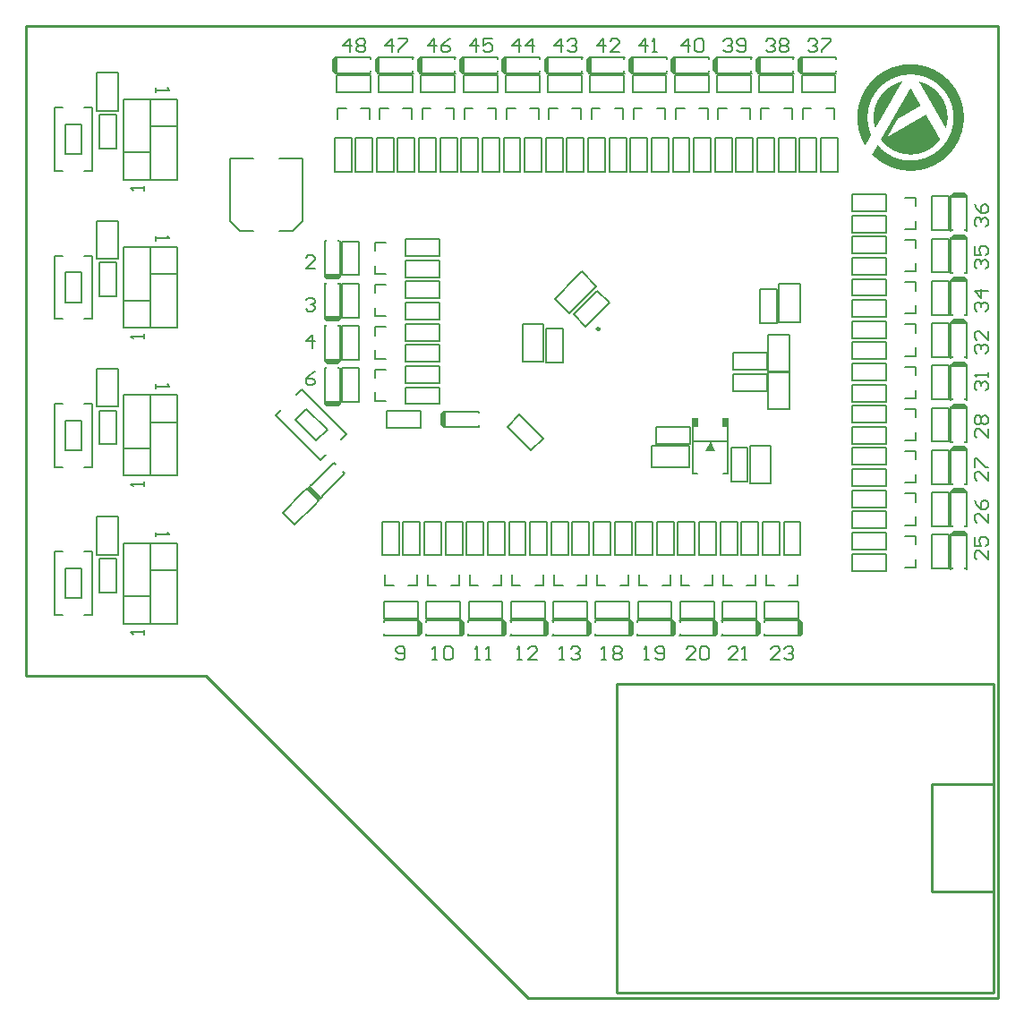
<source format=gto>
G04*
G04 #@! TF.GenerationSoftware,Altium Limited,Altium Designer,19.1.8 (144)*
G04*
G04 Layer_Color=65535*
%FSLAX24Y24*%
%MOIN*%
G70*
G01*
G75*
%ADD10C,0.0098*%
%ADD11C,0.0100*%
%ADD12C,0.0079*%
%ADD13C,0.0059*%
%ADD14C,0.0080*%
%ADD15C,0.0080*%
%ADD16R,0.0089X0.0098*%
G04:AMPARAMS|DCode=17|XSize=8.9mil|YSize=9.8mil|CornerRadius=0mil|HoleSize=0mil|Usage=FLASHONLY|Rotation=45.000|XOffset=0mil|YOffset=0mil|HoleType=Round|Shape=Rectangle|*
%AMROTATEDRECTD17*
4,1,4,0.0003,-0.0066,-0.0066,0.0003,-0.0003,0.0066,0.0066,-0.0003,0.0003,-0.0066,0.0*
%
%ADD17ROTATEDRECTD17*%

%ADD18R,0.0221X0.0364*%
%ADD19R,0.0098X0.0089*%
G36*
X28938Y34744D02*
X28938Y34427D01*
X28847D01*
X28741Y34533D01*
X28741Y34744D01*
X28741Y34956D01*
X28847Y35061D01*
X28938D01*
X28938Y34744D01*
D02*
G37*
G36*
X27363D02*
X27363Y34427D01*
X27272D01*
X27166Y34533D01*
X27166Y34744D01*
X27166Y34956D01*
X27272Y35061D01*
X27363D01*
X27363Y34744D01*
D02*
G37*
G36*
X25788D02*
X25788Y34427D01*
X25697D01*
X25591Y34533D01*
X25591Y34744D01*
X25591Y34956D01*
X25697Y35061D01*
X25788D01*
X25788Y34744D01*
D02*
G37*
G36*
X24213D02*
X24213Y34427D01*
X24122D01*
X24017Y34533D01*
X24017Y34744D01*
X24017Y34956D01*
X24122Y35061D01*
X24213D01*
X24213Y34744D01*
D02*
G37*
G36*
X22638D02*
X22638Y34427D01*
X22548D01*
X22442Y34533D01*
X22442Y34744D01*
X22442Y34956D01*
X22548Y35061D01*
X22638D01*
X22638Y34744D01*
D02*
G37*
G36*
X21064D02*
X21064Y34427D01*
X20973D01*
X20867Y34533D01*
X20867Y34744D01*
X20867Y34956D01*
X20973Y35061D01*
X21064D01*
X21064Y34744D01*
D02*
G37*
G36*
X19489D02*
X19489Y34427D01*
X19398D01*
X19292Y34533D01*
X19292Y34744D01*
X19292Y34956D01*
X19398Y35061D01*
X19489D01*
X19489Y34744D01*
D02*
G37*
G36*
X17914D02*
X17914Y34427D01*
X17823D01*
X17717Y34533D01*
X17717Y34744D01*
X17717Y34956D01*
X17823Y35061D01*
X17914D01*
X17914Y34744D01*
D02*
G37*
G36*
X16339D02*
X16339Y34427D01*
X16248D01*
X16143Y34533D01*
X16143Y34744D01*
X16143Y34956D01*
X16248Y35061D01*
X16339D01*
X16339Y34744D01*
D02*
G37*
G36*
X14764D02*
X14764Y34427D01*
X14674D01*
X14568Y34533D01*
X14568Y34744D01*
X14568Y34956D01*
X14674Y35061D01*
X14764D01*
X14764Y34744D01*
D02*
G37*
G36*
X13190D02*
X13190Y34427D01*
X13099D01*
X12993Y34533D01*
X12993Y34744D01*
X12993Y34956D01*
X13099Y35061D01*
X13190D01*
X13190Y34744D01*
D02*
G37*
G36*
X11615D02*
X11615Y34427D01*
X11524D01*
X11418Y34533D01*
X11418Y34744D01*
X11418Y34956D01*
X11524Y35061D01*
X11615D01*
X11615Y34744D01*
D02*
G37*
G36*
X32638Y34135D02*
Y34130D01*
X32633D01*
Y34126D01*
Y34121D01*
X32629D01*
Y34117D01*
X32624D01*
Y34113D01*
Y34108D01*
X32620D01*
Y34104D01*
Y34099D01*
X32611D01*
Y34095D01*
X32616D01*
Y34090D01*
X32611D01*
Y34086D01*
X32607D01*
Y34082D01*
Y34077D01*
X32602D01*
Y34073D01*
Y34068D01*
X32598D01*
Y34064D01*
Y34060D01*
X32594D01*
Y34055D01*
X32589D01*
Y34051D01*
Y34046D01*
X32585D01*
Y34042D01*
Y34038D01*
X32580D01*
Y34033D01*
Y34029D01*
X32576D01*
Y34024D01*
X32571D01*
Y34020D01*
Y34016D01*
X32567D01*
Y34011D01*
Y34007D01*
X32563D01*
Y34002D01*
X32558D01*
Y33998D01*
Y33993D01*
X32554D01*
Y33989D01*
Y33985D01*
X32545D01*
Y33980D01*
X32549D01*
Y33976D01*
X32545D01*
Y33971D01*
X32541D01*
Y33967D01*
Y33963D01*
X32536D01*
Y33958D01*
Y33954D01*
X32532D01*
Y33949D01*
Y33945D01*
X32527D01*
Y33941D01*
X32523D01*
Y33936D01*
Y33932D01*
X32519D01*
Y33927D01*
Y33923D01*
X32514D01*
Y33918D01*
Y33914D01*
X32510D01*
Y33910D01*
X32505D01*
Y33905D01*
Y33901D01*
X32501D01*
Y33896D01*
Y33892D01*
X32497D01*
Y33888D01*
X32492D01*
Y33883D01*
Y33879D01*
X32488D01*
Y33874D01*
Y33870D01*
X32479D01*
Y33866D01*
X32483D01*
Y33861D01*
X32479D01*
Y33857D01*
X32474D01*
Y33852D01*
Y33848D01*
X32470D01*
Y33844D01*
Y33839D01*
X32466D01*
Y33835D01*
Y33830D01*
X32461D01*
Y33826D01*
X32457D01*
Y33821D01*
Y33817D01*
X32452D01*
Y33813D01*
Y33808D01*
X32448D01*
Y33804D01*
X32444D01*
Y33799D01*
Y33795D01*
X32439D01*
Y33791D01*
Y33786D01*
X32430D01*
Y33782D01*
X32435D01*
Y33777D01*
X32430D01*
Y33773D01*
X32426D01*
Y33769D01*
Y33764D01*
X32422D01*
Y33760D01*
Y33755D01*
X32417D01*
Y33751D01*
Y33747D01*
X32413D01*
Y33742D01*
X32408D01*
Y33738D01*
Y33733D01*
X32404D01*
Y33729D01*
Y33724D01*
X32399D01*
Y33720D01*
Y33716D01*
X32395D01*
Y33711D01*
X32391D01*
Y33707D01*
Y33702D01*
X32386D01*
Y33698D01*
Y33694D01*
X32382D01*
Y33689D01*
X32377D01*
Y33685D01*
Y33680D01*
X32373D01*
Y33676D01*
Y33672D01*
X32364D01*
Y33667D01*
X32369D01*
Y33663D01*
X32364D01*
Y33658D01*
X32360D01*
Y33654D01*
Y33649D01*
X32355D01*
Y33645D01*
Y33641D01*
X32351D01*
Y33636D01*
Y33632D01*
X32347D01*
Y33627D01*
X32342D01*
Y33623D01*
Y33619D01*
X32338D01*
Y33614D01*
Y33610D01*
X32333D01*
Y33605D01*
Y33601D01*
X32329D01*
Y33597D01*
X32325D01*
Y33592D01*
Y33588D01*
X32320D01*
Y33583D01*
Y33579D01*
X32316D01*
Y33575D01*
X32311D01*
Y33570D01*
Y33566D01*
X32307D01*
Y33561D01*
Y33557D01*
X32298D01*
Y33552D01*
X32302D01*
Y33548D01*
X32298D01*
Y33544D01*
X32294D01*
Y33539D01*
Y33535D01*
X32289D01*
Y33530D01*
Y33526D01*
X32285D01*
Y33522D01*
Y33517D01*
X32280D01*
Y33513D01*
X32276D01*
Y33508D01*
Y33504D01*
X32272D01*
Y33500D01*
Y33495D01*
X32267D01*
Y33491D01*
Y33486D01*
X32263D01*
Y33482D01*
X32258D01*
Y33477D01*
Y33473D01*
X32254D01*
Y33469D01*
Y33464D01*
X32250D01*
Y33460D01*
X32245D01*
Y33455D01*
Y33451D01*
X32241D01*
Y33447D01*
Y33442D01*
X32232D01*
Y33438D01*
X32236D01*
Y33433D01*
X32232D01*
Y33429D01*
X32228D01*
Y33425D01*
Y33420D01*
X32223D01*
Y33416D01*
Y33411D01*
X32219D01*
Y33407D01*
Y33403D01*
X32214D01*
Y33398D01*
X32210D01*
Y33394D01*
Y33389D01*
X32205D01*
Y33385D01*
Y33380D01*
X32201D01*
Y33376D01*
X32197D01*
Y33372D01*
Y33367D01*
X32192D01*
Y33363D01*
Y33358D01*
X32183D01*
Y33354D01*
X32188D01*
Y33350D01*
X32183D01*
Y33345D01*
X32179D01*
Y33341D01*
Y33336D01*
X32175D01*
Y33332D01*
Y33328D01*
X32170D01*
Y33323D01*
Y33319D01*
X32166D01*
Y33314D01*
X32161D01*
Y33310D01*
Y33306D01*
X32157D01*
Y33301D01*
Y33297D01*
X32153D01*
Y33292D01*
Y33288D01*
X32148D01*
Y33283D01*
X32144D01*
Y33279D01*
Y33275D01*
X32139D01*
Y33270D01*
Y33266D01*
X32135D01*
Y33261D01*
X32130D01*
Y33257D01*
Y33253D01*
X32126D01*
Y33248D01*
Y33244D01*
X32117D01*
Y33239D01*
X32122D01*
Y33235D01*
X32117D01*
Y33231D01*
X32113D01*
Y33226D01*
Y33222D01*
X32108D01*
Y33217D01*
Y33213D01*
X32104D01*
Y33208D01*
Y33204D01*
X32100D01*
Y33200D01*
X32095D01*
Y33195D01*
Y33191D01*
X32091D01*
Y33186D01*
Y33182D01*
X32086D01*
Y33178D01*
Y33173D01*
X32082D01*
Y33169D01*
X32078D01*
Y33164D01*
Y33160D01*
X32073D01*
Y33156D01*
Y33151D01*
X32069D01*
Y33147D01*
X32064D01*
Y33142D01*
Y33138D01*
X32060D01*
Y33134D01*
Y33129D01*
X32051D01*
Y33125D01*
X32056D01*
Y33120D01*
X32051D01*
Y33116D01*
X32047D01*
Y33111D01*
Y33107D01*
X32042D01*
Y33103D01*
Y33098D01*
X32038D01*
Y33094D01*
Y33089D01*
X32033D01*
Y33085D01*
X32029D01*
Y33081D01*
Y33076D01*
X32025D01*
Y33072D01*
Y33067D01*
X32020D01*
Y33063D01*
Y33059D01*
X32016D01*
Y33054D01*
X32011D01*
Y33050D01*
Y33045D01*
X32007D01*
Y33041D01*
Y33037D01*
X32003D01*
Y33032D01*
X31998D01*
Y33028D01*
Y33023D01*
X31994D01*
Y33019D01*
Y33014D01*
X31985D01*
Y33010D01*
X31989D01*
Y33006D01*
X31985D01*
Y33001D01*
X31981D01*
Y32997D01*
Y32992D01*
X31976D01*
Y32988D01*
Y32984D01*
X31972D01*
Y32979D01*
Y32975D01*
X31967D01*
Y32970D01*
X31963D01*
Y32966D01*
Y32962D01*
X31959D01*
Y32957D01*
Y32953D01*
X31954D01*
Y32948D01*
X31950D01*
Y32944D01*
Y32940D01*
X31945D01*
Y32935D01*
Y32931D01*
X31936D01*
Y32926D01*
X31941D01*
Y32922D01*
X31936D01*
Y32917D01*
X31932D01*
Y32913D01*
Y32909D01*
X31928D01*
Y32904D01*
Y32900D01*
X31923D01*
Y32895D01*
Y32891D01*
X31919D01*
Y32887D01*
X31914D01*
Y32882D01*
Y32878D01*
X31910D01*
Y32873D01*
Y32869D01*
X31906D01*
Y32865D01*
Y32860D01*
X31901D01*
Y32856D01*
X31897D01*
Y32851D01*
Y32847D01*
X31892D01*
Y32842D01*
Y32838D01*
X31888D01*
Y32834D01*
X31884D01*
Y32829D01*
Y32825D01*
X31879D01*
Y32820D01*
Y32816D01*
X31870D01*
Y32812D01*
X31875D01*
Y32807D01*
X31870D01*
Y32803D01*
X31866D01*
Y32798D01*
Y32794D01*
X31861D01*
Y32790D01*
Y32785D01*
X31857D01*
Y32781D01*
Y32776D01*
X31853D01*
Y32772D01*
X31848D01*
Y32768D01*
Y32763D01*
X31844D01*
Y32759D01*
Y32754D01*
X31839D01*
Y32750D01*
Y32745D01*
X31835D01*
Y32741D01*
X31831D01*
Y32737D01*
Y32732D01*
X31826D01*
Y32728D01*
Y32723D01*
X31822D01*
Y32719D01*
X31817D01*
Y32715D01*
Y32710D01*
X31813D01*
Y32706D01*
Y32701D01*
X31804D01*
Y32697D01*
X31809D01*
Y32693D01*
X31804D01*
Y32688D01*
X31800D01*
Y32684D01*
Y32679D01*
X31795D01*
Y32675D01*
Y32671D01*
X31791D01*
Y32666D01*
Y32662D01*
X31787D01*
Y32657D01*
X31782D01*
Y32653D01*
Y32648D01*
X31778D01*
Y32644D01*
Y32640D01*
X31773D01*
Y32635D01*
Y32631D01*
X31769D01*
Y32626D01*
X31764D01*
Y32622D01*
Y32618D01*
X31756D01*
Y32613D01*
X31760D01*
Y32609D01*
X31756D01*
Y32604D01*
X31751D01*
Y32600D01*
Y32596D01*
X31747D01*
Y32591D01*
Y32587D01*
X31738D01*
Y32582D01*
X31742D01*
Y32578D01*
X31738D01*
Y32573D01*
X31734D01*
Y32569D01*
Y32565D01*
X31729D01*
Y32560D01*
Y32556D01*
X31725D01*
Y32551D01*
Y32547D01*
X31720D01*
Y32543D01*
X31716D01*
Y32538D01*
Y32534D01*
X31712D01*
Y32529D01*
Y32525D01*
X31707D01*
Y32521D01*
X31703D01*
Y32516D01*
Y32512D01*
X31698D01*
Y32507D01*
Y32503D01*
X31690D01*
Y32499D01*
X31694D01*
Y32494D01*
X31690D01*
Y32490D01*
X31685D01*
Y32485D01*
Y32481D01*
X31681D01*
Y32476D01*
Y32472D01*
X31676D01*
Y32468D01*
Y32463D01*
X31672D01*
Y32459D01*
X31667D01*
Y32454D01*
Y32450D01*
X31663D01*
Y32446D01*
Y32441D01*
X31659D01*
Y32437D01*
Y32432D01*
X31654D01*
Y32428D01*
X31650D01*
Y32424D01*
Y32419D01*
X31645D01*
Y32415D01*
Y32410D01*
X31641D01*
Y32406D01*
X31637D01*
Y32401D01*
Y32397D01*
X31632D01*
Y32401D01*
Y32406D01*
Y32410D01*
X31628D01*
Y32415D01*
Y32419D01*
Y32424D01*
Y32428D01*
X31623D01*
Y32432D01*
Y32437D01*
Y32441D01*
X31619D01*
Y32446D01*
Y32450D01*
Y32454D01*
Y32459D01*
X31615D01*
Y32463D01*
Y32468D01*
Y32472D01*
Y32476D01*
X31610D01*
Y32481D01*
Y32485D01*
Y32490D01*
Y32494D01*
X31606D01*
Y32499D01*
Y32503D01*
Y32507D01*
Y32512D01*
Y32516D01*
X31601D01*
Y32521D01*
Y32525D01*
Y32529D01*
Y32534D01*
Y32538D01*
X31597D01*
Y32543D01*
Y32547D01*
Y32551D01*
Y32556D01*
Y32560D01*
Y32565D01*
X31592D01*
Y32569D01*
Y32573D01*
Y32578D01*
Y32582D01*
Y32587D01*
Y32591D01*
X31588D01*
Y32596D01*
Y32600D01*
Y32604D01*
Y32609D01*
Y32613D01*
Y32618D01*
Y32622D01*
X31584D01*
Y32626D01*
Y32631D01*
Y32635D01*
Y32640D01*
Y32644D01*
Y32648D01*
Y32653D01*
Y32657D01*
Y32662D01*
X31579D01*
Y32666D01*
Y32671D01*
Y32675D01*
Y32679D01*
Y32684D01*
Y32688D01*
Y32693D01*
Y32697D01*
Y32701D01*
Y32706D01*
Y32710D01*
Y32715D01*
X31575D01*
Y32719D01*
Y32723D01*
Y32728D01*
Y32732D01*
Y32737D01*
Y32741D01*
Y32745D01*
Y32750D01*
Y32754D01*
Y32759D01*
Y32763D01*
Y32768D01*
Y32772D01*
Y32776D01*
Y32781D01*
Y32785D01*
Y32790D01*
Y32794D01*
Y32798D01*
Y32803D01*
Y32807D01*
Y32812D01*
Y32816D01*
Y32820D01*
Y32825D01*
Y32829D01*
Y32834D01*
Y32838D01*
Y32842D01*
Y32847D01*
Y32851D01*
Y32856D01*
Y32860D01*
Y32865D01*
Y32869D01*
Y32873D01*
Y32878D01*
Y32882D01*
X31579D01*
Y32887D01*
Y32891D01*
Y32895D01*
Y32900D01*
Y32904D01*
Y32909D01*
Y32913D01*
Y32917D01*
Y32922D01*
Y32926D01*
Y32931D01*
Y32935D01*
X31584D01*
Y32940D01*
Y32944D01*
Y32948D01*
Y32953D01*
Y32957D01*
Y32962D01*
Y32966D01*
Y32970D01*
Y32975D01*
X31588D01*
Y32979D01*
Y32984D01*
Y32988D01*
Y32992D01*
Y32997D01*
Y33001D01*
Y33006D01*
X31592D01*
Y33010D01*
Y33014D01*
Y33019D01*
Y33023D01*
Y33028D01*
Y33032D01*
X31597D01*
Y33037D01*
Y33041D01*
Y33045D01*
Y33050D01*
Y33054D01*
Y33059D01*
X31601D01*
Y33063D01*
Y33067D01*
Y33072D01*
Y33076D01*
Y33081D01*
X31606D01*
Y33085D01*
Y33089D01*
Y33094D01*
Y33098D01*
Y33103D01*
X31610D01*
Y33107D01*
Y33111D01*
Y33116D01*
Y33120D01*
X31615D01*
Y33125D01*
Y33129D01*
Y33134D01*
Y33138D01*
X31619D01*
Y33142D01*
Y33147D01*
Y33151D01*
Y33156D01*
X31623D01*
Y33160D01*
Y33164D01*
Y33169D01*
X31628D01*
Y33173D01*
Y33178D01*
Y33182D01*
Y33186D01*
X31632D01*
Y33191D01*
Y33195D01*
Y33200D01*
X31637D01*
Y33204D01*
Y33208D01*
Y33213D01*
X31641D01*
Y33217D01*
Y33222D01*
Y33226D01*
Y33231D01*
X31645D01*
Y33235D01*
Y33239D01*
Y33244D01*
X31650D01*
Y33248D01*
Y33253D01*
X31654D01*
Y33257D01*
Y33261D01*
Y33266D01*
X31659D01*
Y33270D01*
Y33275D01*
Y33279D01*
X31663D01*
Y33283D01*
Y33288D01*
Y33292D01*
X31667D01*
Y33297D01*
Y33301D01*
X31672D01*
Y33306D01*
Y33310D01*
Y33314D01*
X31676D01*
Y33319D01*
Y33323D01*
X31681D01*
Y33328D01*
Y33332D01*
Y33336D01*
X31685D01*
Y33341D01*
Y33345D01*
X31690D01*
Y33350D01*
Y33354D01*
X31694D01*
Y33358D01*
Y33363D01*
X31698D01*
Y33367D01*
Y33372D01*
Y33376D01*
X31703D01*
Y33380D01*
Y33385D01*
X31707D01*
Y33389D01*
Y33394D01*
X31712D01*
Y33398D01*
Y33403D01*
X31716D01*
Y33407D01*
Y33411D01*
X31720D01*
Y33416D01*
Y33420D01*
X31725D01*
Y33425D01*
Y33429D01*
X31729D01*
Y33433D01*
Y33438D01*
X31734D01*
Y33442D01*
Y33447D01*
X31738D01*
Y33451D01*
Y33455D01*
X31742D01*
Y33460D01*
X31747D01*
Y33464D01*
Y33469D01*
X31751D01*
Y33473D01*
Y33477D01*
X31756D01*
Y33482D01*
Y33486D01*
X31760D01*
Y33491D01*
X31764D01*
Y33495D01*
Y33500D01*
X31769D01*
Y33504D01*
Y33508D01*
X31773D01*
Y33513D01*
X31778D01*
Y33517D01*
Y33522D01*
X31782D01*
Y33526D01*
Y33530D01*
X31787D01*
Y33535D01*
X31791D01*
Y33539D01*
Y33544D01*
X31795D01*
Y33548D01*
X31800D01*
Y33552D01*
Y33557D01*
X31804D01*
Y33561D01*
X31809D01*
Y33566D01*
Y33570D01*
X31813D01*
Y33575D01*
X31817D01*
Y33579D01*
Y33583D01*
X31822D01*
Y33588D01*
X31826D01*
Y33592D01*
Y33597D01*
X31831D01*
Y33601D01*
X31835D01*
Y33605D01*
X31839D01*
Y33610D01*
Y33614D01*
X31844D01*
Y33619D01*
X31848D01*
Y33623D01*
X31853D01*
Y33627D01*
Y33632D01*
X31857D01*
Y33636D01*
X31861D01*
Y33641D01*
X31866D01*
Y33645D01*
Y33649D01*
X31870D01*
Y33654D01*
X31875D01*
Y33658D01*
X31879D01*
Y33663D01*
X31884D01*
Y33667D01*
Y33672D01*
X31888D01*
Y33676D01*
X31892D01*
Y33680D01*
X31897D01*
Y33685D01*
X31901D01*
Y33689D01*
X31906D01*
Y33694D01*
Y33698D01*
X31910D01*
Y33702D01*
X31914D01*
Y33707D01*
X31919D01*
Y33711D01*
X31923D01*
Y33716D01*
X31928D01*
Y33720D01*
X31932D01*
Y33724D01*
X31936D01*
Y33729D01*
X31941D01*
Y33733D01*
Y33738D01*
X31945D01*
Y33742D01*
X31950D01*
Y33747D01*
X31954D01*
Y33751D01*
X31959D01*
Y33755D01*
X31963D01*
Y33760D01*
X31967D01*
Y33764D01*
X31972D01*
Y33769D01*
X31976D01*
Y33773D01*
X31981D01*
Y33777D01*
X31985D01*
Y33782D01*
X31989D01*
Y33786D01*
X31994D01*
Y33791D01*
X31998D01*
Y33795D01*
X32003D01*
Y33799D01*
X32007D01*
Y33804D01*
X32011D01*
Y33808D01*
X32020D01*
Y33813D01*
X32025D01*
Y33817D01*
X32029D01*
Y33821D01*
X32033D01*
Y33826D01*
X32038D01*
Y33830D01*
X32042D01*
Y33835D01*
X32047D01*
Y33839D01*
X32051D01*
Y33844D01*
X32060D01*
Y33848D01*
X32064D01*
Y33852D01*
X32069D01*
Y33857D01*
X32073D01*
Y33861D01*
X32078D01*
Y33866D01*
X32086D01*
Y33870D01*
X32091D01*
Y33874D01*
X32095D01*
Y33879D01*
X32100D01*
Y33883D01*
X32108D01*
Y33888D01*
X32113D01*
Y33892D01*
X32117D01*
Y33896D01*
X32126D01*
Y33901D01*
X32130D01*
Y33905D01*
X32135D01*
Y33910D01*
X32144D01*
Y33914D01*
X32148D01*
Y33918D01*
X32153D01*
Y33923D01*
X32161D01*
Y33927D01*
X32166D01*
Y33932D01*
X32175D01*
Y33936D01*
X32179D01*
Y33941D01*
X32188D01*
Y33945D01*
X32192D01*
Y33949D01*
X32201D01*
Y33954D01*
X32205D01*
Y33958D01*
X32214D01*
Y33963D01*
X32219D01*
Y33967D01*
X32228D01*
Y33971D01*
X32236D01*
Y33976D01*
X32241D01*
Y33980D01*
X32250D01*
Y33985D01*
X32258D01*
Y33989D01*
X32263D01*
Y33993D01*
X32272D01*
Y33998D01*
X32280D01*
Y34002D01*
X32289D01*
Y34007D01*
X32294D01*
Y34011D01*
X32302D01*
Y34016D01*
X32311D01*
Y34020D01*
X32320D01*
Y34024D01*
X32329D01*
Y34029D01*
X32338D01*
Y34033D01*
X32347D01*
Y34038D01*
X32355D01*
Y34042D01*
X32364D01*
Y34046D01*
X32373D01*
Y34051D01*
X32386D01*
Y34055D01*
X32395D01*
Y34060D01*
X32404D01*
Y34064D01*
X32413D01*
Y34068D01*
X32426D01*
Y34073D01*
X32430D01*
Y34068D01*
X32435D01*
Y34073D01*
Y34077D01*
X32448D01*
Y34082D01*
X32457D01*
Y34086D01*
X32470D01*
Y34090D01*
X32483D01*
Y34095D01*
X32497D01*
Y34099D01*
X32505D01*
Y34104D01*
X32519D01*
Y34108D01*
X32536D01*
Y34113D01*
X32549D01*
Y34117D01*
X32563D01*
Y34121D01*
X32580D01*
Y34126D01*
X32594D01*
Y34130D01*
X32611D01*
Y34135D01*
X32629D01*
Y34139D01*
X32638D01*
Y34135D01*
D02*
G37*
G36*
X33273D02*
X33290D01*
Y34130D01*
X33308D01*
Y34126D01*
X33321D01*
Y34121D01*
X33339D01*
Y34117D01*
X33352D01*
Y34113D01*
X33365D01*
Y34108D01*
X33383D01*
Y34104D01*
X33396D01*
Y34099D01*
X33405D01*
Y34095D01*
X33418D01*
Y34090D01*
X33431D01*
Y34086D01*
X33445D01*
Y34082D01*
X33453D01*
Y34077D01*
X33467D01*
Y34073D01*
Y34068D01*
X33471D01*
Y34073D01*
X33475D01*
Y34068D01*
X33489D01*
Y34064D01*
X33498D01*
Y34060D01*
X33506D01*
Y34055D01*
X33515D01*
Y34051D01*
X33528D01*
Y34046D01*
X33537D01*
Y34042D01*
X33546D01*
Y34038D01*
X33555D01*
Y34033D01*
X33564D01*
Y34029D01*
X33573D01*
Y34024D01*
X33581D01*
Y34020D01*
X33590D01*
Y34016D01*
X33599D01*
Y34011D01*
X33608D01*
Y34007D01*
X33612D01*
Y34002D01*
X33621D01*
Y33998D01*
X33630D01*
Y33993D01*
X33639D01*
Y33989D01*
X33643D01*
Y33985D01*
X33652D01*
Y33980D01*
X33661D01*
Y33976D01*
X33665D01*
Y33971D01*
X33674D01*
Y33967D01*
X33683D01*
Y33963D01*
X33687D01*
Y33958D01*
X33696D01*
Y33954D01*
X33700D01*
Y33949D01*
X33709D01*
Y33945D01*
X33714D01*
Y33941D01*
X33722D01*
Y33936D01*
X33727D01*
Y33932D01*
X33736D01*
Y33927D01*
X33740D01*
Y33923D01*
X33749D01*
Y33918D01*
X33753D01*
Y33914D01*
X33758D01*
Y33910D01*
X33767D01*
Y33905D01*
X33771D01*
Y33901D01*
X33775D01*
Y33896D01*
X33784D01*
Y33892D01*
X33789D01*
Y33888D01*
X33793D01*
Y33883D01*
X33802D01*
Y33879D01*
X33806D01*
Y33874D01*
X33811D01*
Y33870D01*
X33815D01*
Y33866D01*
X33824D01*
Y33861D01*
X33828D01*
Y33857D01*
X33833D01*
Y33852D01*
X33837D01*
Y33848D01*
X33842D01*
Y33844D01*
X33850D01*
Y33839D01*
X33855D01*
Y33835D01*
X33859D01*
Y33830D01*
X33864D01*
Y33826D01*
X33868D01*
Y33821D01*
X33872D01*
Y33817D01*
X33877D01*
Y33813D01*
X33881D01*
Y33808D01*
X33890D01*
Y33804D01*
X33894D01*
Y33799D01*
X33899D01*
Y33795D01*
X33903D01*
Y33791D01*
X33908D01*
Y33786D01*
X33912D01*
Y33782D01*
X33916D01*
Y33777D01*
X33921D01*
Y33773D01*
X33925D01*
Y33769D01*
X33930D01*
Y33764D01*
X33934D01*
Y33760D01*
X33939D01*
Y33755D01*
X33943D01*
Y33751D01*
X33947D01*
Y33747D01*
X33952D01*
Y33742D01*
X33956D01*
Y33738D01*
X33961D01*
Y33733D01*
Y33729D01*
X33965D01*
Y33724D01*
X33969D01*
Y33720D01*
X33974D01*
Y33716D01*
X33978D01*
Y33711D01*
X33983D01*
Y33707D01*
X33987D01*
Y33702D01*
X33991D01*
Y33698D01*
X33996D01*
Y33694D01*
Y33689D01*
Y33685D01*
X34005D01*
Y33680D01*
X34009D01*
Y33676D01*
X34014D01*
Y33672D01*
X34018D01*
Y33667D01*
Y33663D01*
X34022D01*
Y33658D01*
X34027D01*
Y33654D01*
X34031D01*
Y33649D01*
X34036D01*
Y33645D01*
Y33641D01*
X34040D01*
Y33636D01*
X34044D01*
Y33632D01*
X34049D01*
Y33627D01*
Y33623D01*
X34053D01*
Y33619D01*
X34058D01*
Y33614D01*
X34062D01*
Y33610D01*
Y33605D01*
X34066D01*
Y33601D01*
X34071D01*
Y33597D01*
X34075D01*
Y33592D01*
Y33588D01*
X34080D01*
Y33583D01*
X34084D01*
Y33579D01*
X34080D01*
Y33575D01*
X34088D01*
Y33570D01*
X34093D01*
Y33566D01*
Y33561D01*
X34097D01*
Y33557D01*
X34102D01*
Y33552D01*
Y33548D01*
X34106D01*
Y33544D01*
X34111D01*
Y33539D01*
Y33535D01*
X34115D01*
Y33530D01*
X34119D01*
Y33526D01*
Y33522D01*
X34124D01*
Y33517D01*
Y33513D01*
X34128D01*
Y33508D01*
X34133D01*
Y33504D01*
Y33500D01*
X34137D01*
Y33495D01*
Y33491D01*
X34141D01*
Y33486D01*
X34146D01*
Y33482D01*
Y33477D01*
X34150D01*
Y33473D01*
Y33469D01*
X34155D01*
Y33464D01*
Y33460D01*
X34159D01*
Y33455D01*
X34163D01*
Y33451D01*
Y33447D01*
X34168D01*
Y33442D01*
Y33438D01*
X34172D01*
Y33433D01*
Y33429D01*
X34177D01*
Y33425D01*
Y33420D01*
X34181D01*
Y33416D01*
Y33411D01*
X34185D01*
Y33407D01*
Y33403D01*
X34190D01*
Y33398D01*
Y33394D01*
X34194D01*
Y33389D01*
Y33385D01*
X34199D01*
Y33380D01*
Y33376D01*
X34203D01*
Y33372D01*
Y33367D01*
Y33363D01*
X34208D01*
Y33358D01*
Y33354D01*
X34212D01*
Y33350D01*
Y33345D01*
X34216D01*
Y33341D01*
Y33336D01*
X34221D01*
Y33332D01*
Y33328D01*
Y33323D01*
X34225D01*
Y33319D01*
Y33314D01*
X34230D01*
Y33310D01*
Y33306D01*
Y33301D01*
X34234D01*
Y33297D01*
Y33292D01*
X34238D01*
Y33288D01*
Y33283D01*
Y33279D01*
X34243D01*
Y33275D01*
Y33270D01*
Y33266D01*
X34247D01*
Y33261D01*
Y33257D01*
Y33253D01*
X34252D01*
Y33248D01*
Y33244D01*
X34256D01*
Y33239D01*
Y33235D01*
Y33231D01*
X34260D01*
Y33226D01*
Y33222D01*
Y33217D01*
Y33213D01*
X34265D01*
Y33208D01*
Y33204D01*
Y33200D01*
X34269D01*
Y33195D01*
Y33191D01*
Y33186D01*
X34274D01*
Y33182D01*
Y33178D01*
Y33173D01*
Y33169D01*
X34278D01*
Y33164D01*
Y33160D01*
Y33156D01*
X34283D01*
Y33151D01*
Y33147D01*
Y33142D01*
Y33138D01*
X34287D01*
Y33134D01*
Y33129D01*
Y33125D01*
Y33120D01*
X34291D01*
Y33116D01*
Y33111D01*
Y33107D01*
Y33103D01*
X34296D01*
Y33098D01*
Y33094D01*
Y33089D01*
Y33085D01*
Y33081D01*
X34300D01*
Y33076D01*
Y33072D01*
Y33067D01*
Y33063D01*
Y33059D01*
X34305D01*
Y33054D01*
Y33050D01*
Y33045D01*
Y33041D01*
Y33037D01*
Y33032D01*
X34309D01*
Y33028D01*
Y33023D01*
Y33019D01*
Y33014D01*
Y33010D01*
Y33006D01*
X34313D01*
Y33001D01*
Y32997D01*
Y32992D01*
Y32988D01*
Y32984D01*
Y32979D01*
Y32975D01*
X34318D01*
Y32970D01*
Y32966D01*
Y32962D01*
Y32957D01*
Y32953D01*
Y32948D01*
Y32944D01*
Y32940D01*
Y32935D01*
X34322D01*
Y32931D01*
Y32926D01*
Y32922D01*
Y32917D01*
Y32913D01*
Y32909D01*
Y32904D01*
Y32900D01*
Y32895D01*
Y32891D01*
Y32887D01*
Y32882D01*
X34327D01*
Y32878D01*
Y32873D01*
Y32869D01*
Y32865D01*
Y32860D01*
Y32856D01*
Y32851D01*
Y32847D01*
Y32842D01*
Y32838D01*
Y32834D01*
Y32829D01*
Y32825D01*
Y32820D01*
Y32816D01*
Y32812D01*
Y32807D01*
Y32803D01*
Y32798D01*
Y32794D01*
Y32790D01*
Y32785D01*
Y32781D01*
Y32776D01*
Y32772D01*
Y32768D01*
Y32763D01*
Y32759D01*
Y32754D01*
Y32750D01*
Y32745D01*
Y32741D01*
Y32737D01*
Y32732D01*
Y32728D01*
Y32723D01*
Y32719D01*
Y32715D01*
X34322D01*
Y32710D01*
Y32706D01*
Y32701D01*
Y32697D01*
Y32693D01*
Y32688D01*
Y32684D01*
Y32679D01*
Y32675D01*
Y32671D01*
Y32666D01*
Y32662D01*
X34318D01*
Y32657D01*
Y32653D01*
Y32648D01*
Y32644D01*
Y32640D01*
Y32635D01*
Y32631D01*
Y32626D01*
Y32622D01*
X34313D01*
Y32618D01*
Y32613D01*
Y32609D01*
Y32604D01*
Y32600D01*
Y32596D01*
Y32591D01*
X34309D01*
Y32587D01*
Y32582D01*
Y32578D01*
Y32573D01*
Y32569D01*
Y32565D01*
X34305D01*
Y32560D01*
Y32556D01*
Y32551D01*
Y32547D01*
Y32543D01*
Y32538D01*
X34300D01*
Y32534D01*
Y32529D01*
Y32525D01*
Y32521D01*
Y32516D01*
X34296D01*
Y32512D01*
Y32507D01*
Y32503D01*
Y32499D01*
Y32494D01*
X34291D01*
Y32490D01*
Y32485D01*
Y32481D01*
Y32476D01*
X34287D01*
Y32472D01*
Y32468D01*
Y32463D01*
Y32459D01*
X34283D01*
Y32454D01*
Y32450D01*
Y32446D01*
Y32441D01*
X34278D01*
Y32437D01*
Y32432D01*
Y32428D01*
X34274D01*
Y32424D01*
Y32419D01*
Y32415D01*
Y32410D01*
X34269D01*
Y32406D01*
Y32401D01*
Y32397D01*
X34265D01*
Y32401D01*
Y32406D01*
X34260D01*
Y32410D01*
X34256D01*
Y32415D01*
Y32419D01*
X34252D01*
Y32424D01*
Y32428D01*
X34247D01*
Y32432D01*
X34243D01*
Y32437D01*
Y32441D01*
X34238D01*
Y32446D01*
Y32450D01*
X34234D01*
Y32454D01*
Y32459D01*
X34230D01*
Y32463D01*
X34225D01*
Y32468D01*
X34230D01*
Y32472D01*
X34221D01*
Y32476D01*
Y32481D01*
X34216D01*
Y32485D01*
Y32490D01*
X34212D01*
Y32494D01*
X34208D01*
Y32499D01*
X34212D01*
Y32503D01*
X34203D01*
Y32507D01*
Y32512D01*
X34199D01*
Y32516D01*
X34194D01*
Y32521D01*
Y32525D01*
X34190D01*
Y32529D01*
Y32534D01*
X34185D01*
Y32538D01*
Y32543D01*
X34181D01*
Y32547D01*
X34177D01*
Y32551D01*
Y32556D01*
X34172D01*
Y32560D01*
X34177D01*
Y32565D01*
X34168D01*
Y32569D01*
Y32573D01*
X34163D01*
Y32578D01*
X34159D01*
Y32582D01*
X34163D01*
Y32587D01*
X34155D01*
Y32591D01*
Y32596D01*
X34150D01*
Y32600D01*
Y32604D01*
X34146D01*
Y32609D01*
X34141D01*
Y32613D01*
Y32618D01*
X34137D01*
Y32622D01*
Y32626D01*
X34133D01*
Y32631D01*
X34128D01*
Y32635D01*
Y32640D01*
X34124D01*
Y32644D01*
Y32648D01*
X34119D01*
Y32653D01*
Y32657D01*
X34115D01*
Y32662D01*
X34111D01*
Y32666D01*
Y32671D01*
X34106D01*
Y32675D01*
Y32679D01*
X34102D01*
Y32684D01*
Y32688D01*
X34097D01*
Y32693D01*
X34093D01*
Y32697D01*
X34097D01*
Y32701D01*
X34088D01*
Y32706D01*
Y32710D01*
X34084D01*
Y32715D01*
Y32719D01*
X34080D01*
Y32723D01*
X34075D01*
Y32728D01*
Y32732D01*
X34071D01*
Y32737D01*
Y32741D01*
X34066D01*
Y32745D01*
X34062D01*
Y32750D01*
Y32754D01*
X34058D01*
Y32759D01*
Y32763D01*
X34053D01*
Y32768D01*
Y32772D01*
X34049D01*
Y32776D01*
X34044D01*
Y32781D01*
Y32785D01*
X34040D01*
Y32790D01*
Y32794D01*
X34036D01*
Y32798D01*
Y32803D01*
X34031D01*
Y32807D01*
X34027D01*
Y32812D01*
X34031D01*
Y32816D01*
X34022D01*
Y32820D01*
Y32825D01*
X34018D01*
Y32829D01*
Y32834D01*
X34014D01*
Y32838D01*
X34009D01*
Y32842D01*
Y32847D01*
X34005D01*
Y32851D01*
Y32856D01*
X34000D01*
Y32860D01*
X33996D01*
Y32865D01*
Y32869D01*
X33991D01*
Y32873D01*
Y32878D01*
X33987D01*
Y32882D01*
Y32887D01*
X33983D01*
Y32891D01*
X33978D01*
Y32895D01*
X33983D01*
Y32900D01*
X33974D01*
Y32904D01*
Y32909D01*
X33969D01*
Y32913D01*
Y32917D01*
X33965D01*
Y32922D01*
X33961D01*
Y32926D01*
X33965D01*
Y32931D01*
X33956D01*
Y32935D01*
Y32940D01*
X33952D01*
Y32944D01*
X33947D01*
Y32948D01*
Y32953D01*
X33943D01*
Y32957D01*
Y32962D01*
X33939D01*
Y32966D01*
Y32970D01*
X33934D01*
Y32975D01*
X33930D01*
Y32979D01*
Y32984D01*
X33925D01*
Y32988D01*
Y32992D01*
X33921D01*
Y32997D01*
Y33001D01*
X33916D01*
Y33006D01*
X33912D01*
Y33010D01*
X33916D01*
Y33014D01*
X33908D01*
Y33019D01*
Y33023D01*
X33903D01*
Y33028D01*
Y33032D01*
X33899D01*
Y33037D01*
X33894D01*
Y33041D01*
Y33045D01*
X33890D01*
Y33050D01*
Y33054D01*
X33886D01*
Y33059D01*
X33881D01*
Y33063D01*
Y33067D01*
X33877D01*
Y33072D01*
Y33076D01*
X33872D01*
Y33081D01*
Y33085D01*
X33868D01*
Y33089D01*
X33864D01*
Y33094D01*
Y33098D01*
X33859D01*
Y33103D01*
Y33107D01*
X33855D01*
Y33111D01*
Y33116D01*
X33850D01*
Y33120D01*
X33846D01*
Y33125D01*
X33850D01*
Y33129D01*
X33842D01*
Y33134D01*
Y33138D01*
X33837D01*
Y33142D01*
Y33147D01*
X33833D01*
Y33151D01*
X33828D01*
Y33156D01*
Y33160D01*
X33824D01*
Y33164D01*
Y33169D01*
X33819D01*
Y33173D01*
X33815D01*
Y33178D01*
Y33182D01*
X33811D01*
Y33186D01*
Y33191D01*
X33806D01*
Y33195D01*
Y33200D01*
X33802D01*
Y33204D01*
X33797D01*
Y33208D01*
Y33213D01*
X33793D01*
Y33217D01*
Y33222D01*
X33789D01*
Y33226D01*
Y33231D01*
X33784D01*
Y33235D01*
X33780D01*
Y33239D01*
X33784D01*
Y33244D01*
X33775D01*
Y33248D01*
Y33253D01*
X33771D01*
Y33257D01*
Y33261D01*
X33767D01*
Y33266D01*
X33762D01*
Y33270D01*
Y33275D01*
X33758D01*
Y33279D01*
Y33283D01*
X33753D01*
Y33288D01*
X33749D01*
Y33292D01*
Y33297D01*
X33744D01*
Y33301D01*
Y33306D01*
X33740D01*
Y33310D01*
Y33314D01*
X33736D01*
Y33319D01*
X33731D01*
Y33323D01*
X33736D01*
Y33328D01*
X33727D01*
Y33332D01*
Y33336D01*
X33722D01*
Y33341D01*
Y33345D01*
X33718D01*
Y33350D01*
X33714D01*
Y33354D01*
X33718D01*
Y33358D01*
X33709D01*
Y33363D01*
Y33367D01*
X33705D01*
Y33372D01*
X33700D01*
Y33376D01*
Y33380D01*
X33696D01*
Y33385D01*
Y33389D01*
X33692D01*
Y33394D01*
Y33398D01*
X33687D01*
Y33403D01*
X33683D01*
Y33407D01*
Y33411D01*
X33678D01*
Y33416D01*
Y33420D01*
X33674D01*
Y33425D01*
Y33429D01*
X33670D01*
Y33433D01*
X33665D01*
Y33438D01*
X33670D01*
Y33442D01*
X33661D01*
Y33447D01*
Y33451D01*
X33656D01*
Y33455D01*
Y33460D01*
X33652D01*
Y33464D01*
X33647D01*
Y33469D01*
Y33473D01*
X33643D01*
Y33477D01*
Y33482D01*
X33639D01*
Y33486D01*
X33634D01*
Y33491D01*
Y33495D01*
X33630D01*
Y33500D01*
Y33504D01*
X33625D01*
Y33508D01*
Y33513D01*
X33621D01*
Y33517D01*
X33617D01*
Y33522D01*
Y33526D01*
X33612D01*
Y33530D01*
Y33535D01*
X33608D01*
Y33539D01*
Y33544D01*
X33603D01*
Y33548D01*
X33599D01*
Y33552D01*
X33603D01*
Y33557D01*
X33595D01*
Y33561D01*
Y33566D01*
X33590D01*
Y33570D01*
Y33575D01*
X33586D01*
Y33579D01*
X33581D01*
Y33583D01*
Y33588D01*
X33577D01*
Y33592D01*
Y33597D01*
X33573D01*
Y33601D01*
X33568D01*
Y33605D01*
Y33610D01*
X33564D01*
Y33614D01*
Y33619D01*
X33559D01*
Y33623D01*
Y33627D01*
X33555D01*
Y33632D01*
X33550D01*
Y33636D01*
Y33641D01*
X33546D01*
Y33645D01*
Y33649D01*
X33542D01*
Y33654D01*
Y33658D01*
X33537D01*
Y33663D01*
X33533D01*
Y33667D01*
X33537D01*
Y33672D01*
X33528D01*
Y33676D01*
Y33680D01*
X33524D01*
Y33685D01*
X33520D01*
Y33689D01*
Y33694D01*
X33515D01*
Y33698D01*
Y33702D01*
X33511D01*
Y33707D01*
Y33711D01*
X33506D01*
Y33716D01*
X33502D01*
Y33720D01*
Y33724D01*
X33498D01*
Y33729D01*
Y33733D01*
X33493D01*
Y33738D01*
Y33742D01*
X33489D01*
Y33747D01*
X33484D01*
Y33751D01*
X33489D01*
Y33755D01*
X33480D01*
Y33760D01*
Y33764D01*
X33475D01*
Y33769D01*
Y33773D01*
X33471D01*
Y33777D01*
X33467D01*
Y33782D01*
Y33786D01*
X33462D01*
Y33791D01*
Y33795D01*
X33458D01*
Y33799D01*
X33453D01*
Y33804D01*
Y33808D01*
X33449D01*
Y33813D01*
Y33817D01*
X33445D01*
Y33821D01*
Y33826D01*
X33440D01*
Y33830D01*
X33436D01*
Y33835D01*
Y33839D01*
X33431D01*
Y33844D01*
Y33848D01*
X33427D01*
Y33852D01*
Y33857D01*
X33423D01*
Y33861D01*
X33418D01*
Y33866D01*
X33423D01*
Y33870D01*
X33414D01*
Y33874D01*
Y33879D01*
X33409D01*
Y33883D01*
Y33888D01*
X33405D01*
Y33892D01*
X33401D01*
Y33896D01*
Y33901D01*
X33396D01*
Y33905D01*
Y33910D01*
X33392D01*
Y33914D01*
X33387D01*
Y33918D01*
Y33923D01*
X33383D01*
Y33927D01*
Y33932D01*
X33378D01*
Y33936D01*
Y33941D01*
X33374D01*
Y33945D01*
X33370D01*
Y33949D01*
Y33954D01*
X33365D01*
Y33958D01*
Y33963D01*
X33361D01*
Y33967D01*
Y33971D01*
X33356D01*
Y33976D01*
X33352D01*
Y33980D01*
X33356D01*
Y33985D01*
X33348D01*
Y33989D01*
Y33993D01*
X33343D01*
Y33998D01*
Y34002D01*
X33339D01*
Y34007D01*
X33334D01*
Y34011D01*
Y34016D01*
X33330D01*
Y34020D01*
Y34024D01*
X33326D01*
Y34029D01*
X33321D01*
Y34033D01*
Y34038D01*
X33317D01*
Y34042D01*
Y34046D01*
X33312D01*
Y34051D01*
Y34055D01*
X33308D01*
Y34060D01*
X33304D01*
Y34064D01*
X33308D01*
Y34068D01*
X33299D01*
Y34073D01*
Y34077D01*
X33295D01*
Y34082D01*
Y34086D01*
X33290D01*
Y34090D01*
X33286D01*
Y34095D01*
X33290D01*
Y34099D01*
X33281D01*
Y34104D01*
Y34108D01*
X33277D01*
Y34113D01*
X33273D01*
Y34117D01*
Y34121D01*
X33268D01*
Y34126D01*
Y34130D01*
X33264D01*
Y34135D01*
Y34139D01*
X33273D01*
Y34135D01*
D02*
G37*
G36*
X32955Y33888D02*
X32960D01*
Y33883D01*
Y33879D01*
X32964D01*
Y33874D01*
Y33870D01*
X32968D01*
Y33866D01*
Y33861D01*
X32973D01*
Y33857D01*
X32977D01*
Y33852D01*
Y33848D01*
X32982D01*
Y33844D01*
Y33839D01*
X32986D01*
Y33835D01*
Y33830D01*
X32990D01*
Y33826D01*
X32995D01*
Y33821D01*
X32990D01*
Y33817D01*
X32999D01*
Y33813D01*
Y33808D01*
X33004D01*
Y33804D01*
Y33799D01*
X33008D01*
Y33795D01*
X33012D01*
Y33791D01*
Y33786D01*
X33017D01*
Y33782D01*
Y33777D01*
X33021D01*
Y33773D01*
X33026D01*
Y33769D01*
Y33764D01*
X33030D01*
Y33760D01*
Y33755D01*
X33035D01*
Y33751D01*
Y33747D01*
X33039D01*
Y33742D01*
X33043D01*
Y33738D01*
Y33733D01*
X33048D01*
Y33729D01*
Y33724D01*
X33052D01*
Y33720D01*
Y33716D01*
X33057D01*
Y33711D01*
X33061D01*
Y33707D01*
X33057D01*
Y33702D01*
X33065D01*
Y33698D01*
Y33694D01*
X33070D01*
Y33689D01*
Y33685D01*
X33074D01*
Y33680D01*
X33079D01*
Y33676D01*
Y33672D01*
X33083D01*
Y33667D01*
Y33663D01*
X33087D01*
Y33658D01*
X33092D01*
Y33654D01*
Y33649D01*
X33096D01*
Y33645D01*
Y33641D01*
X33101D01*
Y33636D01*
Y33632D01*
X33105D01*
Y33627D01*
X33109D01*
Y33623D01*
Y33619D01*
X33114D01*
Y33614D01*
Y33610D01*
X33118D01*
Y33605D01*
Y33601D01*
X33123D01*
Y33597D01*
X33127D01*
Y33592D01*
X33123D01*
Y33588D01*
X33132D01*
Y33583D01*
Y33579D01*
X33136D01*
Y33575D01*
Y33570D01*
X33140D01*
Y33566D01*
X33145D01*
Y33561D01*
Y33557D01*
X33149D01*
Y33552D01*
Y33548D01*
X33154D01*
Y33544D01*
X33158D01*
Y33539D01*
Y33535D01*
X33162D01*
Y33530D01*
Y33526D01*
X33167D01*
Y33522D01*
Y33517D01*
X33171D01*
Y33513D01*
X33176D01*
Y33508D01*
X33171D01*
Y33504D01*
X33180D01*
Y33500D01*
Y33495D01*
X33184D01*
Y33491D01*
Y33486D01*
X33189D01*
Y33482D01*
X33193D01*
Y33477D01*
Y33473D01*
X33198D01*
Y33469D01*
Y33464D01*
X33202D01*
Y33460D01*
X33207D01*
Y33455D01*
Y33451D01*
X33211D01*
Y33447D01*
Y33442D01*
X33215D01*
Y33438D01*
Y33433D01*
X33220D01*
Y33429D01*
X33224D01*
Y33425D01*
Y33420D01*
X33229D01*
Y33416D01*
Y33411D01*
X33233D01*
Y33407D01*
Y33403D01*
X33237D01*
Y33398D01*
X33242D01*
Y33394D01*
X33233D01*
Y33389D01*
X33246D01*
Y33385D01*
Y33380D01*
X33251D01*
Y33376D01*
Y33372D01*
X33255D01*
Y33367D01*
X33259D01*
Y33363D01*
Y33358D01*
X33264D01*
Y33354D01*
Y33350D01*
X33268D01*
Y33345D01*
X33273D01*
Y33341D01*
Y33336D01*
X33277D01*
Y33332D01*
Y33328D01*
X33281D01*
Y33323D01*
Y33319D01*
X33286D01*
Y33314D01*
X33290D01*
Y33310D01*
Y33306D01*
X33295D01*
Y33301D01*
Y33297D01*
X33299D01*
Y33292D01*
Y33288D01*
X33304D01*
Y33283D01*
X33308D01*
Y33279D01*
X33304D01*
Y33275D01*
X33312D01*
Y33270D01*
Y33266D01*
X33317D01*
Y33261D01*
Y33257D01*
X33321D01*
Y33253D01*
X33326D01*
Y33248D01*
Y33244D01*
X33330D01*
Y33239D01*
X33321D01*
Y33235D01*
X33312D01*
Y33231D01*
X33304D01*
Y33226D01*
X33299D01*
Y33222D01*
X33290D01*
Y33217D01*
X33281D01*
Y33213D01*
X33273D01*
Y33208D01*
X33268D01*
Y33204D01*
X33259D01*
Y33200D01*
X33251D01*
Y33195D01*
X33242D01*
Y33191D01*
X33237D01*
Y33186D01*
X33229D01*
Y33182D01*
X33220D01*
Y33178D01*
X33215D01*
Y33173D01*
X33207D01*
Y33169D01*
X33198D01*
Y33164D01*
X33189D01*
Y33160D01*
X33184D01*
Y33156D01*
X33176D01*
Y33151D01*
X33167D01*
Y33147D01*
X33158D01*
Y33142D01*
X33154D01*
Y33138D01*
X33145D01*
Y33134D01*
X33136D01*
Y33129D01*
X33127D01*
Y33125D01*
X33123D01*
Y33120D01*
X33114D01*
Y33116D01*
X33105D01*
Y33111D01*
X33101D01*
Y33107D01*
X33092D01*
Y33103D01*
X33083D01*
Y33098D01*
X33074D01*
Y33094D01*
X33070D01*
Y33089D01*
X33061D01*
Y33085D01*
X33052D01*
Y33081D01*
X33043D01*
Y33076D01*
X33039D01*
Y33072D01*
X33030D01*
Y33067D01*
X33021D01*
Y33063D01*
X33012D01*
Y33059D01*
X33008D01*
Y33054D01*
X32999D01*
Y33050D01*
X32990D01*
Y33045D01*
X32986D01*
Y33041D01*
X32977D01*
Y33037D01*
X32968D01*
Y33032D01*
X32960D01*
Y33028D01*
X32955D01*
Y33023D01*
X32946D01*
Y33019D01*
X32938D01*
Y33014D01*
X32929D01*
Y33010D01*
X32924D01*
Y33006D01*
X32915D01*
Y33001D01*
X32907D01*
Y32997D01*
X32902D01*
Y32992D01*
X32893D01*
Y32988D01*
X32885D01*
Y32984D01*
X32876D01*
Y32979D01*
X32871D01*
Y32975D01*
X32863D01*
Y32970D01*
X32854D01*
Y32966D01*
X32845D01*
Y32962D01*
X32840D01*
Y32957D01*
X32832D01*
Y32953D01*
X32823D01*
Y32948D01*
X32814D01*
Y32944D01*
X32810D01*
Y32940D01*
X32801D01*
Y32935D01*
X32792D01*
Y32931D01*
X32788D01*
Y32926D01*
X32779D01*
Y32922D01*
X32770D01*
Y32917D01*
X32761D01*
Y32913D01*
X32757D01*
Y32909D01*
X32748D01*
Y32904D01*
X32739D01*
Y32900D01*
X32730D01*
Y32895D01*
X32726D01*
Y32891D01*
X32717D01*
Y32887D01*
X32708D01*
Y32882D01*
X32699D01*
Y32878D01*
X32695D01*
Y32873D01*
X32686D01*
Y32869D01*
X32677D01*
Y32865D01*
X32673D01*
Y32860D01*
X32664D01*
Y32856D01*
X32655D01*
Y32851D01*
X32646D01*
Y32847D01*
X32642D01*
Y32842D01*
X32633D01*
Y32838D01*
X32624D01*
Y32834D01*
X32616D01*
Y32829D01*
X32611D01*
Y32825D01*
X32602D01*
Y32820D01*
X32594D01*
Y32816D01*
X32585D01*
Y32812D01*
X32580D01*
Y32807D01*
X32571D01*
Y32803D01*
X32563D01*
Y32798D01*
X32558D01*
Y32794D01*
X32549D01*
Y32790D01*
X32541D01*
Y32785D01*
X32532D01*
Y32781D01*
X32527D01*
Y32776D01*
X32519D01*
Y32772D01*
X32510D01*
Y32768D01*
X32501D01*
Y32763D01*
X32497D01*
Y32759D01*
X32488D01*
Y32754D01*
X32479D01*
Y32750D01*
X32474D01*
Y32745D01*
X32470D01*
Y32741D01*
Y32737D01*
X32466D01*
Y32732D01*
Y32728D01*
X32461D01*
Y32723D01*
X32457D01*
Y32719D01*
Y32715D01*
X32452D01*
Y32710D01*
Y32706D01*
X32448D01*
Y32701D01*
X32444D01*
Y32697D01*
Y32693D01*
X32439D01*
Y32688D01*
Y32684D01*
X32435D01*
Y32679D01*
Y32675D01*
X32430D01*
Y32671D01*
X32426D01*
Y32666D01*
Y32662D01*
X32422D01*
Y32657D01*
Y32653D01*
X32417D01*
Y32648D01*
Y32644D01*
X32413D01*
Y32640D01*
X32408D01*
Y32635D01*
Y32631D01*
X32404D01*
Y32626D01*
Y32622D01*
X32399D01*
Y32618D01*
X32395D01*
Y32613D01*
Y32609D01*
X32391D01*
Y32604D01*
Y32600D01*
X32386D01*
Y32596D01*
Y32591D01*
X32382D01*
Y32587D01*
X32377D01*
Y32582D01*
Y32578D01*
X32373D01*
Y32573D01*
Y32569D01*
X32369D01*
Y32565D01*
Y32560D01*
X32364D01*
Y32556D01*
X32360D01*
Y32551D01*
Y32547D01*
X32355D01*
Y32543D01*
Y32538D01*
X32351D01*
Y32534D01*
Y32529D01*
X32347D01*
Y32525D01*
X32342D01*
Y32521D01*
Y32516D01*
X32338D01*
Y32512D01*
Y32507D01*
X32333D01*
Y32503D01*
X32329D01*
Y32499D01*
Y32494D01*
X32325D01*
Y32490D01*
Y32485D01*
X32320D01*
Y32481D01*
Y32476D01*
X32316D01*
Y32472D01*
X32311D01*
Y32468D01*
Y32463D01*
X32307D01*
Y32459D01*
Y32454D01*
X32302D01*
Y32450D01*
Y32446D01*
X32298D01*
Y32441D01*
X32294D01*
Y32437D01*
Y32432D01*
X32289D01*
Y32428D01*
Y32424D01*
X32285D01*
Y32419D01*
Y32415D01*
X32280D01*
Y32410D01*
X32276D01*
Y32406D01*
Y32401D01*
X32272D01*
Y32397D01*
Y32393D01*
X32267D01*
Y32388D01*
X32263D01*
Y32384D01*
Y32379D01*
X32254D01*
Y32375D01*
X32258D01*
Y32371D01*
X32250D01*
Y32366D01*
X32254D01*
Y32362D01*
X32250D01*
Y32357D01*
X32245D01*
Y32353D01*
Y32349D01*
X32241D01*
Y32344D01*
Y32340D01*
X32236D01*
Y32335D01*
Y32331D01*
X32232D01*
Y32327D01*
X32228D01*
Y32322D01*
Y32318D01*
X32223D01*
Y32313D01*
Y32309D01*
X32219D01*
Y32304D01*
Y32300D01*
X32214D01*
Y32296D01*
X32210D01*
Y32291D01*
Y32287D01*
X32205D01*
Y32282D01*
Y32278D01*
X32201D01*
Y32274D01*
X32197D01*
Y32269D01*
Y32265D01*
X32192D01*
Y32260D01*
Y32256D01*
X32188D01*
Y32252D01*
Y32247D01*
X32183D01*
Y32243D01*
X32179D01*
Y32238D01*
Y32234D01*
X32175D01*
Y32230D01*
Y32225D01*
X32170D01*
Y32221D01*
Y32216D01*
X32166D01*
Y32212D01*
X32161D01*
Y32207D01*
Y32203D01*
X32157D01*
Y32199D01*
Y32194D01*
X32153D01*
Y32190D01*
X32148D01*
Y32185D01*
Y32181D01*
X32144D01*
Y32177D01*
Y32172D01*
X32139D01*
Y32168D01*
Y32163D01*
X32135D01*
Y32159D01*
X32130D01*
Y32155D01*
Y32150D01*
X32126D01*
Y32146D01*
Y32141D01*
X32122D01*
Y32137D01*
Y32132D01*
X32117D01*
Y32128D01*
X32113D01*
Y32124D01*
Y32119D01*
X32108D01*
Y32115D01*
Y32110D01*
X32104D01*
Y32106D01*
Y32102D01*
X32100D01*
Y32097D01*
X32095D01*
Y32093D01*
Y32088D01*
X32091D01*
Y32084D01*
Y32080D01*
X32100D01*
Y32084D01*
X32104D01*
Y32088D01*
X32113D01*
Y32093D01*
X32122D01*
Y32097D01*
X32130D01*
Y32102D01*
X32135D01*
Y32106D01*
X32144D01*
Y32110D01*
X32153D01*
Y32115D01*
X32161D01*
Y32119D01*
X32166D01*
Y32124D01*
X32175D01*
Y32128D01*
X32183D01*
Y32132D01*
X32192D01*
Y32137D01*
X32197D01*
Y32141D01*
X32205D01*
Y32146D01*
X32214D01*
Y32150D01*
X32219D01*
Y32155D01*
X32228D01*
Y32159D01*
X32236D01*
Y32163D01*
X32245D01*
Y32168D01*
X32250D01*
Y32172D01*
X32258D01*
Y32177D01*
X32267D01*
Y32181D01*
X32276D01*
Y32185D01*
X32280D01*
Y32190D01*
X32289D01*
Y32194D01*
X32298D01*
Y32199D01*
X32307D01*
Y32203D01*
X32311D01*
Y32207D01*
X32320D01*
Y32212D01*
X32329D01*
Y32216D01*
X32333D01*
Y32221D01*
X32342D01*
Y32225D01*
X32351D01*
Y32230D01*
X32360D01*
Y32234D01*
X32364D01*
Y32238D01*
X32373D01*
Y32243D01*
X32382D01*
Y32247D01*
X32391D01*
Y32252D01*
X32395D01*
Y32256D01*
X32404D01*
Y32260D01*
X32413D01*
Y32265D01*
X32417D01*
Y32269D01*
X32426D01*
Y32274D01*
X32435D01*
Y32278D01*
X32444D01*
Y32282D01*
X32448D01*
Y32287D01*
X32457D01*
Y32291D01*
X32466D01*
Y32296D01*
X32474D01*
Y32300D01*
X32479D01*
Y32304D01*
X32488D01*
Y32309D01*
X32497D01*
Y32313D01*
X32505D01*
Y32318D01*
X32510D01*
Y32322D01*
X32519D01*
Y32327D01*
X32527D01*
Y32331D01*
X32532D01*
Y32335D01*
X32541D01*
Y32340D01*
X32549D01*
Y32344D01*
X32558D01*
Y32349D01*
X32563D01*
Y32353D01*
X32571D01*
Y32357D01*
X32580D01*
Y32362D01*
X32589D01*
Y32366D01*
X32594D01*
Y32371D01*
X32602D01*
Y32375D01*
X32611D01*
Y32379D01*
X32620D01*
Y32384D01*
X32624D01*
Y32388D01*
X32633D01*
Y32393D01*
X32642D01*
Y32397D01*
X32646D01*
Y32401D01*
X32655D01*
Y32406D01*
X32664D01*
Y32410D01*
X32673D01*
Y32415D01*
X32677D01*
Y32419D01*
X32686D01*
Y32424D01*
X32695D01*
Y32428D01*
X32704D01*
Y32432D01*
X32708D01*
Y32437D01*
X32717D01*
Y32441D01*
X32726D01*
Y32446D01*
X32735D01*
Y32450D01*
X32739D01*
Y32454D01*
X32748D01*
Y32459D01*
X32757D01*
Y32463D01*
X32761D01*
Y32468D01*
X32770D01*
Y32472D01*
X32779D01*
Y32476D01*
X32788D01*
Y32481D01*
X32792D01*
Y32485D01*
X32801D01*
Y32490D01*
X32810D01*
Y32494D01*
X32818D01*
Y32499D01*
X32823D01*
Y32503D01*
X32832D01*
Y32507D01*
X32840D01*
Y32512D01*
X32845D01*
Y32516D01*
X32854D01*
Y32521D01*
X32863D01*
Y32525D01*
X32871D01*
Y32529D01*
X32876D01*
Y32534D01*
X32885D01*
Y32538D01*
X32893D01*
Y32543D01*
X32902D01*
Y32547D01*
X32907D01*
Y32551D01*
X32911D01*
Y32547D01*
X32915D01*
Y32551D01*
Y32556D01*
X32924D01*
Y32560D01*
X32933D01*
Y32565D01*
X32938D01*
Y32569D01*
X32946D01*
Y32573D01*
X32955D01*
Y32578D01*
X32960D01*
Y32582D01*
X32968D01*
Y32587D01*
X32977D01*
Y32591D01*
X32986D01*
Y32596D01*
X32990D01*
Y32600D01*
X32999D01*
Y32604D01*
X33008D01*
Y32609D01*
X33017D01*
Y32613D01*
X33021D01*
Y32618D01*
X33030D01*
Y32622D01*
X33039D01*
Y32626D01*
X33048D01*
Y32631D01*
X33052D01*
Y32635D01*
X33061D01*
Y32640D01*
X33070D01*
Y32644D01*
X33074D01*
Y32648D01*
X33083D01*
Y32653D01*
X33092D01*
Y32657D01*
X33101D01*
Y32662D01*
X33105D01*
Y32666D01*
X33114D01*
Y32671D01*
X33123D01*
Y32675D01*
X33132D01*
Y32679D01*
X33136D01*
Y32684D01*
X33145D01*
Y32688D01*
X33154D01*
Y32693D01*
X33158D01*
Y32697D01*
X33167D01*
Y32701D01*
X33176D01*
Y32706D01*
X33184D01*
Y32710D01*
X33189D01*
Y32715D01*
X33198D01*
Y32719D01*
X33207D01*
Y32723D01*
X33215D01*
Y32728D01*
X33220D01*
Y32732D01*
X33229D01*
Y32737D01*
X33237D01*
Y32741D01*
X33246D01*
Y32745D01*
X33251D01*
Y32750D01*
X33259D01*
Y32754D01*
X33268D01*
Y32759D01*
X33273D01*
Y32763D01*
X33281D01*
Y32768D01*
X33290D01*
Y32772D01*
X33299D01*
Y32776D01*
X33304D01*
Y32781D01*
X33312D01*
Y32785D01*
X33321D01*
Y32790D01*
X33330D01*
Y32794D01*
X33334D01*
Y32798D01*
X33339D01*
Y32794D01*
X33343D01*
Y32798D01*
Y32803D01*
X33352D01*
Y32807D01*
X33361D01*
Y32812D01*
X33365D01*
Y32816D01*
X33374D01*
Y32820D01*
X33383D01*
Y32825D01*
X33387D01*
Y32829D01*
X33396D01*
Y32834D01*
X33405D01*
Y32838D01*
X33414D01*
Y32842D01*
X33418D01*
Y32847D01*
X33427D01*
Y32851D01*
X33436D01*
Y32856D01*
X33445D01*
Y32860D01*
X33449D01*
Y32865D01*
X33458D01*
Y32869D01*
X33467D01*
Y32873D01*
X33475D01*
Y32878D01*
X33480D01*
Y32882D01*
X33489D01*
Y32887D01*
X33498D01*
Y32891D01*
X33502D01*
Y32895D01*
X33511D01*
Y32900D01*
X33520D01*
Y32904D01*
X33524D01*
Y32900D01*
X33528D01*
Y32895D01*
Y32891D01*
X33533D01*
Y32887D01*
X33537D01*
Y32882D01*
Y32878D01*
X33542D01*
Y32873D01*
Y32869D01*
X33546D01*
Y32865D01*
Y32860D01*
X33550D01*
Y32856D01*
X33555D01*
Y32851D01*
X33550D01*
Y32847D01*
X33559D01*
Y32842D01*
Y32838D01*
X33564D01*
Y32834D01*
Y32829D01*
X33568D01*
Y32825D01*
X33573D01*
Y32820D01*
Y32816D01*
X33577D01*
Y32812D01*
Y32807D01*
X33581D01*
Y32803D01*
X33586D01*
Y32798D01*
Y32794D01*
X33590D01*
Y32790D01*
Y32785D01*
X33595D01*
Y32781D01*
Y32776D01*
X33599D01*
Y32772D01*
X33603D01*
Y32768D01*
Y32763D01*
X33608D01*
Y32759D01*
Y32754D01*
X33612D01*
Y32750D01*
Y32745D01*
X33617D01*
Y32741D01*
X33621D01*
Y32737D01*
X33617D01*
Y32732D01*
X33625D01*
Y32728D01*
Y32723D01*
X33630D01*
Y32719D01*
Y32715D01*
X33634D01*
Y32710D01*
X33639D01*
Y32706D01*
Y32701D01*
X33643D01*
Y32697D01*
Y32693D01*
X33647D01*
Y32688D01*
X33652D01*
Y32684D01*
Y32679D01*
X33656D01*
Y32675D01*
Y32671D01*
X33661D01*
Y32666D01*
Y32662D01*
X33665D01*
Y32657D01*
X33670D01*
Y32653D01*
X33665D01*
Y32648D01*
X33674D01*
Y32644D01*
Y32640D01*
X33678D01*
Y32635D01*
Y32631D01*
X33683D01*
Y32626D01*
X33687D01*
Y32622D01*
X33683D01*
Y32618D01*
X33692D01*
Y32613D01*
Y32609D01*
X33696D01*
Y32604D01*
X33700D01*
Y32600D01*
Y32596D01*
X33705D01*
Y32591D01*
Y32587D01*
X33709D01*
Y32582D01*
Y32578D01*
X33714D01*
Y32573D01*
X33718D01*
Y32569D01*
Y32565D01*
X33722D01*
Y32560D01*
Y32556D01*
X33727D01*
Y32551D01*
Y32547D01*
X33731D01*
Y32543D01*
X33736D01*
Y32538D01*
X33731D01*
Y32534D01*
X33740D01*
Y32529D01*
Y32525D01*
X33744D01*
Y32521D01*
Y32516D01*
X33749D01*
Y32512D01*
X33753D01*
Y32507D01*
Y32503D01*
X33758D01*
Y32499D01*
Y32494D01*
X33762D01*
Y32490D01*
X33767D01*
Y32485D01*
Y32481D01*
X33771D01*
Y32476D01*
Y32472D01*
X33775D01*
Y32468D01*
Y32463D01*
X33780D01*
Y32459D01*
X33784D01*
Y32454D01*
Y32450D01*
X33789D01*
Y32446D01*
Y32441D01*
X33793D01*
Y32437D01*
Y32432D01*
X33797D01*
Y32428D01*
X33802D01*
Y32424D01*
X33797D01*
Y32419D01*
X33806D01*
Y32415D01*
Y32410D01*
X33811D01*
Y32406D01*
Y32401D01*
X33815D01*
Y32397D01*
X33819D01*
Y32393D01*
Y32388D01*
X33824D01*
Y32384D01*
Y32379D01*
X33828D01*
Y32375D01*
X33833D01*
Y32371D01*
Y32366D01*
X33837D01*
Y32362D01*
Y32357D01*
X33842D01*
Y32353D01*
Y32349D01*
X33846D01*
Y32344D01*
X33850D01*
Y32340D01*
X33846D01*
Y32335D01*
X33855D01*
Y32331D01*
Y32327D01*
X33859D01*
Y32322D01*
Y32318D01*
X33864D01*
Y32313D01*
X33868D01*
Y32309D01*
Y32304D01*
X33872D01*
Y32300D01*
Y32296D01*
X33877D01*
Y32291D01*
X33881D01*
Y32287D01*
Y32282D01*
X33886D01*
Y32278D01*
Y32274D01*
X33890D01*
Y32269D01*
Y32265D01*
X33894D01*
Y32260D01*
X33899D01*
Y32256D01*
Y32252D01*
X33903D01*
Y32247D01*
Y32243D01*
X33908D01*
Y32238D01*
Y32234D01*
X33912D01*
Y32230D01*
X33916D01*
Y32225D01*
X33912D01*
Y32221D01*
X33921D01*
Y32216D01*
Y32212D01*
X33925D01*
Y32207D01*
Y32203D01*
X33930D01*
Y32199D01*
X33934D01*
Y32194D01*
Y32190D01*
X33939D01*
Y32185D01*
Y32181D01*
X33943D01*
Y32177D01*
X33947D01*
Y32172D01*
Y32168D01*
X33952D01*
Y32163D01*
Y32159D01*
X33956D01*
Y32155D01*
Y32150D01*
X33961D01*
Y32146D01*
X33965D01*
Y32141D01*
Y32137D01*
X33969D01*
Y32132D01*
Y32128D01*
X33974D01*
Y32124D01*
Y32119D01*
X33978D01*
Y32115D01*
X33983D01*
Y32110D01*
X33978D01*
Y32106D01*
X33987D01*
Y32102D01*
Y32097D01*
X33991D01*
Y32093D01*
Y32088D01*
X33996D01*
Y32084D01*
X34000D01*
Y32080D01*
Y32075D01*
X34005D01*
Y32071D01*
Y32066D01*
X34009D01*
Y32062D01*
X34014D01*
Y32058D01*
Y32053D01*
X34018D01*
Y32049D01*
Y32044D01*
X34022D01*
Y32040D01*
Y32035D01*
X34027D01*
Y32031D01*
X34031D01*
Y32027D01*
Y32022D01*
X34036D01*
Y32018D01*
Y32013D01*
X34040D01*
Y32009D01*
Y32005D01*
X34044D01*
Y32000D01*
X34049D01*
Y31996D01*
X34044D01*
Y31991D01*
X34053D01*
Y31987D01*
Y31983D01*
X34058D01*
Y31978D01*
X34053D01*
Y31974D01*
X34049D01*
Y31969D01*
Y31965D01*
X34044D01*
Y31961D01*
X34040D01*
Y31956D01*
X34036D01*
Y31952D01*
Y31947D01*
X34031D01*
Y31943D01*
X34027D01*
Y31938D01*
X34022D01*
Y31934D01*
X34018D01*
Y31930D01*
Y31925D01*
X34014D01*
Y31921D01*
X34009D01*
Y31916D01*
X34005D01*
Y31912D01*
X33996D01*
Y31908D01*
Y31903D01*
Y31899D01*
X33991D01*
Y31894D01*
X33987D01*
Y31890D01*
X33983D01*
Y31886D01*
X33978D01*
Y31881D01*
X33974D01*
Y31877D01*
X33969D01*
Y31872D01*
X33965D01*
Y31868D01*
X33961D01*
Y31863D01*
Y31859D01*
X33956D01*
Y31855D01*
X33952D01*
Y31850D01*
X33947D01*
Y31846D01*
X33943D01*
Y31841D01*
X33939D01*
Y31837D01*
X33934D01*
Y31833D01*
X33930D01*
Y31828D01*
X33925D01*
Y31824D01*
X33921D01*
Y31819D01*
X33916D01*
Y31815D01*
X33912D01*
Y31811D01*
X33908D01*
Y31806D01*
X33903D01*
Y31802D01*
X33899D01*
Y31797D01*
X33894D01*
Y31793D01*
X33890D01*
Y31789D01*
X33881D01*
Y31784D01*
X33877D01*
Y31780D01*
X33872D01*
Y31775D01*
X33868D01*
Y31771D01*
X33864D01*
Y31766D01*
X33859D01*
Y31762D01*
X33855D01*
Y31758D01*
X33850D01*
Y31753D01*
X33842D01*
Y31749D01*
X33837D01*
Y31744D01*
X33833D01*
Y31740D01*
X33828D01*
Y31736D01*
X33824D01*
Y31731D01*
X33815D01*
Y31727D01*
X33811D01*
Y31722D01*
X33806D01*
Y31718D01*
X33802D01*
Y31714D01*
X33793D01*
Y31709D01*
X33789D01*
Y31705D01*
X33784D01*
Y31700D01*
X33775D01*
Y31696D01*
X33771D01*
Y31692D01*
X33767D01*
Y31687D01*
X33758D01*
Y31683D01*
X33753D01*
Y31678D01*
X33749D01*
Y31674D01*
X33740D01*
Y31669D01*
X33736D01*
Y31665D01*
X33727D01*
Y31661D01*
X33722D01*
Y31656D01*
X33714D01*
Y31652D01*
X33709D01*
Y31647D01*
X33700D01*
Y31643D01*
X33696D01*
Y31639D01*
X33687D01*
Y31634D01*
X33683D01*
Y31630D01*
X33674D01*
Y31625D01*
X33665D01*
Y31621D01*
X33661D01*
Y31617D01*
X33652D01*
Y31612D01*
X33643D01*
Y31608D01*
X33639D01*
Y31603D01*
X33630D01*
Y31599D01*
X33621D01*
Y31594D01*
X33612D01*
Y31590D01*
X33608D01*
Y31586D01*
X33599D01*
Y31581D01*
X33590D01*
Y31577D01*
X33581D01*
Y31572D01*
X33573D01*
Y31568D01*
X33564D01*
Y31564D01*
X33555D01*
Y31559D01*
X33546D01*
Y31555D01*
X33537D01*
Y31550D01*
X33528D01*
Y31546D01*
X33515D01*
Y31542D01*
X33506D01*
Y31537D01*
X33498D01*
Y31533D01*
X33489D01*
Y31528D01*
X33475D01*
Y31524D01*
X33467D01*
Y31520D01*
X33453D01*
Y31515D01*
X33445D01*
Y31511D01*
X33431D01*
Y31506D01*
X33418D01*
Y31502D01*
X33405D01*
Y31497D01*
X33396D01*
Y31493D01*
X33383D01*
Y31489D01*
X33365D01*
Y31484D01*
X33352D01*
Y31480D01*
X33339D01*
Y31475D01*
X33321D01*
Y31471D01*
X33308D01*
Y31467D01*
X33290D01*
Y31462D01*
X33273D01*
Y31458D01*
X33255D01*
Y31453D01*
X33233D01*
Y31449D01*
X33211D01*
Y31445D01*
X33184D01*
Y31440D01*
X33158D01*
Y31436D01*
X33127D01*
Y31431D01*
X33087D01*
Y31427D01*
X33035D01*
Y31423D01*
X32867D01*
Y31427D01*
X32814D01*
Y31431D01*
X32774D01*
Y31436D01*
X32743D01*
Y31440D01*
X32717D01*
Y31445D01*
X32691D01*
Y31449D01*
X32668D01*
Y31453D01*
X32646D01*
Y31458D01*
X32629D01*
Y31462D01*
X32611D01*
Y31467D01*
X32594D01*
Y31471D01*
X32580D01*
Y31475D01*
X32563D01*
Y31480D01*
X32549D01*
Y31484D01*
X32536D01*
Y31489D01*
X32519D01*
Y31493D01*
X32505D01*
Y31497D01*
X32497D01*
Y31502D01*
X32483D01*
Y31506D01*
X32470D01*
Y31511D01*
X32457D01*
Y31515D01*
X32448D01*
Y31520D01*
X32435D01*
Y31524D01*
X32426D01*
Y31528D01*
X32413D01*
Y31533D01*
X32404D01*
Y31537D01*
X32395D01*
Y31542D01*
X32386D01*
Y31546D01*
X32373D01*
Y31550D01*
X32364D01*
Y31555D01*
X32355D01*
Y31559D01*
X32347D01*
Y31564D01*
X32338D01*
Y31568D01*
X32329D01*
Y31572D01*
X32320D01*
Y31577D01*
X32311D01*
Y31581D01*
X32302D01*
Y31586D01*
X32294D01*
Y31590D01*
X32289D01*
Y31594D01*
X32280D01*
Y31599D01*
X32272D01*
Y31603D01*
X32263D01*
Y31608D01*
X32258D01*
Y31612D01*
X32250D01*
Y31617D01*
X32241D01*
Y31621D01*
X32236D01*
Y31625D01*
X32228D01*
Y31630D01*
X32219D01*
Y31634D01*
X32214D01*
Y31639D01*
X32205D01*
Y31643D01*
X32201D01*
Y31647D01*
X32192D01*
Y31652D01*
X32188D01*
Y31656D01*
X32179D01*
Y31661D01*
X32175D01*
Y31665D01*
X32166D01*
Y31669D01*
X32161D01*
Y31674D01*
X32153D01*
Y31678D01*
X32148D01*
Y31683D01*
X32144D01*
Y31687D01*
X32135D01*
Y31692D01*
X32130D01*
Y31696D01*
X32126D01*
Y31700D01*
X32117D01*
Y31705D01*
X32113D01*
Y31709D01*
X32108D01*
Y31714D01*
X32100D01*
Y31718D01*
X32095D01*
Y31722D01*
X32091D01*
Y31727D01*
X32086D01*
Y31731D01*
X32078D01*
Y31736D01*
X32073D01*
Y31740D01*
X32069D01*
Y31744D01*
X32064D01*
Y31749D01*
X32060D01*
Y31753D01*
X32051D01*
Y31758D01*
X32047D01*
Y31762D01*
X32042D01*
Y31766D01*
X32038D01*
Y31771D01*
X32033D01*
Y31775D01*
X32029D01*
Y31780D01*
X32025D01*
Y31784D01*
X32020D01*
Y31789D01*
X32011D01*
Y31793D01*
X32007D01*
Y31797D01*
X32003D01*
Y31802D01*
X31998D01*
Y31806D01*
X31994D01*
Y31811D01*
X31989D01*
Y31815D01*
X31985D01*
Y31819D01*
X31981D01*
Y31824D01*
X31976D01*
Y31828D01*
X31972D01*
Y31833D01*
X31967D01*
Y31837D01*
X31963D01*
Y31841D01*
X31959D01*
Y31846D01*
X31954D01*
Y31850D01*
X31950D01*
Y31855D01*
X31945D01*
Y31859D01*
X31941D01*
Y31863D01*
Y31868D01*
X31936D01*
Y31872D01*
X31932D01*
Y31877D01*
X31928D01*
Y31881D01*
X31923D01*
Y31886D01*
X31919D01*
Y31890D01*
X31914D01*
Y31894D01*
X31910D01*
Y31899D01*
X31906D01*
Y31903D01*
Y31908D01*
Y31912D01*
X31897D01*
Y31916D01*
X31892D01*
Y31921D01*
X31888D01*
Y31925D01*
X31884D01*
Y31930D01*
Y31934D01*
X31879D01*
Y31938D01*
X31875D01*
Y31943D01*
X31870D01*
Y31947D01*
X31866D01*
Y31952D01*
Y31956D01*
X31861D01*
Y31961D01*
X31857D01*
Y31965D01*
X31853D01*
Y31969D01*
Y31974D01*
X31848D01*
Y31978D01*
X31844D01*
Y31983D01*
X31848D01*
Y31987D01*
Y31991D01*
X31853D01*
Y31996D01*
Y32000D01*
X31857D01*
Y32005D01*
X31861D01*
Y32009D01*
Y32013D01*
X31866D01*
Y32018D01*
Y32022D01*
X31875D01*
Y32027D01*
X31870D01*
Y32031D01*
X31875D01*
Y32035D01*
X31879D01*
Y32040D01*
Y32044D01*
X31884D01*
Y32049D01*
Y32053D01*
X31888D01*
Y32058D01*
Y32062D01*
X31892D01*
Y32066D01*
X31897D01*
Y32071D01*
Y32075D01*
X31901D01*
Y32080D01*
Y32084D01*
X31906D01*
Y32088D01*
X31910D01*
Y32093D01*
Y32097D01*
X31914D01*
Y32102D01*
Y32106D01*
X31919D01*
Y32110D01*
Y32115D01*
X31923D01*
Y32119D01*
X31928D01*
Y32124D01*
Y32128D01*
X31932D01*
Y32132D01*
Y32137D01*
X31936D01*
Y32141D01*
Y32146D01*
X31941D01*
Y32150D01*
X31945D01*
Y32155D01*
Y32159D01*
X31950D01*
Y32163D01*
Y32168D01*
X31954D01*
Y32172D01*
Y32177D01*
X31959D01*
Y32181D01*
X31963D01*
Y32185D01*
Y32190D01*
X31967D01*
Y32194D01*
Y32199D01*
X31972D01*
Y32203D01*
X31976D01*
Y32207D01*
Y32212D01*
X31981D01*
Y32216D01*
Y32221D01*
X31989D01*
Y32225D01*
X31985D01*
Y32230D01*
X31989D01*
Y32234D01*
X31994D01*
Y32238D01*
Y32243D01*
X31998D01*
Y32247D01*
Y32252D01*
X32003D01*
Y32256D01*
Y32260D01*
X32007D01*
Y32265D01*
X32011D01*
Y32269D01*
Y32274D01*
X32016D01*
Y32278D01*
Y32282D01*
X32020D01*
Y32287D01*
Y32291D01*
X32025D01*
Y32296D01*
X32029D01*
Y32300D01*
Y32304D01*
X32033D01*
Y32309D01*
Y32313D01*
X32038D01*
Y32318D01*
X32042D01*
Y32322D01*
Y32327D01*
X32047D01*
Y32331D01*
Y32335D01*
X32056D01*
Y32340D01*
X32051D01*
Y32344D01*
X32056D01*
Y32349D01*
X32060D01*
Y32353D01*
Y32357D01*
X32064D01*
Y32362D01*
Y32366D01*
X32069D01*
Y32371D01*
Y32375D01*
X32073D01*
Y32379D01*
X32078D01*
Y32384D01*
Y32388D01*
X32082D01*
Y32393D01*
Y32397D01*
X32086D01*
Y32401D01*
Y32406D01*
X32091D01*
Y32410D01*
X32095D01*
Y32415D01*
Y32419D01*
X32100D01*
Y32424D01*
Y32428D01*
X32104D01*
Y32432D01*
X32108D01*
Y32437D01*
Y32441D01*
X32113D01*
Y32446D01*
Y32450D01*
X32117D01*
Y32454D01*
Y32459D01*
X32122D01*
Y32463D01*
X32126D01*
Y32468D01*
Y32472D01*
X32130D01*
Y32476D01*
Y32481D01*
X32135D01*
Y32485D01*
Y32490D01*
X32139D01*
Y32494D01*
X32144D01*
Y32499D01*
Y32503D01*
X32148D01*
Y32507D01*
Y32512D01*
X32153D01*
Y32516D01*
X32157D01*
Y32521D01*
Y32525D01*
X32161D01*
Y32529D01*
Y32534D01*
X32170D01*
Y32538D01*
X32166D01*
Y32543D01*
X32170D01*
Y32547D01*
X32175D01*
Y32551D01*
Y32556D01*
X32179D01*
Y32560D01*
Y32565D01*
X32183D01*
Y32569D01*
Y32573D01*
X32188D01*
Y32578D01*
X32192D01*
Y32582D01*
Y32587D01*
X32197D01*
Y32591D01*
Y32596D01*
X32201D01*
Y32600D01*
Y32604D01*
X32205D01*
Y32609D01*
X32210D01*
Y32613D01*
Y32618D01*
X32214D01*
Y32622D01*
Y32626D01*
X32219D01*
Y32631D01*
Y32635D01*
X32223D01*
Y32640D01*
X32228D01*
Y32644D01*
Y32648D01*
X32232D01*
Y32653D01*
Y32657D01*
X32236D01*
Y32662D01*
X32241D01*
Y32666D01*
Y32671D01*
X32245D01*
Y32675D01*
Y32679D01*
X32254D01*
Y32684D01*
X32250D01*
Y32688D01*
X32254D01*
Y32693D01*
X32258D01*
Y32697D01*
Y32701D01*
X32263D01*
Y32706D01*
Y32710D01*
X32267D01*
Y32715D01*
Y32719D01*
X32272D01*
Y32723D01*
X32276D01*
Y32728D01*
Y32732D01*
X32280D01*
Y32737D01*
Y32741D01*
X32285D01*
Y32745D01*
Y32750D01*
X32289D01*
Y32754D01*
X32294D01*
Y32759D01*
Y32763D01*
X32298D01*
Y32768D01*
Y32772D01*
X32302D01*
Y32776D01*
X32307D01*
Y32781D01*
Y32785D01*
X32311D01*
Y32790D01*
Y32794D01*
X32316D01*
Y32798D01*
Y32803D01*
X32320D01*
Y32807D01*
X32325D01*
Y32812D01*
Y32816D01*
X32329D01*
Y32820D01*
Y32825D01*
X32333D01*
Y32829D01*
Y32834D01*
X32338D01*
Y32838D01*
X32342D01*
Y32842D01*
Y32847D01*
X32347D01*
Y32851D01*
Y32856D01*
X32351D01*
Y32860D01*
Y32865D01*
X32355D01*
Y32869D01*
X32360D01*
Y32873D01*
Y32878D01*
X32364D01*
Y32882D01*
Y32887D01*
X32369D01*
Y32891D01*
X32373D01*
Y32895D01*
Y32900D01*
X32377D01*
Y32904D01*
Y32909D01*
X32382D01*
Y32913D01*
Y32917D01*
X32386D01*
Y32922D01*
X32391D01*
Y32926D01*
Y32931D01*
X32395D01*
Y32935D01*
Y32940D01*
X32399D01*
Y32944D01*
Y32948D01*
X32404D01*
Y32953D01*
X32408D01*
Y32957D01*
Y32962D01*
X32413D01*
Y32966D01*
Y32970D01*
X32417D01*
Y32975D01*
X32422D01*
Y32979D01*
Y32984D01*
X32426D01*
Y32988D01*
Y32992D01*
X32430D01*
Y32997D01*
Y33001D01*
X32435D01*
Y33006D01*
X32439D01*
Y33010D01*
Y33014D01*
X32444D01*
Y33019D01*
Y33023D01*
X32448D01*
Y33028D01*
Y33032D01*
X32452D01*
Y33037D01*
X32457D01*
Y33041D01*
Y33045D01*
X32461D01*
Y33050D01*
Y33054D01*
X32466D01*
Y33059D01*
X32470D01*
Y33063D01*
Y33067D01*
X32474D01*
Y33072D01*
Y33076D01*
X32479D01*
Y33081D01*
Y33085D01*
X32483D01*
Y33089D01*
X32488D01*
Y33094D01*
Y33098D01*
X32492D01*
Y33103D01*
Y33107D01*
X32497D01*
Y33111D01*
Y33116D01*
X32501D01*
Y33120D01*
X32505D01*
Y33125D01*
Y33129D01*
X32510D01*
Y33134D01*
Y33138D01*
X32514D01*
Y33142D01*
Y33147D01*
X32519D01*
Y33151D01*
X32523D01*
Y33156D01*
Y33160D01*
X32527D01*
Y33164D01*
Y33169D01*
X32532D01*
Y33173D01*
X32536D01*
Y33178D01*
Y33182D01*
X32541D01*
Y33186D01*
Y33191D01*
X32549D01*
Y33195D01*
X32545D01*
Y33200D01*
X32549D01*
Y33204D01*
X32554D01*
Y33208D01*
Y33213D01*
X32558D01*
Y33217D01*
Y33222D01*
X32563D01*
Y33226D01*
Y33231D01*
X32567D01*
Y33235D01*
X32571D01*
Y33239D01*
Y33244D01*
X32576D01*
Y33248D01*
Y33253D01*
X32580D01*
Y33257D01*
Y33261D01*
X32585D01*
Y33266D01*
X32589D01*
Y33270D01*
Y33275D01*
X32594D01*
Y33279D01*
Y33283D01*
X32598D01*
Y33288D01*
X32602D01*
Y33292D01*
Y33297D01*
X32607D01*
Y33301D01*
Y33306D01*
X32611D01*
Y33310D01*
Y33314D01*
X32616D01*
Y33319D01*
X32620D01*
Y33323D01*
Y33328D01*
X32624D01*
Y33332D01*
Y33336D01*
X32629D01*
Y33341D01*
Y33345D01*
X32633D01*
Y33350D01*
X32638D01*
Y33354D01*
Y33358D01*
X32642D01*
Y33363D01*
Y33367D01*
X32646D01*
Y33372D01*
X32651D01*
Y33376D01*
Y33380D01*
X32655D01*
Y33385D01*
Y33389D01*
X32660D01*
Y33394D01*
Y33398D01*
X32664D01*
Y33403D01*
X32668D01*
Y33407D01*
Y33411D01*
X32677D01*
Y33416D01*
X32673D01*
Y33420D01*
X32677D01*
Y33425D01*
Y33429D01*
X32682D01*
Y33433D01*
X32686D01*
Y33438D01*
Y33442D01*
X32691D01*
Y33447D01*
Y33451D01*
X32695D01*
Y33455D01*
Y33460D01*
X32699D01*
Y33464D01*
X32704D01*
Y33469D01*
Y33473D01*
X32708D01*
Y33477D01*
Y33482D01*
X32713D01*
Y33486D01*
X32717D01*
Y33491D01*
Y33495D01*
X32721D01*
Y33500D01*
Y33504D01*
X32730D01*
Y33508D01*
X32726D01*
Y33513D01*
X32730D01*
Y33517D01*
X32735D01*
Y33522D01*
Y33526D01*
X32739D01*
Y33530D01*
Y33535D01*
X32743D01*
Y33539D01*
Y33544D01*
X32748D01*
Y33548D01*
X32752D01*
Y33552D01*
Y33557D01*
X32757D01*
Y33561D01*
Y33566D01*
X32761D01*
Y33570D01*
X32766D01*
Y33575D01*
Y33579D01*
X32770D01*
Y33583D01*
Y33588D01*
X32779D01*
Y33592D01*
X32774D01*
Y33597D01*
X32779D01*
Y33601D01*
X32783D01*
Y33605D01*
Y33610D01*
X32788D01*
Y33614D01*
Y33619D01*
X32792D01*
Y33623D01*
Y33627D01*
X32796D01*
Y33632D01*
X32801D01*
Y33636D01*
Y33641D01*
X32805D01*
Y33645D01*
Y33649D01*
X32810D01*
Y33654D01*
Y33658D01*
X32814D01*
Y33663D01*
X32818D01*
Y33667D01*
Y33672D01*
X32823D01*
Y33676D01*
Y33680D01*
X32827D01*
Y33685D01*
X32832D01*
Y33689D01*
Y33694D01*
X32836D01*
Y33698D01*
Y33702D01*
X32845D01*
Y33707D01*
X32840D01*
Y33711D01*
X32845D01*
Y33716D01*
X32849D01*
Y33720D01*
Y33724D01*
X32854D01*
Y33729D01*
Y33733D01*
X32858D01*
Y33738D01*
Y33742D01*
X32863D01*
Y33747D01*
X32867D01*
Y33751D01*
Y33755D01*
X32871D01*
Y33760D01*
Y33764D01*
X32876D01*
Y33769D01*
Y33773D01*
X32880D01*
Y33777D01*
X32885D01*
Y33782D01*
Y33786D01*
X32889D01*
Y33791D01*
Y33795D01*
X32893D01*
Y33799D01*
X32898D01*
Y33804D01*
Y33808D01*
X32902D01*
Y33813D01*
Y33817D01*
X32911D01*
Y33821D01*
X32907D01*
Y33826D01*
X32911D01*
Y33830D01*
X32915D01*
Y33835D01*
Y33839D01*
X32920D01*
Y33844D01*
Y33848D01*
X32924D01*
Y33852D01*
Y33857D01*
X32929D01*
Y33861D01*
X32933D01*
Y33866D01*
Y33870D01*
X32938D01*
Y33874D01*
Y33879D01*
X32942D01*
Y33883D01*
X32946D01*
Y33888D01*
Y33892D01*
X32955D01*
Y33888D01*
D02*
G37*
G36*
X32995Y34778D02*
X33092D01*
Y34774D01*
X33145D01*
Y34770D01*
X33184D01*
Y34765D01*
X33220D01*
Y34761D01*
X33251D01*
Y34756D01*
X33277D01*
Y34752D01*
X33304D01*
Y34748D01*
X33326D01*
Y34743D01*
X33348D01*
Y34739D01*
X33370D01*
Y34734D01*
X33392D01*
Y34730D01*
X33409D01*
Y34725D01*
X33427D01*
Y34721D01*
X33445D01*
Y34717D01*
X33462D01*
Y34712D01*
X33480D01*
Y34708D01*
X33493D01*
Y34703D01*
X33511D01*
Y34699D01*
X33524D01*
Y34695D01*
X33537D01*
Y34690D01*
X33550D01*
Y34686D01*
X33564D01*
Y34681D01*
X33581D01*
Y34677D01*
X33590D01*
Y34673D01*
X33603D01*
Y34668D01*
X33617D01*
Y34664D01*
X33630D01*
Y34659D01*
X33643D01*
Y34655D01*
X33652D01*
Y34651D01*
X33665D01*
Y34646D01*
X33678D01*
Y34642D01*
X33687D01*
Y34637D01*
X33700D01*
Y34633D01*
X33709D01*
Y34628D01*
X33718D01*
Y34624D01*
X33731D01*
Y34620D01*
X33740D01*
Y34615D01*
X33749D01*
Y34611D01*
X33762D01*
Y34606D01*
X33771D01*
Y34602D01*
X33780D01*
Y34598D01*
X33789D01*
Y34593D01*
X33797D01*
Y34589D01*
X33806D01*
Y34584D01*
X33815D01*
Y34580D01*
X33828D01*
Y34576D01*
X33837D01*
Y34571D01*
X33846D01*
Y34567D01*
X33855D01*
Y34562D01*
X33859D01*
Y34558D01*
X33868D01*
Y34553D01*
X33877D01*
Y34549D01*
X33886D01*
Y34545D01*
X33894D01*
Y34540D01*
X33903D01*
Y34536D01*
X33912D01*
Y34531D01*
X33916D01*
Y34527D01*
X33925D01*
Y34523D01*
X33934D01*
Y34518D01*
X33943D01*
Y34514D01*
X33947D01*
Y34509D01*
X33956D01*
Y34505D01*
X33965D01*
Y34501D01*
X33969D01*
Y34496D01*
X33978D01*
Y34492D01*
X33987D01*
Y34487D01*
X33991D01*
Y34483D01*
X34000D01*
Y34479D01*
X34009D01*
Y34474D01*
X34014D01*
Y34470D01*
X34022D01*
Y34465D01*
X34027D01*
Y34461D01*
X34036D01*
Y34456D01*
X34040D01*
Y34452D01*
X34049D01*
Y34448D01*
X34053D01*
Y34443D01*
X34062D01*
Y34439D01*
X34066D01*
Y34434D01*
X34075D01*
Y34430D01*
X34080D01*
Y34426D01*
X34088D01*
Y34421D01*
X34093D01*
Y34417D01*
X34097D01*
Y34412D01*
X34106D01*
Y34408D01*
X34111D01*
Y34404D01*
X34119D01*
Y34399D01*
X34124D01*
Y34395D01*
X34128D01*
Y34390D01*
X34137D01*
Y34386D01*
X34141D01*
Y34382D01*
X34146D01*
Y34377D01*
X34155D01*
Y34373D01*
X34159D01*
Y34368D01*
X34163D01*
Y34364D01*
X34168D01*
Y34359D01*
X34177D01*
Y34355D01*
X34181D01*
Y34351D01*
X34185D01*
Y34346D01*
X34194D01*
Y34342D01*
X34199D01*
Y34337D01*
X34203D01*
Y34333D01*
X34208D01*
Y34329D01*
X34212D01*
Y34324D01*
X34221D01*
Y34320D01*
X34225D01*
Y34315D01*
X34230D01*
Y34311D01*
X34234D01*
Y34307D01*
X34238D01*
Y34302D01*
X34247D01*
Y34298D01*
X34252D01*
Y34293D01*
X34256D01*
Y34289D01*
X34260D01*
Y34285D01*
X34265D01*
Y34280D01*
X34269D01*
Y34276D01*
X34274D01*
Y34271D01*
X34278D01*
Y34267D01*
X34287D01*
Y34262D01*
X34291D01*
Y34258D01*
X34296D01*
Y34254D01*
X34300D01*
Y34249D01*
X34305D01*
Y34245D01*
X34309D01*
Y34240D01*
X34313D01*
Y34236D01*
X34318D01*
Y34232D01*
X34322D01*
Y34227D01*
X34327D01*
Y34223D01*
X34331D01*
Y34218D01*
X34335D01*
Y34214D01*
X34340D01*
Y34210D01*
X34344D01*
Y34205D01*
X34349D01*
Y34201D01*
X34353D01*
Y34196D01*
X34357D01*
Y34192D01*
X34362D01*
Y34187D01*
X34366D01*
Y34183D01*
X34371D01*
Y34179D01*
X34375D01*
Y34174D01*
X34380D01*
Y34170D01*
X34384D01*
Y34165D01*
X34388D01*
Y34161D01*
X34393D01*
Y34157D01*
X34397D01*
Y34152D01*
X34402D01*
Y34148D01*
X34406D01*
Y34143D01*
X34410D01*
Y34139D01*
X34415D01*
Y34135D01*
X34419D01*
Y34130D01*
X34415D01*
Y34126D01*
X34424D01*
Y34121D01*
X34428D01*
Y34117D01*
X34432D01*
Y34113D01*
X34437D01*
Y34108D01*
X34441D01*
Y34104D01*
X34446D01*
Y34099D01*
X34450D01*
Y34095D01*
X34454D01*
Y34090D01*
Y34086D01*
X34459D01*
Y34082D01*
X34463D01*
Y34077D01*
X34468D01*
Y34073D01*
X34472D01*
Y34068D01*
X34477D01*
Y34064D01*
Y34060D01*
X34481D01*
Y34055D01*
X34485D01*
Y34051D01*
X34490D01*
Y34046D01*
X34494D01*
Y34042D01*
X34499D01*
Y34038D01*
Y34033D01*
X34503D01*
Y34029D01*
X34507D01*
Y34024D01*
X34512D01*
Y34020D01*
Y34016D01*
X34516D01*
Y34011D01*
X34521D01*
Y34007D01*
X34525D01*
Y34002D01*
X34529D01*
Y33998D01*
Y33993D01*
X34534D01*
Y33989D01*
X34538D01*
Y33985D01*
X34543D01*
Y33980D01*
Y33976D01*
X34547D01*
Y33971D01*
X34551D01*
Y33967D01*
X34556D01*
Y33963D01*
Y33958D01*
X34560D01*
Y33954D01*
X34565D01*
Y33949D01*
Y33945D01*
X34569D01*
Y33941D01*
X34574D01*
Y33936D01*
X34578D01*
Y33932D01*
Y33927D01*
X34582D01*
Y33923D01*
X34587D01*
Y33918D01*
Y33914D01*
X34591D01*
Y33910D01*
X34596D01*
Y33905D01*
Y33901D01*
X34600D01*
Y33896D01*
X34604D01*
Y33892D01*
Y33888D01*
X34609D01*
Y33883D01*
X34613D01*
Y33879D01*
Y33874D01*
X34618D01*
Y33870D01*
X34622D01*
Y33866D01*
Y33861D01*
X34626D01*
Y33857D01*
X34631D01*
Y33852D01*
Y33848D01*
X34635D01*
Y33844D01*
Y33839D01*
X34640D01*
Y33835D01*
X34644D01*
Y33830D01*
Y33826D01*
X34649D01*
Y33821D01*
Y33817D01*
X34653D01*
Y33813D01*
X34657D01*
Y33808D01*
Y33804D01*
X34662D01*
Y33799D01*
Y33795D01*
X34666D01*
Y33791D01*
X34671D01*
Y33786D01*
Y33782D01*
X34675D01*
Y33777D01*
Y33773D01*
X34679D01*
Y33769D01*
Y33764D01*
X34684D01*
Y33760D01*
X34688D01*
Y33755D01*
Y33751D01*
X34693D01*
Y33747D01*
Y33742D01*
X34697D01*
Y33738D01*
Y33733D01*
X34701D01*
Y33729D01*
Y33724D01*
X34706D01*
Y33720D01*
Y33716D01*
X34710D01*
Y33711D01*
Y33707D01*
X34715D01*
Y33702D01*
Y33698D01*
X34719D01*
Y33694D01*
Y33689D01*
X34723D01*
Y33685D01*
Y33680D01*
X34728D01*
Y33676D01*
Y33672D01*
X34732D01*
Y33667D01*
Y33663D01*
X34737D01*
Y33658D01*
Y33654D01*
X34741D01*
Y33649D01*
Y33645D01*
X34746D01*
Y33641D01*
Y33636D01*
X34750D01*
Y33632D01*
Y33627D01*
X34754D01*
Y33623D01*
Y33619D01*
X34759D01*
Y33614D01*
Y33610D01*
X34763D01*
Y33605D01*
Y33601D01*
Y33597D01*
X34768D01*
Y33592D01*
Y33588D01*
X34772D01*
Y33583D01*
Y33579D01*
X34776D01*
Y33575D01*
Y33570D01*
Y33566D01*
X34781D01*
Y33561D01*
Y33557D01*
X34785D01*
Y33552D01*
Y33548D01*
X34790D01*
Y33544D01*
Y33539D01*
Y33535D01*
X34794D01*
Y33530D01*
Y33526D01*
X34798D01*
Y33522D01*
Y33517D01*
Y33513D01*
X34803D01*
Y33508D01*
Y33504D01*
Y33500D01*
X34807D01*
Y33495D01*
Y33491D01*
X34812D01*
Y33486D01*
Y33482D01*
Y33477D01*
X34816D01*
Y33473D01*
Y33469D01*
Y33464D01*
X34820D01*
Y33460D01*
Y33455D01*
Y33451D01*
X34825D01*
Y33447D01*
Y33442D01*
Y33438D01*
X34829D01*
Y33433D01*
Y33429D01*
X34834D01*
Y33425D01*
Y33420D01*
Y33416D01*
X34838D01*
Y33411D01*
Y33407D01*
Y33403D01*
Y33398D01*
X34843D01*
Y33394D01*
Y33389D01*
Y33385D01*
X34847D01*
Y33380D01*
Y33376D01*
Y33372D01*
X34851D01*
Y33367D01*
Y33363D01*
Y33358D01*
X34856D01*
Y33354D01*
Y33350D01*
Y33345D01*
Y33341D01*
X34860D01*
Y33336D01*
Y33332D01*
Y33328D01*
X34865D01*
Y33323D01*
Y33319D01*
Y33314D01*
Y33310D01*
X34869D01*
Y33306D01*
Y33301D01*
Y33297D01*
Y33292D01*
X34873D01*
Y33288D01*
Y33283D01*
Y33279D01*
Y33275D01*
X34878D01*
Y33270D01*
Y33266D01*
Y33261D01*
Y33257D01*
X34882D01*
Y33253D01*
Y33248D01*
Y33244D01*
Y33239D01*
X34887D01*
Y33235D01*
Y33231D01*
Y33226D01*
Y33222D01*
Y33217D01*
X34891D01*
Y33213D01*
Y33208D01*
Y33204D01*
Y33200D01*
Y33195D01*
X34895D01*
Y33191D01*
Y33186D01*
Y33182D01*
Y33178D01*
Y33173D01*
X34900D01*
Y33169D01*
Y33164D01*
Y33160D01*
Y33156D01*
Y33151D01*
X34904D01*
Y33147D01*
Y33142D01*
Y33138D01*
Y33134D01*
Y33129D01*
Y33125D01*
X34909D01*
Y33120D01*
Y33116D01*
Y33111D01*
Y33107D01*
Y33103D01*
Y33098D01*
X34913D01*
Y33094D01*
Y33089D01*
Y33085D01*
Y33081D01*
Y33076D01*
Y33072D01*
Y33067D01*
X34918D01*
Y33063D01*
Y33059D01*
Y33054D01*
Y33050D01*
Y33045D01*
Y33041D01*
Y33037D01*
Y33032D01*
X34922D01*
Y33028D01*
Y33023D01*
Y33019D01*
Y33014D01*
Y33010D01*
Y33006D01*
Y33001D01*
Y32997D01*
Y32992D01*
Y32988D01*
X34926D01*
Y32984D01*
Y32979D01*
Y32975D01*
Y32970D01*
Y32966D01*
Y32962D01*
Y32957D01*
Y32953D01*
Y32948D01*
Y32944D01*
Y32940D01*
Y32935D01*
X34931D01*
Y32931D01*
Y32926D01*
Y32922D01*
Y32917D01*
Y32913D01*
Y32909D01*
Y32904D01*
Y32900D01*
Y32895D01*
Y32891D01*
Y32887D01*
Y32882D01*
Y32878D01*
Y32873D01*
Y32869D01*
Y32865D01*
Y32860D01*
Y32856D01*
Y32851D01*
Y32847D01*
Y32842D01*
Y32838D01*
Y32834D01*
Y32829D01*
X34935D01*
Y32825D01*
Y32820D01*
Y32816D01*
Y32812D01*
Y32807D01*
Y32803D01*
Y32798D01*
Y32794D01*
Y32790D01*
Y32785D01*
Y32781D01*
Y32776D01*
Y32772D01*
Y32768D01*
X34931D01*
Y32763D01*
Y32759D01*
Y32754D01*
Y32750D01*
Y32745D01*
Y32741D01*
Y32737D01*
Y32732D01*
Y32728D01*
Y32723D01*
Y32719D01*
Y32715D01*
Y32710D01*
Y32706D01*
Y32701D01*
Y32697D01*
Y32693D01*
Y32688D01*
Y32684D01*
Y32679D01*
Y32675D01*
Y32671D01*
Y32666D01*
Y32662D01*
X34926D01*
Y32657D01*
Y32653D01*
Y32648D01*
Y32644D01*
Y32640D01*
Y32635D01*
Y32631D01*
Y32626D01*
Y32622D01*
Y32618D01*
Y32613D01*
Y32609D01*
X34922D01*
Y32604D01*
Y32600D01*
Y32596D01*
Y32591D01*
Y32587D01*
Y32582D01*
Y32578D01*
Y32573D01*
Y32569D01*
Y32565D01*
X34918D01*
Y32560D01*
Y32556D01*
Y32551D01*
Y32547D01*
Y32543D01*
Y32538D01*
Y32534D01*
Y32529D01*
X34913D01*
Y32525D01*
Y32521D01*
Y32516D01*
Y32512D01*
Y32507D01*
Y32503D01*
Y32499D01*
X34909D01*
Y32494D01*
Y32490D01*
Y32485D01*
Y32481D01*
Y32476D01*
Y32472D01*
X34904D01*
Y32468D01*
Y32463D01*
Y32459D01*
Y32454D01*
Y32450D01*
Y32446D01*
X34900D01*
Y32441D01*
Y32437D01*
Y32432D01*
Y32428D01*
Y32424D01*
X34895D01*
Y32419D01*
Y32415D01*
Y32410D01*
Y32406D01*
Y32401D01*
X34891D01*
Y32397D01*
Y32393D01*
Y32388D01*
Y32384D01*
Y32379D01*
X34887D01*
Y32375D01*
Y32371D01*
Y32366D01*
Y32362D01*
Y32357D01*
X34882D01*
Y32353D01*
Y32349D01*
Y32344D01*
Y32340D01*
X34878D01*
Y32335D01*
Y32331D01*
Y32327D01*
Y32322D01*
X34873D01*
Y32318D01*
Y32313D01*
Y32309D01*
Y32304D01*
X34869D01*
Y32300D01*
Y32296D01*
Y32291D01*
Y32287D01*
X34865D01*
Y32282D01*
Y32278D01*
Y32274D01*
Y32269D01*
X34860D01*
Y32265D01*
Y32260D01*
Y32256D01*
X34856D01*
Y32252D01*
Y32247D01*
Y32243D01*
Y32238D01*
X34851D01*
Y32234D01*
Y32230D01*
Y32225D01*
X34847D01*
Y32221D01*
Y32216D01*
Y32212D01*
X34843D01*
Y32207D01*
Y32203D01*
Y32199D01*
X34838D01*
Y32194D01*
Y32190D01*
Y32185D01*
Y32181D01*
X34834D01*
Y32177D01*
Y32172D01*
Y32168D01*
X34829D01*
Y32163D01*
Y32159D01*
X34825D01*
Y32155D01*
Y32150D01*
Y32146D01*
X34820D01*
Y32141D01*
Y32137D01*
Y32132D01*
X34816D01*
Y32128D01*
Y32124D01*
Y32119D01*
X34812D01*
Y32115D01*
Y32110D01*
Y32106D01*
X34807D01*
Y32102D01*
Y32097D01*
X34803D01*
Y32093D01*
Y32088D01*
Y32084D01*
X34798D01*
Y32080D01*
Y32075D01*
Y32071D01*
X34794D01*
Y32066D01*
Y32062D01*
X34790D01*
Y32058D01*
Y32053D01*
Y32049D01*
X34785D01*
Y32044D01*
Y32040D01*
X34781D01*
Y32035D01*
Y32031D01*
X34776D01*
Y32027D01*
Y32022D01*
Y32018D01*
X34772D01*
Y32013D01*
Y32009D01*
X34768D01*
Y32005D01*
Y32000D01*
X34763D01*
Y31996D01*
Y31991D01*
Y31987D01*
X34759D01*
Y31983D01*
Y31978D01*
X34754D01*
Y31974D01*
Y31969D01*
X34750D01*
Y31965D01*
Y31961D01*
X34746D01*
Y31956D01*
Y31952D01*
X34741D01*
Y31947D01*
Y31943D01*
X34737D01*
Y31938D01*
Y31934D01*
X34732D01*
Y31930D01*
Y31925D01*
X34728D01*
Y31921D01*
Y31916D01*
X34723D01*
Y31912D01*
Y31908D01*
X34719D01*
Y31903D01*
Y31899D01*
X34715D01*
Y31894D01*
Y31890D01*
X34710D01*
Y31886D01*
Y31881D01*
X34706D01*
Y31877D01*
Y31872D01*
X34701D01*
Y31868D01*
Y31863D01*
X34697D01*
Y31859D01*
Y31855D01*
X34693D01*
Y31850D01*
Y31846D01*
X34688D01*
Y31841D01*
Y31837D01*
X34684D01*
Y31833D01*
X34679D01*
Y31828D01*
Y31824D01*
X34675D01*
Y31819D01*
Y31815D01*
X34671D01*
Y31811D01*
Y31806D01*
X34666D01*
Y31802D01*
X34662D01*
Y31797D01*
Y31793D01*
X34657D01*
Y31789D01*
Y31784D01*
X34653D01*
Y31780D01*
X34649D01*
Y31775D01*
Y31771D01*
X34644D01*
Y31766D01*
Y31762D01*
X34640D01*
Y31758D01*
X34635D01*
Y31753D01*
Y31749D01*
X34631D01*
Y31744D01*
Y31740D01*
X34626D01*
Y31736D01*
X34622D01*
Y31731D01*
Y31727D01*
X34618D01*
Y31722D01*
X34613D01*
Y31718D01*
Y31714D01*
X34609D01*
Y31709D01*
X34604D01*
Y31705D01*
Y31700D01*
X34600D01*
Y31696D01*
X34591D01*
Y31692D01*
X34596D01*
Y31687D01*
X34591D01*
Y31683D01*
X34587D01*
Y31678D01*
Y31674D01*
X34582D01*
Y31669D01*
X34578D01*
Y31665D01*
Y31661D01*
X34574D01*
Y31656D01*
X34569D01*
Y31652D01*
X34565D01*
Y31647D01*
Y31643D01*
X34560D01*
Y31639D01*
X34556D01*
Y31634D01*
Y31630D01*
X34551D01*
Y31625D01*
X34547D01*
Y31621D01*
X34543D01*
Y31617D01*
Y31612D01*
X34538D01*
Y31608D01*
X34534D01*
Y31603D01*
X34529D01*
Y31599D01*
Y31594D01*
X34525D01*
Y31590D01*
X34521D01*
Y31586D01*
X34516D01*
Y31581D01*
X34512D01*
Y31577D01*
Y31572D01*
X34507D01*
Y31568D01*
X34503D01*
Y31564D01*
X34499D01*
Y31559D01*
Y31555D01*
X34494D01*
Y31550D01*
X34490D01*
Y31546D01*
X34485D01*
Y31542D01*
X34481D01*
Y31537D01*
X34477D01*
Y31533D01*
Y31528D01*
X34472D01*
Y31524D01*
X34468D01*
Y31520D01*
X34463D01*
Y31515D01*
X34459D01*
Y31511D01*
X34454D01*
Y31506D01*
Y31502D01*
X34450D01*
Y31497D01*
X34446D01*
Y31493D01*
X34441D01*
Y31489D01*
X34437D01*
Y31484D01*
X34432D01*
Y31480D01*
X34428D01*
Y31475D01*
X34424D01*
Y31471D01*
X34415D01*
Y31467D01*
X34419D01*
Y31462D01*
X34415D01*
Y31458D01*
X34410D01*
Y31453D01*
X34406D01*
Y31449D01*
X34402D01*
Y31445D01*
X34397D01*
Y31440D01*
X34393D01*
Y31436D01*
X34388D01*
Y31431D01*
X34384D01*
Y31427D01*
X34380D01*
Y31423D01*
X34375D01*
Y31418D01*
X34366D01*
Y31414D01*
X34362D01*
Y31409D01*
X34357D01*
Y31405D01*
X34353D01*
Y31400D01*
X34349D01*
Y31396D01*
X34344D01*
Y31392D01*
X34340D01*
Y31387D01*
X34335D01*
Y31383D01*
X34331D01*
Y31378D01*
Y31374D01*
X34327D01*
Y31370D01*
X34322D01*
Y31365D01*
X34318D01*
Y31361D01*
X34313D01*
Y31356D01*
X34309D01*
Y31352D01*
X34305D01*
Y31348D01*
X34300D01*
Y31343D01*
X34296D01*
Y31339D01*
X34291D01*
Y31334D01*
X34287D01*
Y31330D01*
X34283D01*
Y31325D01*
X34269D01*
Y31321D01*
Y31317D01*
X34265D01*
Y31312D01*
X34260D01*
Y31308D01*
X34256D01*
Y31303D01*
X34252D01*
Y31299D01*
X34247D01*
Y31295D01*
X34234D01*
Y31290D01*
Y31286D01*
X34230D01*
Y31281D01*
X34225D01*
Y31277D01*
X34221D01*
Y31273D01*
X34216D01*
Y31268D01*
X34208D01*
Y31264D01*
X34203D01*
Y31259D01*
X34199D01*
Y31255D01*
X34194D01*
Y31251D01*
X34185D01*
Y31246D01*
X34181D01*
Y31242D01*
X34177D01*
Y31237D01*
X34172D01*
Y31233D01*
X34163D01*
Y31228D01*
X34159D01*
Y31224D01*
X34155D01*
Y31220D01*
X34146D01*
Y31215D01*
X34141D01*
Y31211D01*
X34137D01*
Y31206D01*
X34128D01*
Y31202D01*
X34124D01*
Y31198D01*
X34119D01*
Y31193D01*
X34111D01*
Y31189D01*
X34106D01*
Y31184D01*
X34097D01*
Y31180D01*
X34093D01*
Y31176D01*
X34088D01*
Y31171D01*
X34080D01*
Y31167D01*
X34075D01*
Y31162D01*
X34066D01*
Y31158D01*
X34062D01*
Y31154D01*
X34053D01*
Y31149D01*
X34049D01*
Y31145D01*
X34040D01*
Y31140D01*
X34036D01*
Y31136D01*
X34027D01*
Y31131D01*
X34022D01*
Y31127D01*
X34014D01*
Y31123D01*
X34009D01*
Y31118D01*
X34000D01*
Y31114D01*
X33991D01*
Y31109D01*
X33987D01*
Y31105D01*
X33978D01*
Y31101D01*
X33969D01*
Y31096D01*
X33965D01*
Y31092D01*
X33956D01*
Y31087D01*
X33947D01*
Y31083D01*
X33943D01*
Y31079D01*
X33934D01*
Y31074D01*
X33925D01*
Y31070D01*
X33916D01*
Y31065D01*
X33912D01*
Y31061D01*
X33903D01*
Y31056D01*
X33894D01*
Y31052D01*
X33886D01*
Y31048D01*
X33877D01*
Y31043D01*
X33868D01*
Y31039D01*
X33859D01*
Y31034D01*
X33855D01*
Y31030D01*
X33846D01*
Y31026D01*
X33837D01*
Y31021D01*
X33828D01*
Y31017D01*
X33815D01*
Y31012D01*
X33806D01*
Y31008D01*
X33797D01*
Y31004D01*
X33789D01*
Y30999D01*
X33780D01*
Y30995D01*
X33771D01*
Y30990D01*
X33762D01*
Y30986D01*
X33749D01*
Y30982D01*
X33740D01*
Y30977D01*
X33731D01*
Y30973D01*
X33718D01*
Y30968D01*
X33709D01*
Y30964D01*
X33700D01*
Y30959D01*
X33687D01*
Y30955D01*
X33678D01*
Y30951D01*
X33665D01*
Y30946D01*
X33652D01*
Y30942D01*
X33643D01*
Y30937D01*
X33630D01*
Y30933D01*
X33617D01*
Y30929D01*
X33608D01*
Y30924D01*
X33595D01*
Y30920D01*
X33581D01*
Y30915D01*
X33568D01*
Y30911D01*
X33555D01*
Y30907D01*
X33537D01*
Y30902D01*
X33524D01*
Y30898D01*
X33511D01*
Y30893D01*
X33493D01*
Y30889D01*
X33480D01*
Y30885D01*
X33462D01*
Y30880D01*
X33445D01*
Y30876D01*
X33427D01*
Y30871D01*
X33409D01*
Y30867D01*
X33392D01*
Y30862D01*
X33370D01*
Y30858D01*
X33352D01*
Y30854D01*
X33326D01*
Y30849D01*
X33304D01*
Y30845D01*
X33277D01*
Y30840D01*
X33251D01*
Y30836D01*
X33220D01*
Y30832D01*
X33184D01*
Y30827D01*
X33140D01*
Y30823D01*
X33087D01*
Y30818D01*
X32982D01*
Y30814D01*
X32920D01*
Y30818D01*
X32814D01*
Y30823D01*
X32761D01*
Y30827D01*
X32717D01*
Y30832D01*
X32682D01*
Y30836D01*
X32651D01*
Y30840D01*
X32624D01*
Y30845D01*
X32598D01*
Y30849D01*
X32576D01*
Y30854D01*
X32554D01*
Y30858D01*
X32532D01*
Y30862D01*
X32510D01*
Y30867D01*
X32492D01*
Y30871D01*
X32474D01*
Y30876D01*
X32457D01*
Y30880D01*
X32439D01*
Y30885D01*
X32422D01*
Y30889D01*
X32408D01*
Y30893D01*
X32391D01*
Y30898D01*
X32377D01*
Y30902D01*
X32364D01*
Y30907D01*
X32351D01*
Y30911D01*
X32333D01*
Y30915D01*
X32320D01*
Y30920D01*
X32311D01*
Y30924D01*
X32298D01*
Y30929D01*
X32285D01*
Y30933D01*
X32272D01*
Y30937D01*
X32258D01*
Y30942D01*
X32250D01*
Y30946D01*
X32236D01*
Y30951D01*
X32223D01*
Y30955D01*
X32214D01*
Y30959D01*
X32201D01*
Y30964D01*
X32192D01*
Y30968D01*
X32183D01*
Y30973D01*
X32170D01*
Y30977D01*
X32161D01*
Y30982D01*
X32153D01*
Y30986D01*
X32139D01*
Y30990D01*
X32130D01*
Y30995D01*
X32122D01*
Y30999D01*
X32113D01*
Y31004D01*
X32104D01*
Y31008D01*
X32095D01*
Y31012D01*
X32086D01*
Y31017D01*
X32078D01*
Y31021D01*
X32069D01*
Y31026D01*
X32060D01*
Y31030D01*
X32051D01*
Y31034D01*
X32042D01*
Y31039D01*
X32033D01*
Y31043D01*
X32025D01*
Y31048D01*
X32016D01*
Y31052D01*
X32007D01*
Y31056D01*
X31998D01*
Y31061D01*
X31989D01*
Y31065D01*
X31985D01*
Y31070D01*
X31976D01*
Y31074D01*
X31967D01*
Y31079D01*
X31959D01*
Y31083D01*
X31954D01*
Y31087D01*
X31945D01*
Y31092D01*
X31936D01*
Y31096D01*
X31932D01*
Y31101D01*
X31923D01*
Y31105D01*
X31914D01*
Y31109D01*
X31910D01*
Y31114D01*
X31901D01*
Y31118D01*
X31892D01*
Y31123D01*
X31888D01*
Y31127D01*
X31879D01*
Y31131D01*
X31875D01*
Y31136D01*
X31866D01*
Y31140D01*
X31861D01*
Y31145D01*
X31853D01*
Y31149D01*
X31848D01*
Y31154D01*
X31839D01*
Y31158D01*
X31835D01*
Y31162D01*
X31826D01*
Y31167D01*
X31822D01*
Y31171D01*
Y31176D01*
X31817D01*
Y31171D01*
X31813D01*
Y31176D01*
X31809D01*
Y31180D01*
X31804D01*
Y31184D01*
X31795D01*
Y31189D01*
X31791D01*
Y31193D01*
X31782D01*
Y31198D01*
X31778D01*
Y31202D01*
X31773D01*
Y31206D01*
X31764D01*
Y31211D01*
X31760D01*
Y31215D01*
X31756D01*
Y31220D01*
X31747D01*
Y31224D01*
X31742D01*
Y31228D01*
X31738D01*
Y31233D01*
X31734D01*
Y31237D01*
X31725D01*
Y31242D01*
X31720D01*
Y31246D01*
X31716D01*
Y31251D01*
X31707D01*
Y31255D01*
X31703D01*
Y31259D01*
X31698D01*
Y31264D01*
X31694D01*
Y31268D01*
X31690D01*
Y31273D01*
X31681D01*
Y31277D01*
X31676D01*
Y31281D01*
X31672D01*
Y31286D01*
X31667D01*
Y31290D01*
X31663D01*
Y31295D01*
X31654D01*
Y31299D01*
X31650D01*
Y31303D01*
X31645D01*
Y31308D01*
X31641D01*
Y31312D01*
X31637D01*
Y31317D01*
X31632D01*
Y31321D01*
X31628D01*
Y31325D01*
X31623D01*
Y31330D01*
X31615D01*
Y31334D01*
X31610D01*
Y31339D01*
X31606D01*
Y31343D01*
X31601D01*
Y31348D01*
X31597D01*
Y31352D01*
X31592D01*
Y31356D01*
X31588D01*
Y31361D01*
X31584D01*
Y31365D01*
X31579D01*
Y31370D01*
X31575D01*
Y31374D01*
X31570D01*
Y31378D01*
X31566D01*
Y31383D01*
X31562D01*
Y31387D01*
X31557D01*
Y31392D01*
X31553D01*
Y31396D01*
X31548D01*
Y31400D01*
X31544D01*
Y31405D01*
X31540D01*
Y31409D01*
X31535D01*
Y31414D01*
X31531D01*
Y31418D01*
X31526D01*
Y31423D01*
X31522D01*
Y31427D01*
X31526D01*
Y31431D01*
Y31436D01*
X31531D01*
Y31440D01*
X31535D01*
Y31445D01*
Y31449D01*
X31540D01*
Y31453D01*
Y31458D01*
X31544D01*
Y31462D01*
X31548D01*
Y31467D01*
Y31471D01*
X31553D01*
Y31475D01*
Y31480D01*
X31562D01*
Y31484D01*
X31557D01*
Y31489D01*
X31562D01*
Y31493D01*
X31566D01*
Y31497D01*
Y31502D01*
X31570D01*
Y31506D01*
Y31511D01*
X31575D01*
Y31515D01*
Y31520D01*
X31579D01*
Y31524D01*
X31584D01*
Y31528D01*
Y31533D01*
X31588D01*
Y31537D01*
Y31542D01*
X31592D01*
Y31546D01*
X31597D01*
Y31550D01*
Y31555D01*
X31601D01*
Y31559D01*
Y31564D01*
X31610D01*
Y31568D01*
X31606D01*
Y31572D01*
X31610D01*
Y31577D01*
X31615D01*
Y31581D01*
Y31586D01*
X31619D01*
Y31590D01*
Y31594D01*
X31623D01*
Y31599D01*
Y31603D01*
X31628D01*
Y31608D01*
X31632D01*
Y31612D01*
Y31617D01*
X31637D01*
Y31621D01*
Y31625D01*
X31641D01*
Y31630D01*
Y31634D01*
X31645D01*
Y31639D01*
X31650D01*
Y31643D01*
Y31647D01*
X31654D01*
Y31652D01*
Y31656D01*
X31659D01*
Y31661D01*
X31663D01*
Y31665D01*
Y31669D01*
X31667D01*
Y31674D01*
Y31678D01*
X31676D01*
Y31683D01*
X31672D01*
Y31687D01*
X31676D01*
Y31692D01*
X31681D01*
Y31696D01*
Y31700D01*
X31685D01*
Y31705D01*
Y31709D01*
X31690D01*
Y31714D01*
Y31718D01*
X31694D01*
Y31722D01*
X31698D01*
Y31727D01*
Y31731D01*
X31703D01*
Y31736D01*
Y31740D01*
X31707D01*
Y31744D01*
Y31749D01*
X31712D01*
Y31753D01*
X31716D01*
Y31758D01*
Y31762D01*
X31720D01*
Y31766D01*
Y31771D01*
X31725D01*
Y31766D01*
X31729D01*
Y31762D01*
X31734D01*
Y31758D01*
X31738D01*
Y31753D01*
X31742D01*
Y31749D01*
Y31744D01*
X31747D01*
Y31740D01*
X31751D01*
Y31736D01*
X31756D01*
Y31731D01*
X31760D01*
Y31727D01*
X31764D01*
Y31722D01*
X31769D01*
Y31718D01*
X31773D01*
Y31714D01*
X31778D01*
Y31709D01*
Y31705D01*
X31782D01*
Y31700D01*
X31787D01*
Y31696D01*
X31791D01*
Y31692D01*
X31795D01*
Y31687D01*
X31800D01*
Y31683D01*
X31804D01*
Y31678D01*
X31809D01*
Y31674D01*
X31813D01*
Y31669D01*
X31817D01*
Y31665D01*
X31822D01*
Y31661D01*
X31826D01*
Y31656D01*
X31831D01*
Y31652D01*
X31835D01*
Y31647D01*
X31839D01*
Y31643D01*
X31844D01*
Y31639D01*
X31848D01*
Y31634D01*
X31853D01*
Y31630D01*
X31857D01*
Y31625D01*
X31866D01*
Y31621D01*
X31870D01*
Y31617D01*
X31875D01*
Y31612D01*
X31879D01*
Y31608D01*
X31884D01*
Y31603D01*
X31888D01*
Y31599D01*
X31892D01*
Y31594D01*
X31897D01*
Y31590D01*
X31906D01*
Y31586D01*
X31910D01*
Y31581D01*
X31914D01*
Y31577D01*
X31919D01*
Y31572D01*
X31923D01*
Y31568D01*
X31928D01*
Y31564D01*
X31936D01*
Y31559D01*
X31941D01*
Y31555D01*
X31945D01*
Y31550D01*
X31950D01*
Y31546D01*
X31959D01*
Y31542D01*
X31963D01*
Y31537D01*
X31967D01*
Y31533D01*
X31972D01*
Y31528D01*
X31981D01*
Y31524D01*
X31985D01*
Y31520D01*
X31989D01*
Y31515D01*
X31998D01*
Y31511D01*
X32003D01*
Y31506D01*
X32007D01*
Y31502D01*
X32016D01*
Y31497D01*
X32020D01*
Y31493D01*
X32029D01*
Y31489D01*
X32033D01*
Y31484D01*
X32042D01*
Y31480D01*
X32047D01*
Y31475D01*
X32051D01*
Y31471D01*
X32060D01*
Y31467D01*
X32064D01*
Y31462D01*
X32073D01*
Y31458D01*
X32078D01*
Y31453D01*
X32086D01*
Y31449D01*
X32095D01*
Y31445D01*
X32100D01*
Y31440D01*
X32108D01*
Y31436D01*
X32113D01*
Y31431D01*
X32122D01*
Y31427D01*
X32130D01*
Y31423D01*
X32135D01*
Y31418D01*
X32144D01*
Y31414D01*
X32153D01*
Y31409D01*
X32161D01*
Y31405D01*
X32166D01*
Y31400D01*
X32175D01*
Y31396D01*
X32183D01*
Y31392D01*
X32192D01*
Y31387D01*
X32201D01*
Y31383D01*
X32210D01*
Y31378D01*
X32214D01*
Y31374D01*
X32223D01*
Y31370D01*
X32232D01*
Y31365D01*
X32241D01*
Y31361D01*
X32250D01*
Y31356D01*
X32263D01*
Y31352D01*
X32272D01*
Y31348D01*
X32280D01*
Y31343D01*
X32289D01*
Y31339D01*
X32298D01*
Y31334D01*
X32307D01*
Y31330D01*
X32320D01*
Y31325D01*
X32329D01*
Y31321D01*
X32342D01*
Y31317D01*
X32351D01*
Y31312D01*
X32360D01*
Y31308D01*
X32373D01*
Y31303D01*
X32386D01*
Y31299D01*
X32395D01*
Y31295D01*
X32408D01*
Y31290D01*
X32422D01*
Y31286D01*
X32435D01*
Y31281D01*
X32448D01*
Y31277D01*
X32461D01*
Y31273D01*
X32474D01*
Y31268D01*
X32488D01*
Y31264D01*
X32505D01*
Y31259D01*
X32519D01*
Y31255D01*
X32536D01*
Y31251D01*
X32554D01*
Y31246D01*
X32571D01*
Y31242D01*
X32589D01*
Y31237D01*
X32607D01*
Y31233D01*
X32629D01*
Y31228D01*
X32651D01*
Y31224D01*
X32673D01*
Y31220D01*
X32699D01*
Y31215D01*
X32730D01*
Y31211D01*
X32766D01*
Y31206D01*
X32810D01*
Y31202D01*
X32871D01*
Y31198D01*
X33030D01*
Y31202D01*
X33092D01*
Y31206D01*
X33136D01*
Y31211D01*
X33167D01*
Y31215D01*
X33198D01*
Y31220D01*
X33224D01*
Y31224D01*
X33251D01*
Y31228D01*
X33273D01*
Y31233D01*
X33295D01*
Y31237D01*
X33312D01*
Y31242D01*
X33330D01*
Y31246D01*
X33348D01*
Y31251D01*
X33365D01*
Y31255D01*
X33383D01*
Y31259D01*
X33396D01*
Y31264D01*
X33414D01*
Y31268D01*
X33427D01*
Y31273D01*
X33440D01*
Y31277D01*
X33453D01*
Y31281D01*
X33467D01*
Y31286D01*
X33480D01*
Y31290D01*
X33493D01*
Y31295D01*
X33502D01*
Y31299D01*
X33515D01*
Y31303D01*
X33528D01*
Y31308D01*
X33537D01*
Y31312D01*
X33550D01*
Y31317D01*
X33559D01*
Y31321D01*
X33573D01*
Y31325D01*
X33581D01*
Y31330D01*
X33590D01*
Y31334D01*
X33603D01*
Y31339D01*
X33612D01*
Y31343D01*
X33621D01*
Y31348D01*
X33630D01*
Y31352D01*
X33639D01*
Y31356D01*
X33647D01*
Y31361D01*
X33656D01*
Y31365D01*
X33665D01*
Y31370D01*
X33674D01*
Y31374D01*
X33683D01*
Y31378D01*
X33692D01*
Y31383D01*
X33700D01*
Y31387D01*
X33709D01*
Y31392D01*
X33718D01*
Y31396D01*
X33727D01*
Y31400D01*
X33736D01*
Y31405D01*
X33740D01*
Y31409D01*
X33749D01*
Y31414D01*
X33758D01*
Y31418D01*
X33762D01*
Y31423D01*
X33771D01*
Y31427D01*
X33780D01*
Y31431D01*
X33784D01*
Y31436D01*
X33793D01*
Y31440D01*
X33802D01*
Y31445D01*
X33806D01*
Y31449D01*
X33815D01*
Y31453D01*
X33819D01*
Y31458D01*
X33828D01*
Y31462D01*
X33833D01*
Y31467D01*
X33842D01*
Y31471D01*
X33846D01*
Y31475D01*
X33855D01*
Y31480D01*
X33859D01*
Y31484D01*
X33868D01*
Y31489D01*
X33872D01*
Y31493D01*
X33881D01*
Y31497D01*
X33886D01*
Y31502D01*
X33890D01*
Y31506D01*
X33899D01*
Y31511D01*
X33903D01*
Y31515D01*
X33912D01*
Y31520D01*
X33916D01*
Y31524D01*
X33921D01*
Y31528D01*
X33925D01*
Y31533D01*
X33934D01*
Y31537D01*
X33939D01*
Y31542D01*
X33943D01*
Y31546D01*
X33952D01*
Y31550D01*
X33956D01*
Y31555D01*
X33961D01*
Y31559D01*
X33965D01*
Y31564D01*
X33969D01*
Y31568D01*
X33978D01*
Y31572D01*
X33983D01*
Y31577D01*
X33987D01*
Y31581D01*
X33991D01*
Y31586D01*
X33996D01*
Y31590D01*
X34005D01*
Y31594D01*
X34009D01*
Y31599D01*
X34014D01*
Y31603D01*
X34018D01*
Y31608D01*
X34022D01*
Y31612D01*
X34027D01*
Y31617D01*
X34031D01*
Y31621D01*
X34036D01*
Y31625D01*
X34040D01*
Y31630D01*
X34044D01*
Y31634D01*
X34053D01*
Y31639D01*
X34062D01*
Y31643D01*
Y31647D01*
X34066D01*
Y31652D01*
X34071D01*
Y31656D01*
X34075D01*
Y31661D01*
X34080D01*
Y31665D01*
X34084D01*
Y31669D01*
X34088D01*
Y31674D01*
X34093D01*
Y31678D01*
X34097D01*
Y31683D01*
X34102D01*
Y31687D01*
X34111D01*
Y31692D01*
Y31696D01*
X34115D01*
Y31700D01*
Y31705D01*
X34119D01*
Y31709D01*
X34124D01*
Y31714D01*
X34128D01*
Y31718D01*
X34133D01*
Y31722D01*
X34137D01*
Y31727D01*
X34141D01*
Y31731D01*
X34146D01*
Y31736D01*
X34150D01*
Y31740D01*
X34155D01*
Y31744D01*
X34159D01*
Y31749D01*
Y31753D01*
X34163D01*
Y31758D01*
X34168D01*
Y31762D01*
X34172D01*
Y31766D01*
X34177D01*
Y31771D01*
X34181D01*
Y31775D01*
X34185D01*
Y31780D01*
Y31784D01*
X34190D01*
Y31789D01*
X34194D01*
Y31793D01*
X34199D01*
Y31797D01*
X34203D01*
Y31802D01*
Y31806D01*
X34208D01*
Y31811D01*
X34212D01*
Y31815D01*
X34216D01*
Y31819D01*
X34221D01*
Y31824D01*
Y31828D01*
X34225D01*
Y31833D01*
X34230D01*
Y31837D01*
X34234D01*
Y31841D01*
Y31846D01*
X34238D01*
Y31850D01*
X34243D01*
Y31855D01*
X34247D01*
Y31859D01*
Y31863D01*
X34252D01*
Y31868D01*
X34256D01*
Y31872D01*
Y31877D01*
X34260D01*
Y31881D01*
X34265D01*
Y31886D01*
Y31890D01*
X34269D01*
Y31894D01*
X34274D01*
Y31899D01*
X34278D01*
Y31903D01*
Y31908D01*
X34283D01*
Y31912D01*
X34287D01*
Y31916D01*
Y31921D01*
X34291D01*
Y31925D01*
X34296D01*
Y31930D01*
Y31934D01*
X34300D01*
Y31938D01*
Y31943D01*
X34305D01*
Y31947D01*
X34309D01*
Y31952D01*
Y31956D01*
X34313D01*
Y31961D01*
X34318D01*
Y31965D01*
Y31969D01*
X34322D01*
Y31974D01*
Y31978D01*
X34327D01*
Y31983D01*
X34331D01*
Y31987D01*
Y31991D01*
X34335D01*
Y31996D01*
Y32000D01*
X34340D01*
Y32005D01*
Y32009D01*
X34344D01*
Y32013D01*
X34349D01*
Y32018D01*
Y32022D01*
X34353D01*
Y32027D01*
Y32031D01*
X34357D01*
Y32035D01*
Y32040D01*
X34362D01*
Y32044D01*
Y32049D01*
X34366D01*
Y32053D01*
Y32058D01*
X34371D01*
Y32062D01*
X34375D01*
Y32066D01*
Y32071D01*
X34380D01*
Y32075D01*
Y32080D01*
X34384D01*
Y32084D01*
Y32088D01*
X34388D01*
Y32093D01*
Y32097D01*
X34393D01*
Y32102D01*
Y32106D01*
Y32110D01*
X34397D01*
Y32115D01*
Y32119D01*
X34402D01*
Y32124D01*
Y32128D01*
X34406D01*
Y32132D01*
Y32137D01*
X34410D01*
Y32141D01*
Y32146D01*
X34415D01*
Y32150D01*
Y32155D01*
X34419D01*
Y32159D01*
Y32163D01*
Y32168D01*
X34424D01*
Y32172D01*
Y32177D01*
X34428D01*
Y32181D01*
Y32185D01*
Y32190D01*
X34432D01*
Y32194D01*
Y32199D01*
X34437D01*
Y32203D01*
Y32207D01*
X34441D01*
Y32212D01*
Y32216D01*
Y32221D01*
X34446D01*
Y32225D01*
Y32230D01*
Y32234D01*
X34450D01*
Y32238D01*
Y32243D01*
X34454D01*
Y32247D01*
Y32252D01*
Y32256D01*
X34459D01*
Y32260D01*
Y32265D01*
Y32269D01*
X34463D01*
Y32274D01*
Y32278D01*
Y32282D01*
X34468D01*
Y32287D01*
Y32291D01*
Y32296D01*
X34472D01*
Y32300D01*
Y32304D01*
Y32309D01*
X34477D01*
Y32313D01*
Y32318D01*
Y32322D01*
X34481D01*
Y32327D01*
Y32331D01*
Y32335D01*
X34485D01*
Y32340D01*
Y32344D01*
Y32349D01*
Y32353D01*
X34490D01*
Y32357D01*
Y32362D01*
Y32366D01*
X34494D01*
Y32371D01*
Y32375D01*
Y32379D01*
Y32384D01*
X34499D01*
Y32388D01*
Y32393D01*
Y32397D01*
Y32401D01*
X34503D01*
Y32406D01*
Y32410D01*
Y32415D01*
Y32419D01*
X34507D01*
Y32424D01*
Y32428D01*
Y32432D01*
Y32437D01*
X34512D01*
Y32441D01*
Y32446D01*
Y32450D01*
Y32454D01*
X34516D01*
Y32459D01*
Y32463D01*
Y32468D01*
Y32472D01*
Y32476D01*
X34521D01*
Y32481D01*
Y32485D01*
Y32490D01*
Y32494D01*
Y32499D01*
X34525D01*
Y32503D01*
Y32507D01*
Y32512D01*
Y32516D01*
Y32521D01*
X34529D01*
Y32525D01*
Y32529D01*
Y32534D01*
Y32538D01*
Y32543D01*
Y32547D01*
X34534D01*
Y32551D01*
Y32556D01*
Y32560D01*
Y32565D01*
Y32569D01*
Y32573D01*
Y32578D01*
X34538D01*
Y32582D01*
Y32587D01*
Y32591D01*
Y32596D01*
Y32600D01*
Y32604D01*
Y32609D01*
Y32613D01*
X34543D01*
Y32618D01*
Y32622D01*
Y32626D01*
Y32631D01*
Y32635D01*
Y32640D01*
Y32644D01*
Y32648D01*
Y32653D01*
Y32657D01*
X34547D01*
Y32662D01*
Y32666D01*
Y32671D01*
Y32675D01*
Y32679D01*
Y32684D01*
Y32688D01*
Y32693D01*
Y32697D01*
Y32701D01*
Y32706D01*
Y32710D01*
Y32715D01*
Y32719D01*
X34551D01*
Y32723D01*
Y32728D01*
Y32732D01*
Y32737D01*
Y32741D01*
Y32745D01*
Y32750D01*
Y32754D01*
Y32759D01*
Y32763D01*
Y32768D01*
Y32772D01*
Y32776D01*
Y32781D01*
Y32785D01*
Y32790D01*
Y32794D01*
Y32798D01*
Y32803D01*
Y32807D01*
Y32812D01*
Y32816D01*
Y32820D01*
Y32825D01*
Y32829D01*
Y32834D01*
Y32838D01*
Y32842D01*
Y32847D01*
Y32851D01*
Y32856D01*
Y32860D01*
Y32865D01*
Y32869D01*
Y32873D01*
Y32878D01*
X34547D01*
Y32882D01*
Y32887D01*
Y32891D01*
Y32895D01*
Y32900D01*
Y32904D01*
Y32909D01*
Y32913D01*
Y32917D01*
Y32922D01*
Y32926D01*
Y32931D01*
Y32935D01*
Y32940D01*
X34543D01*
Y32944D01*
Y32948D01*
Y32953D01*
Y32957D01*
Y32962D01*
Y32966D01*
Y32970D01*
Y32975D01*
Y32979D01*
Y32984D01*
X34538D01*
Y32988D01*
Y32992D01*
Y32997D01*
Y33001D01*
Y33006D01*
Y33010D01*
Y33014D01*
Y33019D01*
X34534D01*
Y33023D01*
Y33028D01*
Y33032D01*
Y33037D01*
Y33041D01*
Y33045D01*
Y33050D01*
X34529D01*
Y33054D01*
Y33059D01*
Y33063D01*
Y33067D01*
Y33072D01*
Y33076D01*
X34525D01*
Y33081D01*
Y33085D01*
Y33089D01*
Y33094D01*
Y33098D01*
X34521D01*
Y33103D01*
Y33107D01*
Y33111D01*
Y33116D01*
Y33120D01*
X34516D01*
Y33125D01*
Y33129D01*
Y33134D01*
Y33138D01*
Y33142D01*
X34512D01*
Y33147D01*
Y33151D01*
Y33156D01*
Y33160D01*
X34507D01*
Y33164D01*
Y33169D01*
Y33173D01*
Y33178D01*
X34503D01*
Y33182D01*
Y33186D01*
Y33191D01*
Y33195D01*
X34499D01*
Y33200D01*
Y33204D01*
Y33208D01*
Y33213D01*
X34494D01*
Y33217D01*
Y33222D01*
Y33226D01*
Y33231D01*
X34490D01*
Y33235D01*
Y33239D01*
Y33244D01*
X34485D01*
Y33248D01*
Y33253D01*
Y33257D01*
Y33261D01*
X34481D01*
Y33266D01*
Y33270D01*
Y33275D01*
X34477D01*
Y33279D01*
Y33283D01*
Y33288D01*
X34472D01*
Y33292D01*
Y33297D01*
Y33301D01*
X34468D01*
Y33306D01*
Y33310D01*
Y33314D01*
X34463D01*
Y33319D01*
Y33323D01*
Y33328D01*
X34459D01*
Y33332D01*
Y33336D01*
Y33341D01*
X34454D01*
Y33345D01*
Y33350D01*
Y33354D01*
X34450D01*
Y33358D01*
Y33363D01*
X34446D01*
Y33367D01*
Y33372D01*
Y33376D01*
X34441D01*
Y33380D01*
Y33385D01*
Y33389D01*
X34437D01*
Y33394D01*
Y33398D01*
X34432D01*
Y33403D01*
Y33407D01*
X34428D01*
Y33411D01*
Y33416D01*
Y33420D01*
X34424D01*
Y33425D01*
Y33429D01*
X34419D01*
Y33433D01*
Y33438D01*
Y33442D01*
X34415D01*
Y33447D01*
Y33451D01*
X34410D01*
Y33455D01*
Y33460D01*
X34406D01*
Y33464D01*
Y33469D01*
X34402D01*
Y33473D01*
Y33477D01*
X34397D01*
Y33482D01*
Y33486D01*
X34393D01*
Y33491D01*
Y33495D01*
Y33500D01*
X34388D01*
Y33504D01*
Y33508D01*
X34384D01*
Y33513D01*
Y33517D01*
X34380D01*
Y33522D01*
Y33526D01*
X34375D01*
Y33530D01*
Y33535D01*
X34371D01*
Y33539D01*
X34366D01*
Y33544D01*
Y33548D01*
X34362D01*
Y33552D01*
Y33557D01*
X34357D01*
Y33561D01*
Y33566D01*
X34353D01*
Y33570D01*
Y33575D01*
X34349D01*
Y33579D01*
Y33583D01*
X34344D01*
Y33588D01*
X34340D01*
Y33592D01*
Y33597D01*
X34335D01*
Y33601D01*
Y33605D01*
X34331D01*
Y33610D01*
Y33614D01*
X34327D01*
Y33619D01*
X34322D01*
Y33623D01*
Y33627D01*
X34318D01*
Y33632D01*
Y33636D01*
X34313D01*
Y33641D01*
X34309D01*
Y33645D01*
Y33649D01*
X34305D01*
Y33654D01*
X34300D01*
Y33658D01*
Y33663D01*
X34296D01*
Y33667D01*
Y33672D01*
X34291D01*
Y33676D01*
X34287D01*
Y33680D01*
Y33685D01*
X34283D01*
Y33689D01*
X34278D01*
Y33694D01*
Y33698D01*
X34274D01*
Y33702D01*
X34269D01*
Y33707D01*
X34265D01*
Y33711D01*
Y33716D01*
X34260D01*
Y33720D01*
X34256D01*
Y33724D01*
Y33729D01*
X34252D01*
Y33733D01*
X34247D01*
Y33738D01*
Y33742D01*
X34243D01*
Y33747D01*
X34238D01*
Y33751D01*
X34234D01*
Y33755D01*
Y33760D01*
X34230D01*
Y33764D01*
X34225D01*
Y33769D01*
X34221D01*
Y33773D01*
Y33777D01*
X34216D01*
Y33782D01*
X34212D01*
Y33786D01*
X34208D01*
Y33791D01*
X34203D01*
Y33795D01*
Y33799D01*
X34199D01*
Y33804D01*
X34194D01*
Y33808D01*
X34190D01*
Y33813D01*
X34185D01*
Y33817D01*
Y33821D01*
X34181D01*
Y33826D01*
X34177D01*
Y33830D01*
X34172D01*
Y33835D01*
X34168D01*
Y33839D01*
X34163D01*
Y33844D01*
X34159D01*
Y33848D01*
Y33852D01*
X34155D01*
Y33857D01*
X34150D01*
Y33861D01*
X34146D01*
Y33866D01*
X34141D01*
Y33870D01*
X34137D01*
Y33874D01*
X34133D01*
Y33879D01*
X34128D01*
Y33883D01*
X34124D01*
Y33888D01*
Y33892D01*
X34119D01*
Y33896D01*
X34115D01*
Y33901D01*
X34111D01*
Y33905D01*
X34106D01*
Y33910D01*
X34102D01*
Y33914D01*
X34097D01*
Y33918D01*
X34093D01*
Y33923D01*
X34088D01*
Y33927D01*
X34084D01*
Y33932D01*
X34080D01*
Y33936D01*
X34075D01*
Y33941D01*
X34071D01*
Y33945D01*
X34066D01*
Y33949D01*
X34062D01*
Y33954D01*
X34058D01*
Y33958D01*
X34053D01*
Y33963D01*
X34049D01*
Y33967D01*
X34044D01*
Y33971D01*
X34036D01*
Y33976D01*
X34031D01*
Y33980D01*
X34027D01*
Y33985D01*
X34022D01*
Y33989D01*
X34018D01*
Y33993D01*
X34014D01*
Y33998D01*
X34009D01*
Y34002D01*
X34005D01*
Y34007D01*
X33996D01*
Y34011D01*
X33991D01*
Y34016D01*
X33987D01*
Y34020D01*
X33983D01*
Y34024D01*
X33978D01*
Y34029D01*
X33974D01*
Y34033D01*
X33965D01*
Y34038D01*
X33961D01*
Y34042D01*
X33956D01*
Y34046D01*
X33952D01*
Y34051D01*
X33943D01*
Y34055D01*
X33939D01*
Y34060D01*
X33934D01*
Y34064D01*
X33930D01*
Y34068D01*
X33921D01*
Y34073D01*
X33916D01*
Y34077D01*
X33912D01*
Y34082D01*
X33903D01*
Y34086D01*
X33899D01*
Y34090D01*
X33894D01*
Y34095D01*
X33886D01*
Y34099D01*
X33881D01*
Y34104D01*
X33872D01*
Y34108D01*
X33868D01*
Y34113D01*
X33859D01*
Y34117D01*
X33855D01*
Y34121D01*
X33850D01*
Y34126D01*
X33842D01*
Y34130D01*
X33837D01*
Y34135D01*
X33828D01*
Y34139D01*
X33824D01*
Y34143D01*
X33815D01*
Y34148D01*
X33806D01*
Y34152D01*
X33802D01*
Y34157D01*
X33793D01*
Y34161D01*
X33789D01*
Y34165D01*
X33780D01*
Y34170D01*
X33771D01*
Y34174D01*
X33767D01*
Y34179D01*
X33758D01*
Y34183D01*
X33749D01*
Y34187D01*
X33740D01*
Y34192D01*
X33736D01*
Y34196D01*
X33727D01*
Y34201D01*
X33718D01*
Y34205D01*
X33709D01*
Y34210D01*
X33700D01*
Y34214D01*
X33692D01*
Y34218D01*
X33683D01*
Y34223D01*
X33674D01*
Y34227D01*
X33665D01*
Y34232D01*
X33656D01*
Y34236D01*
X33647D01*
Y34240D01*
X33639D01*
Y34245D01*
X33630D01*
Y34249D01*
X33621D01*
Y34254D01*
X33612D01*
Y34258D01*
X33603D01*
Y34262D01*
X33590D01*
Y34267D01*
X33581D01*
Y34271D01*
X33573D01*
Y34276D01*
X33559D01*
Y34280D01*
X33550D01*
Y34285D01*
X33537D01*
Y34289D01*
X33528D01*
Y34293D01*
X33515D01*
Y34298D01*
X33502D01*
Y34302D01*
X33493D01*
Y34307D01*
X33480D01*
Y34311D01*
X33467D01*
Y34315D01*
X33453D01*
Y34320D01*
X33440D01*
Y34324D01*
X33427D01*
Y34329D01*
X33414D01*
Y34333D01*
X33396D01*
Y34337D01*
X33383D01*
Y34342D01*
X33365D01*
Y34346D01*
X33348D01*
Y34351D01*
X33330D01*
Y34355D01*
X33312D01*
Y34359D01*
X33295D01*
Y34364D01*
X33273D01*
Y34368D01*
X33251D01*
Y34373D01*
X33224D01*
Y34377D01*
X33198D01*
Y34382D01*
X33167D01*
Y34386D01*
X33136D01*
Y34390D01*
X33092D01*
Y34395D01*
X33026D01*
Y34399D01*
X32876D01*
Y34395D01*
X32810D01*
Y34390D01*
X32766D01*
Y34386D01*
X32735D01*
Y34382D01*
X32704D01*
Y34377D01*
X32677D01*
Y34373D01*
X32651D01*
Y34368D01*
X32629D01*
Y34364D01*
X32607D01*
Y34359D01*
X32589D01*
Y34355D01*
X32571D01*
Y34351D01*
X32554D01*
Y34346D01*
X32536D01*
Y34342D01*
X32519D01*
Y34337D01*
X32505D01*
Y34333D01*
X32488D01*
Y34329D01*
X32474D01*
Y34324D01*
X32461D01*
Y34320D01*
X32448D01*
Y34315D01*
X32435D01*
Y34311D01*
X32422D01*
Y34307D01*
X32408D01*
Y34302D01*
X32395D01*
Y34298D01*
X32386D01*
Y34293D01*
X32373D01*
Y34289D01*
X32360D01*
Y34285D01*
X32351D01*
Y34280D01*
X32342D01*
Y34276D01*
X32329D01*
Y34271D01*
X32320D01*
Y34267D01*
X32307D01*
Y34262D01*
X32298D01*
Y34258D01*
X32289D01*
Y34254D01*
X32280D01*
Y34249D01*
X32272D01*
Y34245D01*
X32263D01*
Y34240D01*
X32250D01*
Y34236D01*
X32241D01*
Y34232D01*
X32232D01*
Y34227D01*
X32223D01*
Y34223D01*
X32214D01*
Y34218D01*
X32210D01*
Y34214D01*
X32201D01*
Y34210D01*
X32192D01*
Y34205D01*
X32183D01*
Y34201D01*
X32175D01*
Y34196D01*
X32166D01*
Y34192D01*
X32161D01*
Y34187D01*
X32153D01*
Y34183D01*
X32144D01*
Y34179D01*
X32135D01*
Y34174D01*
X32130D01*
Y34170D01*
X32122D01*
Y34165D01*
X32113D01*
Y34161D01*
X32108D01*
Y34157D01*
X32100D01*
Y34152D01*
X32095D01*
Y34148D01*
X32086D01*
Y34143D01*
X32078D01*
Y34139D01*
X32073D01*
Y34135D01*
X32064D01*
Y34130D01*
X32060D01*
Y34126D01*
X32051D01*
Y34121D01*
X32047D01*
Y34117D01*
X32042D01*
Y34113D01*
X32033D01*
Y34108D01*
X32029D01*
Y34104D01*
X32020D01*
Y34099D01*
X32016D01*
Y34095D01*
X32007D01*
Y34090D01*
X32003D01*
Y34086D01*
X31998D01*
Y34082D01*
X31989D01*
Y34077D01*
X31985D01*
Y34073D01*
X31981D01*
Y34068D01*
X31972D01*
Y34064D01*
X31967D01*
Y34060D01*
X31963D01*
Y34055D01*
X31959D01*
Y34051D01*
X31950D01*
Y34046D01*
X31945D01*
Y34042D01*
X31941D01*
Y34038D01*
X31936D01*
Y34033D01*
X31928D01*
Y34029D01*
X31923D01*
Y34024D01*
X31919D01*
Y34020D01*
X31914D01*
Y34016D01*
X31910D01*
Y34011D01*
X31906D01*
Y34007D01*
X31897D01*
Y34002D01*
X31892D01*
Y33998D01*
X31888D01*
Y33993D01*
X31884D01*
Y33989D01*
X31879D01*
Y33985D01*
X31875D01*
Y33980D01*
X31870D01*
Y33976D01*
X31866D01*
Y33971D01*
X31857D01*
Y33967D01*
X31853D01*
Y33963D01*
X31848D01*
Y33958D01*
X31844D01*
Y33954D01*
X31839D01*
Y33949D01*
X31835D01*
Y33945D01*
X31831D01*
Y33941D01*
X31826D01*
Y33936D01*
X31822D01*
Y33932D01*
X31817D01*
Y33927D01*
X31813D01*
Y33923D01*
X31809D01*
Y33918D01*
X31804D01*
Y33914D01*
X31800D01*
Y33910D01*
X31795D01*
Y33905D01*
X31791D01*
Y33901D01*
X31787D01*
Y33896D01*
X31782D01*
Y33892D01*
X31778D01*
Y33888D01*
Y33883D01*
X31773D01*
Y33879D01*
X31769D01*
Y33874D01*
X31764D01*
Y33870D01*
X31760D01*
Y33866D01*
X31756D01*
Y33861D01*
X31751D01*
Y33857D01*
X31747D01*
Y33852D01*
X31742D01*
Y33848D01*
Y33844D01*
X31738D01*
Y33839D01*
X31734D01*
Y33835D01*
X31729D01*
Y33830D01*
X31725D01*
Y33826D01*
X31720D01*
Y33821D01*
X31716D01*
Y33817D01*
Y33813D01*
X31712D01*
Y33808D01*
X31707D01*
Y33804D01*
X31703D01*
Y33799D01*
X31698D01*
Y33795D01*
Y33791D01*
X31694D01*
Y33786D01*
X31690D01*
Y33782D01*
X31685D01*
Y33777D01*
X31681D01*
Y33773D01*
Y33769D01*
X31676D01*
Y33764D01*
X31672D01*
Y33760D01*
X31667D01*
Y33755D01*
Y33751D01*
X31663D01*
Y33747D01*
X31659D01*
Y33742D01*
X31654D01*
Y33738D01*
Y33733D01*
X31650D01*
Y33729D01*
X31645D01*
Y33724D01*
Y33720D01*
X31641D01*
Y33716D01*
X31637D01*
Y33711D01*
Y33707D01*
X31632D01*
Y33702D01*
X31628D01*
Y33698D01*
X31623D01*
Y33694D01*
Y33689D01*
X31619D01*
Y33685D01*
X31615D01*
Y33680D01*
Y33676D01*
X31610D01*
Y33672D01*
X31606D01*
Y33667D01*
Y33663D01*
X31601D01*
Y33658D01*
Y33654D01*
X31597D01*
Y33649D01*
X31592D01*
Y33645D01*
Y33641D01*
X31588D01*
Y33636D01*
X31584D01*
Y33632D01*
Y33627D01*
X31579D01*
Y33623D01*
Y33619D01*
X31575D01*
Y33614D01*
X31570D01*
Y33610D01*
Y33605D01*
X31566D01*
Y33601D01*
Y33597D01*
X31562D01*
Y33592D01*
Y33588D01*
X31557D01*
Y33583D01*
X31553D01*
Y33579D01*
Y33575D01*
X31548D01*
Y33570D01*
Y33566D01*
X31544D01*
Y33561D01*
Y33557D01*
X31540D01*
Y33552D01*
Y33548D01*
X31535D01*
Y33544D01*
Y33539D01*
X31531D01*
Y33535D01*
X31526D01*
Y33530D01*
Y33526D01*
X31522D01*
Y33522D01*
Y33517D01*
X31518D01*
Y33513D01*
Y33508D01*
X31513D01*
Y33504D01*
Y33500D01*
X31509D01*
Y33495D01*
Y33491D01*
Y33486D01*
X31504D01*
Y33482D01*
Y33477D01*
X31500D01*
Y33473D01*
Y33469D01*
X31495D01*
Y33464D01*
Y33460D01*
X31491D01*
Y33455D01*
Y33451D01*
X31487D01*
Y33447D01*
Y33442D01*
X31482D01*
Y33438D01*
Y33433D01*
Y33429D01*
X31478D01*
Y33425D01*
Y33420D01*
X31473D01*
Y33416D01*
Y33411D01*
Y33407D01*
X31469D01*
Y33403D01*
Y33398D01*
X31465D01*
Y33394D01*
Y33389D01*
X31460D01*
Y33385D01*
Y33380D01*
Y33376D01*
X31456D01*
Y33372D01*
Y33367D01*
Y33363D01*
X31451D01*
Y33358D01*
Y33354D01*
X31447D01*
Y33350D01*
Y33345D01*
Y33341D01*
X31443D01*
Y33336D01*
Y33332D01*
Y33328D01*
X31438D01*
Y33323D01*
Y33319D01*
Y33314D01*
X31434D01*
Y33310D01*
Y33306D01*
Y33301D01*
X31429D01*
Y33297D01*
Y33292D01*
Y33288D01*
X31425D01*
Y33283D01*
Y33279D01*
Y33275D01*
X31421D01*
Y33270D01*
Y33266D01*
Y33261D01*
X31416D01*
Y33257D01*
Y33253D01*
Y33248D01*
Y33244D01*
X31412D01*
Y33239D01*
Y33235D01*
Y33231D01*
X31407D01*
Y33226D01*
Y33222D01*
Y33217D01*
Y33213D01*
X31403D01*
Y33208D01*
Y33204D01*
Y33200D01*
Y33195D01*
X31398D01*
Y33191D01*
Y33186D01*
Y33182D01*
Y33178D01*
X31394D01*
Y33173D01*
Y33169D01*
Y33164D01*
Y33160D01*
X31390D01*
Y33156D01*
Y33151D01*
Y33147D01*
Y33142D01*
X31385D01*
Y33138D01*
Y33134D01*
Y33129D01*
Y33125D01*
Y33120D01*
X31381D01*
Y33116D01*
Y33111D01*
Y33107D01*
Y33103D01*
Y33098D01*
X31376D01*
Y33094D01*
Y33089D01*
Y33085D01*
Y33081D01*
Y33076D01*
X31372D01*
Y33072D01*
Y33067D01*
Y33063D01*
Y33059D01*
Y33054D01*
Y33050D01*
X31368D01*
Y33045D01*
Y33041D01*
Y33037D01*
Y33032D01*
Y33028D01*
Y33023D01*
Y33019D01*
X31363D01*
Y33014D01*
Y33010D01*
Y33006D01*
Y33001D01*
Y32997D01*
Y32992D01*
Y32988D01*
Y32984D01*
X31359D01*
Y32979D01*
Y32975D01*
Y32970D01*
Y32966D01*
Y32962D01*
Y32957D01*
Y32953D01*
Y32948D01*
Y32944D01*
Y32940D01*
X31354D01*
Y32935D01*
Y32931D01*
Y32926D01*
Y32922D01*
Y32917D01*
Y32913D01*
Y32909D01*
Y32904D01*
Y32900D01*
Y32895D01*
Y32891D01*
Y32887D01*
Y32882D01*
Y32878D01*
X31350D01*
Y32873D01*
Y32869D01*
Y32865D01*
Y32860D01*
Y32856D01*
Y32851D01*
Y32847D01*
Y32842D01*
Y32838D01*
Y32834D01*
Y32829D01*
Y32825D01*
Y32820D01*
Y32816D01*
Y32812D01*
Y32807D01*
Y32803D01*
Y32798D01*
Y32794D01*
Y32790D01*
Y32785D01*
Y32781D01*
Y32776D01*
Y32772D01*
Y32768D01*
Y32763D01*
Y32759D01*
Y32754D01*
Y32750D01*
Y32745D01*
Y32741D01*
Y32737D01*
Y32732D01*
Y32728D01*
Y32723D01*
Y32719D01*
X31354D01*
Y32715D01*
Y32710D01*
Y32706D01*
Y32701D01*
Y32697D01*
Y32693D01*
Y32688D01*
Y32684D01*
Y32679D01*
Y32675D01*
Y32671D01*
Y32666D01*
Y32662D01*
Y32657D01*
X31359D01*
Y32653D01*
Y32648D01*
Y32644D01*
Y32640D01*
Y32635D01*
Y32631D01*
Y32626D01*
Y32622D01*
Y32618D01*
Y32613D01*
X31363D01*
Y32609D01*
Y32604D01*
Y32600D01*
Y32596D01*
Y32591D01*
Y32587D01*
Y32582D01*
Y32578D01*
X31368D01*
Y32573D01*
Y32569D01*
Y32565D01*
Y32560D01*
Y32556D01*
Y32551D01*
Y32547D01*
X31372D01*
Y32543D01*
Y32538D01*
Y32534D01*
Y32529D01*
Y32525D01*
Y32521D01*
X31376D01*
Y32516D01*
Y32512D01*
Y32507D01*
Y32503D01*
Y32499D01*
X31381D01*
Y32494D01*
Y32490D01*
Y32485D01*
Y32481D01*
Y32476D01*
X31385D01*
Y32472D01*
Y32468D01*
Y32463D01*
Y32459D01*
Y32454D01*
X31390D01*
Y32450D01*
Y32446D01*
Y32441D01*
Y32437D01*
X31394D01*
Y32432D01*
Y32428D01*
Y32424D01*
Y32419D01*
X31398D01*
Y32415D01*
Y32410D01*
Y32406D01*
Y32401D01*
X31403D01*
Y32397D01*
Y32393D01*
Y32388D01*
Y32384D01*
X31407D01*
Y32379D01*
Y32375D01*
Y32371D01*
Y32366D01*
X31412D01*
Y32362D01*
Y32357D01*
Y32353D01*
X31416D01*
Y32349D01*
Y32344D01*
Y32340D01*
Y32335D01*
X31421D01*
Y32331D01*
Y32327D01*
Y32322D01*
X31425D01*
Y32318D01*
Y32313D01*
Y32309D01*
X31429D01*
Y32304D01*
Y32300D01*
Y32296D01*
X31434D01*
Y32291D01*
Y32287D01*
Y32282D01*
X31438D01*
Y32278D01*
Y32274D01*
Y32269D01*
X31443D01*
Y32265D01*
Y32260D01*
Y32256D01*
X31447D01*
Y32252D01*
Y32247D01*
Y32243D01*
X31451D01*
Y32238D01*
Y32234D01*
X31456D01*
Y32230D01*
Y32225D01*
Y32221D01*
X31460D01*
Y32216D01*
Y32212D01*
Y32207D01*
X31465D01*
Y32203D01*
Y32199D01*
X31469D01*
Y32194D01*
Y32190D01*
X31473D01*
Y32185D01*
Y32181D01*
Y32177D01*
X31478D01*
Y32172D01*
Y32168D01*
X31482D01*
Y32163D01*
Y32159D01*
Y32155D01*
X31487D01*
Y32150D01*
Y32146D01*
Y32141D01*
Y32137D01*
X31482D01*
Y32132D01*
Y32128D01*
X31478D01*
Y32124D01*
Y32119D01*
X31473D01*
Y32115D01*
X31469D01*
Y32110D01*
Y32106D01*
X31465D01*
Y32102D01*
Y32097D01*
X31460D01*
Y32093D01*
X31456D01*
Y32088D01*
Y32084D01*
X31451D01*
Y32080D01*
Y32075D01*
X31443D01*
Y32071D01*
X31447D01*
Y32066D01*
X31443D01*
Y32062D01*
X31438D01*
Y32058D01*
Y32053D01*
X31434D01*
Y32049D01*
Y32044D01*
X31429D01*
Y32040D01*
Y32035D01*
X31425D01*
Y32031D01*
X31421D01*
Y32027D01*
Y32022D01*
X31416D01*
Y32018D01*
Y32013D01*
X31412D01*
Y32009D01*
Y32005D01*
X31407D01*
Y32000D01*
X31403D01*
Y31996D01*
Y31991D01*
X31398D01*
Y31987D01*
Y31983D01*
X31394D01*
Y31978D01*
X31390D01*
Y31974D01*
Y31969D01*
X31385D01*
Y31965D01*
Y31961D01*
X31376D01*
Y31956D01*
X31381D01*
Y31952D01*
X31376D01*
Y31947D01*
X31372D01*
Y31943D01*
Y31938D01*
X31368D01*
Y31934D01*
Y31930D01*
X31363D01*
Y31925D01*
Y31921D01*
X31359D01*
Y31916D01*
X31354D01*
Y31912D01*
Y31908D01*
X31350D01*
Y31903D01*
Y31899D01*
X31346D01*
Y31894D01*
Y31890D01*
X31341D01*
Y31886D01*
X31337D01*
Y31881D01*
Y31877D01*
X31332D01*
Y31872D01*
Y31868D01*
X31328D01*
Y31863D01*
X31323D01*
Y31859D01*
Y31855D01*
X31319D01*
Y31850D01*
Y31846D01*
X31310D01*
Y31841D01*
X31315D01*
Y31837D01*
X31310D01*
Y31833D01*
X31306D01*
Y31828D01*
Y31824D01*
X31301D01*
Y31819D01*
Y31815D01*
X31297D01*
Y31811D01*
Y31806D01*
X31293D01*
Y31802D01*
X31288D01*
Y31797D01*
Y31793D01*
X31284D01*
Y31789D01*
Y31784D01*
X31279D01*
Y31780D01*
X31275D01*
Y31775D01*
Y31771D01*
X31271D01*
Y31766D01*
Y31762D01*
X31266D01*
Y31758D01*
X31262D01*
Y31762D01*
X31257D01*
Y31766D01*
Y31771D01*
X31253D01*
Y31775D01*
Y31780D01*
X31249D01*
Y31784D01*
X31244D01*
Y31789D01*
Y31793D01*
X31240D01*
Y31797D01*
Y31802D01*
X31235D01*
Y31806D01*
X31231D01*
Y31811D01*
Y31815D01*
X31226D01*
Y31819D01*
Y31824D01*
X31222D01*
Y31828D01*
Y31833D01*
X31218D01*
Y31837D01*
X31213D01*
Y31841D01*
Y31846D01*
X31209D01*
Y31850D01*
Y31855D01*
X31204D01*
Y31859D01*
Y31863D01*
X31200D01*
Y31868D01*
Y31872D01*
X31196D01*
Y31877D01*
Y31881D01*
X31191D01*
Y31886D01*
Y31890D01*
X31187D01*
Y31894D01*
Y31899D01*
X31182D01*
Y31903D01*
Y31908D01*
X31178D01*
Y31912D01*
Y31916D01*
X31174D01*
Y31921D01*
Y31925D01*
X31169D01*
Y31930D01*
Y31934D01*
X31165D01*
Y31938D01*
Y31943D01*
X31160D01*
Y31947D01*
Y31952D01*
X31156D01*
Y31956D01*
Y31961D01*
X31152D01*
Y31965D01*
Y31969D01*
X31147D01*
Y31974D01*
Y31978D01*
X31143D01*
Y31983D01*
Y31987D01*
X31138D01*
Y31991D01*
Y31996D01*
Y32000D01*
X31134D01*
Y32005D01*
Y32009D01*
X31129D01*
Y32013D01*
Y32018D01*
X31125D01*
Y32022D01*
Y32027D01*
Y32031D01*
X31121D01*
Y32035D01*
Y32040D01*
X31116D01*
Y32044D01*
Y32049D01*
X31112D01*
Y32053D01*
Y32058D01*
Y32062D01*
X31107D01*
Y32066D01*
Y32071D01*
X31103D01*
Y32075D01*
Y32080D01*
Y32084D01*
X31099D01*
Y32088D01*
Y32093D01*
Y32097D01*
X31094D01*
Y32102D01*
Y32106D01*
X31090D01*
Y32110D01*
Y32115D01*
Y32119D01*
X31085D01*
Y32124D01*
Y32128D01*
Y32132D01*
X31081D01*
Y32137D01*
Y32141D01*
Y32146D01*
X31077D01*
Y32150D01*
Y32155D01*
Y32159D01*
X31072D01*
Y32163D01*
Y32168D01*
X31068D01*
Y32172D01*
Y32177D01*
Y32181D01*
Y32185D01*
X31063D01*
Y32190D01*
Y32194D01*
Y32199D01*
X31059D01*
Y32203D01*
Y32207D01*
Y32212D01*
X31054D01*
Y32216D01*
Y32221D01*
Y32225D01*
X31050D01*
Y32230D01*
Y32234D01*
Y32238D01*
X31046D01*
Y32243D01*
Y32247D01*
Y32252D01*
Y32256D01*
X31041D01*
Y32260D01*
Y32265D01*
Y32269D01*
X31037D01*
Y32274D01*
Y32278D01*
Y32282D01*
Y32287D01*
X31032D01*
Y32291D01*
Y32296D01*
Y32300D01*
Y32304D01*
X31028D01*
Y32309D01*
Y32313D01*
Y32318D01*
Y32322D01*
X31024D01*
Y32327D01*
Y32331D01*
Y32335D01*
Y32340D01*
X31019D01*
Y32344D01*
Y32349D01*
Y32353D01*
Y32357D01*
X31015D01*
Y32362D01*
Y32366D01*
Y32371D01*
Y32375D01*
Y32379D01*
X31010D01*
Y32384D01*
Y32388D01*
Y32393D01*
Y32397D01*
Y32401D01*
X31006D01*
Y32406D01*
Y32410D01*
Y32415D01*
Y32419D01*
Y32424D01*
X31002D01*
Y32428D01*
Y32432D01*
Y32437D01*
Y32441D01*
Y32446D01*
X30997D01*
Y32450D01*
Y32454D01*
Y32459D01*
Y32463D01*
Y32468D01*
Y32472D01*
X30993D01*
Y32476D01*
Y32481D01*
Y32485D01*
Y32490D01*
Y32494D01*
Y32499D01*
X30988D01*
Y32503D01*
Y32507D01*
Y32512D01*
Y32516D01*
Y32521D01*
Y32525D01*
Y32529D01*
X30984D01*
Y32534D01*
Y32538D01*
Y32543D01*
Y32547D01*
Y32551D01*
Y32556D01*
Y32560D01*
Y32565D01*
X30980D01*
Y32569D01*
Y32573D01*
Y32578D01*
Y32582D01*
Y32587D01*
Y32591D01*
Y32596D01*
Y32600D01*
Y32604D01*
Y32609D01*
X30975D01*
Y32613D01*
Y32618D01*
Y32622D01*
Y32626D01*
Y32631D01*
Y32635D01*
Y32640D01*
Y32644D01*
Y32648D01*
Y32653D01*
Y32657D01*
Y32662D01*
X30971D01*
Y32666D01*
Y32671D01*
Y32675D01*
Y32679D01*
Y32684D01*
Y32688D01*
Y32693D01*
Y32697D01*
Y32701D01*
Y32706D01*
Y32710D01*
Y32715D01*
Y32719D01*
Y32723D01*
Y32728D01*
Y32732D01*
Y32737D01*
Y32741D01*
Y32745D01*
Y32750D01*
Y32754D01*
Y32759D01*
Y32763D01*
Y32768D01*
X30966D01*
Y32772D01*
Y32776D01*
Y32781D01*
Y32785D01*
Y32790D01*
Y32794D01*
Y32798D01*
Y32803D01*
Y32807D01*
Y32812D01*
Y32816D01*
Y32820D01*
Y32825D01*
Y32829D01*
X30971D01*
Y32834D01*
Y32838D01*
Y32842D01*
Y32847D01*
Y32851D01*
Y32856D01*
Y32860D01*
Y32865D01*
Y32869D01*
Y32873D01*
Y32878D01*
Y32882D01*
Y32887D01*
Y32891D01*
Y32895D01*
Y32900D01*
Y32904D01*
Y32909D01*
Y32913D01*
Y32917D01*
Y32922D01*
Y32926D01*
Y32931D01*
Y32935D01*
X30975D01*
Y32940D01*
Y32944D01*
Y32948D01*
Y32953D01*
Y32957D01*
Y32962D01*
Y32966D01*
Y32970D01*
Y32975D01*
Y32979D01*
Y32984D01*
Y32988D01*
X30980D01*
Y32992D01*
Y32997D01*
Y33001D01*
Y33006D01*
Y33010D01*
Y33014D01*
Y33019D01*
Y33023D01*
Y33028D01*
Y33032D01*
X30984D01*
Y33037D01*
Y33041D01*
Y33045D01*
Y33050D01*
Y33054D01*
Y33059D01*
Y33063D01*
Y33067D01*
X30988D01*
Y33072D01*
Y33076D01*
Y33081D01*
Y33085D01*
Y33089D01*
Y33094D01*
Y33098D01*
X30993D01*
Y33103D01*
Y33107D01*
Y33111D01*
Y33116D01*
Y33120D01*
Y33125D01*
X30997D01*
Y33129D01*
Y33134D01*
Y33138D01*
Y33142D01*
Y33147D01*
Y33151D01*
X31002D01*
Y33156D01*
Y33160D01*
Y33164D01*
Y33169D01*
Y33173D01*
X31006D01*
Y33178D01*
Y33182D01*
Y33186D01*
Y33191D01*
Y33195D01*
X31010D01*
Y33200D01*
Y33204D01*
Y33208D01*
Y33213D01*
Y33217D01*
X31015D01*
Y33222D01*
Y33226D01*
Y33231D01*
Y33235D01*
Y33239D01*
X31019D01*
Y33244D01*
Y33248D01*
Y33253D01*
Y33257D01*
X31024D01*
Y33261D01*
Y33266D01*
Y33270D01*
Y33275D01*
X31028D01*
Y33279D01*
Y33283D01*
Y33288D01*
Y33292D01*
X31032D01*
Y33297D01*
Y33301D01*
Y33306D01*
Y33310D01*
X31037D01*
Y33314D01*
Y33319D01*
Y33323D01*
Y33328D01*
X31041D01*
Y33332D01*
Y33336D01*
Y33341D01*
X31046D01*
Y33345D01*
Y33350D01*
Y33354D01*
Y33358D01*
X31050D01*
Y33363D01*
Y33367D01*
Y33372D01*
X31054D01*
Y33376D01*
Y33380D01*
Y33385D01*
X31059D01*
Y33389D01*
Y33394D01*
Y33398D01*
X31063D01*
Y33403D01*
Y33407D01*
Y33411D01*
X31068D01*
Y33416D01*
Y33420D01*
Y33425D01*
Y33429D01*
X31072D01*
Y33433D01*
Y33438D01*
X31077D01*
Y33442D01*
Y33447D01*
Y33451D01*
X31081D01*
Y33455D01*
Y33460D01*
Y33464D01*
X31085D01*
Y33469D01*
Y33473D01*
Y33477D01*
X31090D01*
Y33482D01*
Y33486D01*
Y33491D01*
X31094D01*
Y33495D01*
Y33500D01*
X31099D01*
Y33504D01*
Y33508D01*
Y33513D01*
X31103D01*
Y33517D01*
Y33522D01*
Y33526D01*
X31107D01*
Y33530D01*
Y33535D01*
X31112D01*
Y33539D01*
Y33544D01*
Y33548D01*
X31116D01*
Y33552D01*
Y33557D01*
X31121D01*
Y33561D01*
Y33566D01*
X31125D01*
Y33570D01*
Y33575D01*
Y33579D01*
X31129D01*
Y33583D01*
Y33588D01*
X31134D01*
Y33592D01*
Y33597D01*
X31138D01*
Y33601D01*
Y33605D01*
Y33610D01*
X31143D01*
Y33614D01*
Y33619D01*
X31147D01*
Y33623D01*
Y33627D01*
X31152D01*
Y33632D01*
Y33636D01*
X31156D01*
Y33641D01*
Y33645D01*
X31160D01*
Y33649D01*
Y33654D01*
X31165D01*
Y33658D01*
Y33663D01*
X31169D01*
Y33667D01*
Y33672D01*
X31174D01*
Y33676D01*
Y33680D01*
X31178D01*
Y33685D01*
Y33689D01*
X31182D01*
Y33694D01*
Y33698D01*
X31187D01*
Y33702D01*
Y33707D01*
X31191D01*
Y33711D01*
Y33716D01*
X31196D01*
Y33720D01*
Y33724D01*
X31200D01*
Y33729D01*
Y33733D01*
X31204D01*
Y33738D01*
Y33742D01*
X31209D01*
Y33747D01*
Y33751D01*
X31213D01*
Y33755D01*
Y33760D01*
X31218D01*
Y33764D01*
X31222D01*
Y33769D01*
Y33773D01*
X31226D01*
Y33777D01*
Y33782D01*
X31231D01*
Y33786D01*
Y33791D01*
X31235D01*
Y33795D01*
X31240D01*
Y33799D01*
Y33804D01*
X31244D01*
Y33808D01*
Y33813D01*
X31249D01*
Y33817D01*
X31253D01*
Y33821D01*
Y33826D01*
X31257D01*
Y33830D01*
Y33835D01*
X31262D01*
Y33839D01*
X31266D01*
Y33844D01*
Y33848D01*
X31271D01*
Y33852D01*
Y33857D01*
X31275D01*
Y33861D01*
X31279D01*
Y33866D01*
Y33870D01*
X31284D01*
Y33874D01*
X31288D01*
Y33879D01*
Y33883D01*
X31293D01*
Y33888D01*
X31297D01*
Y33892D01*
Y33896D01*
X31301D01*
Y33901D01*
X31306D01*
Y33905D01*
Y33910D01*
X31310D01*
Y33914D01*
X31315D01*
Y33918D01*
Y33923D01*
X31319D01*
Y33927D01*
X31323D01*
Y33932D01*
Y33936D01*
X31328D01*
Y33941D01*
X31332D01*
Y33945D01*
X31337D01*
Y33949D01*
Y33954D01*
X31341D01*
Y33958D01*
X31346D01*
Y33963D01*
Y33967D01*
X31350D01*
Y33971D01*
X31354D01*
Y33976D01*
X31359D01*
Y33980D01*
Y33985D01*
X31363D01*
Y33989D01*
X31368D01*
Y33993D01*
X31372D01*
Y33998D01*
Y34002D01*
X31376D01*
Y34007D01*
X31381D01*
Y34011D01*
X31385D01*
Y34016D01*
X31390D01*
Y34020D01*
Y34024D01*
X31394D01*
Y34029D01*
X31398D01*
Y34033D01*
X31403D01*
Y34038D01*
Y34042D01*
X31407D01*
Y34046D01*
X31412D01*
Y34051D01*
X31416D01*
Y34055D01*
X31421D01*
Y34060D01*
X31425D01*
Y34064D01*
Y34068D01*
X31429D01*
Y34073D01*
X31434D01*
Y34077D01*
X31438D01*
Y34082D01*
X31443D01*
Y34086D01*
X31447D01*
Y34090D01*
Y34095D01*
X31451D01*
Y34099D01*
X31456D01*
Y34104D01*
X31460D01*
Y34108D01*
X31465D01*
Y34113D01*
X31469D01*
Y34117D01*
X31473D01*
Y34121D01*
X31478D01*
Y34126D01*
X31487D01*
Y34130D01*
X31482D01*
Y34135D01*
X31487D01*
Y34139D01*
X31491D01*
Y34143D01*
X31495D01*
Y34148D01*
X31500D01*
Y34152D01*
X31504D01*
Y34157D01*
X31509D01*
Y34161D01*
X31513D01*
Y34165D01*
X31518D01*
Y34170D01*
X31522D01*
Y34174D01*
X31526D01*
Y34179D01*
X31531D01*
Y34183D01*
X31535D01*
Y34187D01*
X31540D01*
Y34192D01*
X31544D01*
Y34196D01*
X31548D01*
Y34201D01*
X31553D01*
Y34205D01*
X31557D01*
Y34210D01*
X31562D01*
Y34214D01*
X31566D01*
Y34218D01*
X31570D01*
Y34223D01*
X31575D01*
Y34227D01*
X31579D01*
Y34232D01*
X31584D01*
Y34236D01*
X31588D01*
Y34240D01*
X31592D01*
Y34245D01*
X31597D01*
Y34249D01*
X31601D01*
Y34254D01*
X31606D01*
Y34258D01*
X31610D01*
Y34262D01*
X31615D01*
Y34267D01*
X31623D01*
Y34271D01*
X31628D01*
Y34276D01*
X31632D01*
Y34280D01*
X31637D01*
Y34285D01*
X31641D01*
Y34289D01*
X31645D01*
Y34293D01*
X31650D01*
Y34298D01*
X31654D01*
Y34302D01*
X31663D01*
Y34307D01*
X31667D01*
Y34311D01*
X31672D01*
Y34315D01*
X31676D01*
Y34320D01*
X31681D01*
Y34324D01*
X31690D01*
Y34329D01*
X31694D01*
Y34333D01*
X31698D01*
Y34337D01*
X31703D01*
Y34342D01*
X31707D01*
Y34346D01*
X31716D01*
Y34351D01*
X31720D01*
Y34355D01*
X31725D01*
Y34359D01*
X31734D01*
Y34364D01*
X31738D01*
Y34368D01*
X31742D01*
Y34373D01*
X31747D01*
Y34377D01*
X31756D01*
Y34382D01*
X31760D01*
Y34386D01*
X31764D01*
Y34390D01*
X31773D01*
Y34395D01*
X31778D01*
Y34399D01*
X31782D01*
Y34404D01*
X31791D01*
Y34408D01*
X31795D01*
Y34412D01*
X31804D01*
Y34417D01*
X31809D01*
Y34421D01*
X31813D01*
Y34426D01*
X31822D01*
Y34430D01*
X31826D01*
Y34434D01*
X31835D01*
Y34439D01*
X31839D01*
Y34443D01*
X31848D01*
Y34448D01*
X31853D01*
Y34452D01*
X31861D01*
Y34456D01*
X31866D01*
Y34461D01*
X31875D01*
Y34465D01*
X31879D01*
Y34470D01*
X31888D01*
Y34474D01*
X31892D01*
Y34479D01*
X31901D01*
Y34483D01*
X31910D01*
Y34487D01*
X31914D01*
Y34492D01*
X31923D01*
Y34496D01*
X31932D01*
Y34501D01*
X31936D01*
Y34505D01*
X31945D01*
Y34509D01*
X31954D01*
Y34514D01*
X31959D01*
Y34518D01*
X31967D01*
Y34523D01*
X31976D01*
Y34527D01*
X31985D01*
Y34531D01*
X31989D01*
Y34536D01*
X31998D01*
Y34540D01*
X32007D01*
Y34545D01*
X32016D01*
Y34549D01*
X32025D01*
Y34553D01*
X32033D01*
Y34558D01*
X32042D01*
Y34562D01*
X32051D01*
Y34567D01*
X32060D01*
Y34571D01*
X32069D01*
Y34576D01*
X32078D01*
Y34580D01*
X32086D01*
Y34584D01*
X32095D01*
Y34589D01*
X32104D01*
Y34593D01*
X32113D01*
Y34598D01*
X32122D01*
Y34602D01*
X32130D01*
Y34606D01*
X32139D01*
Y34611D01*
X32153D01*
Y34615D01*
X32161D01*
Y34620D01*
X32170D01*
Y34624D01*
X32183D01*
Y34628D01*
X32192D01*
Y34633D01*
X32201D01*
Y34637D01*
X32214D01*
Y34642D01*
X32223D01*
Y34646D01*
X32236D01*
Y34651D01*
X32250D01*
Y34655D01*
X32258D01*
Y34659D01*
X32272D01*
Y34664D01*
X32285D01*
Y34668D01*
X32298D01*
Y34673D01*
X32311D01*
Y34677D01*
X32320D01*
Y34681D01*
X32338D01*
Y34686D01*
X32351D01*
Y34690D01*
X32364D01*
Y34695D01*
X32377D01*
Y34699D01*
X32391D01*
Y34703D01*
X32408D01*
Y34708D01*
X32422D01*
Y34712D01*
X32439D01*
Y34717D01*
X32457D01*
Y34721D01*
X32474D01*
Y34725D01*
X32492D01*
Y34730D01*
X32510D01*
Y34734D01*
X32532D01*
Y34739D01*
X32554D01*
Y34743D01*
X32576D01*
Y34748D01*
X32598D01*
Y34752D01*
X32624D01*
Y34756D01*
X32651D01*
Y34761D01*
X32682D01*
Y34765D01*
X32717D01*
Y34770D01*
X32757D01*
Y34774D01*
X32810D01*
Y34778D01*
X32907D01*
Y34783D01*
X32995D01*
Y34778D01*
D02*
G37*
G36*
X35061Y29913D02*
Y29822D01*
X34744Y29822D01*
X34427Y29822D01*
Y29913D01*
X34533Y30019D01*
X34744Y30019D01*
X34956Y30019D01*
X35061Y29913D01*
D02*
G37*
G36*
Y28338D02*
Y28248D01*
X34744Y28248D01*
X34427Y28248D01*
Y28338D01*
X34533Y28444D01*
X34744Y28444D01*
X34956Y28444D01*
X35061Y28338D01*
D02*
G37*
G36*
X11735Y26878D02*
X11629Y26773D01*
X11417Y26773D01*
X11206Y26773D01*
X11100Y26878D01*
Y26969D01*
X11417Y26969D01*
X11735Y26969D01*
Y26878D01*
D02*
G37*
G36*
X35061Y26763D02*
Y26673D01*
X34744Y26673D01*
X34427Y26673D01*
Y26763D01*
X34533Y26869D01*
X34744Y26869D01*
X34956Y26869D01*
X35061Y26763D01*
D02*
G37*
G36*
X11735Y25303D02*
X11629Y25198D01*
X11417Y25198D01*
X11206Y25198D01*
X11100Y25303D01*
Y25394D01*
X11417Y25394D01*
X11735Y25394D01*
Y25303D01*
D02*
G37*
G36*
X35061Y25189D02*
Y25098D01*
X34744Y25098D01*
X34427Y25098D01*
Y25189D01*
X34533Y25294D01*
X34744Y25294D01*
X34956Y25294D01*
X35061Y25189D01*
D02*
G37*
G36*
X11735Y23729D02*
X11629Y23623D01*
X11417Y23623D01*
X11206Y23623D01*
X11100Y23729D01*
Y23819D01*
X11417Y23819D01*
X11735Y23819D01*
Y23729D01*
D02*
G37*
G36*
X35061Y23614D02*
Y23523D01*
X34744Y23523D01*
X34427Y23523D01*
Y23614D01*
X34533Y23720D01*
X34744Y23720D01*
X34956Y23720D01*
X35061Y23614D01*
D02*
G37*
G36*
X11735Y22154D02*
X11629Y22048D01*
X11417Y22048D01*
X11206Y22048D01*
X11100Y22154D01*
Y22245D01*
X11417Y22245D01*
X11735Y22245D01*
Y22154D01*
D02*
G37*
G36*
X35061Y22039D02*
Y21948D01*
X34744Y21948D01*
X34427Y21948D01*
Y22039D01*
X34533Y22145D01*
X34744Y22145D01*
X34956Y22145D01*
X35061Y22039D01*
D02*
G37*
G36*
X15650Y21555D02*
X15650Y21238D01*
X15559D01*
X15454Y21344D01*
X15454Y21555D01*
X15454Y21767D01*
X15559Y21872D01*
X15650D01*
X15650Y21555D01*
D02*
G37*
G36*
X35061Y20464D02*
Y20373D01*
X34744Y20373D01*
X34427Y20373D01*
Y20464D01*
X34533Y20570D01*
X34744Y20570D01*
X34956Y20570D01*
X35061Y20464D01*
D02*
G37*
G36*
X25669Y20374D02*
X25315D01*
X25492Y20728D01*
X25669Y20374D01*
D02*
G37*
G36*
X35061Y18889D02*
Y18799D01*
X34744Y18799D01*
X34427Y18799D01*
Y18889D01*
X34533Y18995D01*
X34744Y18995D01*
X34956Y18995D01*
X35061Y18889D01*
D02*
G37*
G36*
X10803Y18874D02*
X11028Y18650D01*
X10963Y18586D01*
X10814Y18586D01*
X10664Y18735D01*
X10515Y18885D01*
X10515Y19034D01*
X10579Y19098D01*
X10803Y18874D01*
D02*
G37*
G36*
X35061Y17315D02*
Y17224D01*
X34744Y17224D01*
X34427Y17224D01*
Y17315D01*
X34533Y17420D01*
X34744Y17420D01*
X34956Y17420D01*
X35061Y17315D01*
D02*
G37*
G36*
X28936Y13991D02*
X28936Y13780D01*
X28936Y13568D01*
X28830Y13462D01*
X28740D01*
X28740Y13780D01*
X28740Y14097D01*
X28830D01*
X28936Y13991D01*
D02*
G37*
G36*
X27361D02*
X27361Y13780D01*
X27361Y13568D01*
X27256Y13462D01*
X27165D01*
X27165Y13780D01*
X27165Y14097D01*
X27256D01*
X27361Y13991D01*
D02*
G37*
G36*
X25786D02*
X25786Y13780D01*
X25786Y13568D01*
X25681Y13462D01*
X25590D01*
X25590Y13780D01*
X25590Y14097D01*
X25681D01*
X25786Y13991D01*
D02*
G37*
G36*
X22637D02*
X22637Y13780D01*
X22637Y13568D01*
X22531Y13462D01*
X22440D01*
X22440Y13780D01*
X22440Y14097D01*
X22531D01*
X22637Y13991D01*
D02*
G37*
G36*
X21062D02*
X21062Y13780D01*
X21062Y13568D01*
X20956Y13462D01*
X20866D01*
X20866Y13780D01*
X20866Y14097D01*
X20956D01*
X21062Y13991D01*
D02*
G37*
G36*
X19487D02*
X19487Y13780D01*
X19487Y13568D01*
X19382Y13462D01*
X19291D01*
X19291Y13780D01*
X19291Y14097D01*
X19382D01*
X19487Y13991D01*
D02*
G37*
G36*
X17912D02*
X17912Y13780D01*
X17912Y13568D01*
X17807Y13462D01*
X17716D01*
X17716Y13780D01*
X17716Y14097D01*
X17807D01*
X17912Y13991D01*
D02*
G37*
G36*
X16338D02*
X16338Y13780D01*
X16338Y13568D01*
X16232Y13462D01*
X16141D01*
X16141Y13780D01*
X16141Y14097D01*
X16232D01*
X16338Y13991D01*
D02*
G37*
G36*
X14763D02*
X14763Y13780D01*
X14763Y13568D01*
X14657Y13462D01*
X14566D01*
X14566Y13780D01*
X14566Y14097D01*
X14657D01*
X14763Y13991D01*
D02*
G37*
G36*
X24212Y13991D02*
X24212Y13780D01*
X24212Y13568D01*
X24106Y13462D01*
X24015D01*
X24015Y13780D01*
X24015Y14097D01*
X24106D01*
X24212Y13991D01*
D02*
G37*
%LPC*%
G36*
X33202Y33460D02*
X33198D01*
Y33455D01*
X33202D01*
Y33460D01*
D02*
G37*
G36*
X32091Y32080D02*
X32086D01*
Y32075D01*
X32091D01*
Y32080D01*
D02*
G37*
%LPD*%
D10*
X21368Y24921D02*
G03*
X21368Y24921I-49J0D01*
G01*
D11*
X33750Y3963D02*
X36030D01*
X33750D02*
Y7963D01*
X36030D01*
Y224D02*
Y11701D01*
X22022Y224D02*
X36030D01*
X22022D02*
Y11701D01*
X36030D01*
X0Y36220D02*
X36220D01*
X-0Y12008D02*
X0Y36220D01*
X36220Y0D02*
X36220Y36220D01*
X-0Y12008D02*
X6705Y12008D01*
X18713Y-0D02*
X36220Y0D01*
X6705Y12008D02*
X18713Y-0D01*
D12*
X27657Y23307D02*
Y23583D01*
X28445Y23307D02*
Y23583D01*
X27657Y23307D02*
X28445D01*
X27657Y23583D02*
Y24724D01*
X27697D01*
X28445Y23583D02*
Y24724D01*
X27697D02*
X28445D01*
Y23071D02*
Y23346D01*
X27657Y23071D02*
Y23346D01*
X28445D01*
Y21929D02*
Y23071D01*
X28406Y21929D02*
X28445D01*
X27657D02*
Y23071D01*
Y21929D02*
X28406D01*
X19370Y24744D02*
Y24941D01*
X20000D01*
Y24744D02*
Y24941D01*
Y23681D02*
Y24744D01*
X19370Y23681D02*
X20000D01*
X19370D02*
Y24744D01*
X27402Y24035D02*
X27598D01*
X27598Y23406D02*
X27598Y24035D01*
X27402Y23406D02*
X27598Y23406D01*
X26339Y23406D02*
X27402D01*
X26339D02*
X26339Y24035D01*
X27402Y24035D01*
Y23248D02*
X27598Y23248D01*
X27598Y22618D01*
X27402D02*
X27598D01*
X26339Y22618D02*
X27402Y22618D01*
X26339Y23248D02*
X26339Y22618D01*
X26339Y23248D02*
X27402D01*
X19291Y24843D02*
Y25118D01*
X18504Y24843D02*
Y25118D01*
X19291D01*
Y23701D02*
Y24843D01*
X19252Y23701D02*
X19291D01*
X18504D02*
Y24843D01*
Y23701D02*
X19252D01*
X23504Y16496D02*
Y16693D01*
Y16496D02*
X24134D01*
Y16693D01*
X23504D02*
Y17756D01*
X24134Y16693D02*
Y17756D01*
X23504D02*
X24134D01*
X24016Y15374D02*
Y15768D01*
X23701Y15374D02*
X24016D01*
X22835D02*
Y15768D01*
Y15374D02*
X23150D01*
X23346Y17559D02*
Y17756D01*
X22717D02*
X23346D01*
X22717Y17559D02*
Y17756D01*
X23346Y16496D02*
Y17559D01*
X22717Y16496D02*
Y17559D01*
Y16496D02*
X23346D01*
X23858Y14154D02*
X24055D01*
Y14783D01*
X23858D02*
X24055D01*
X22795Y14154D02*
X23858D01*
X22795Y14783D02*
X23858D01*
X22795Y14154D02*
Y14783D01*
X3634Y30488D02*
X4634D01*
X3634D02*
Y33488D01*
X4634D01*
Y30488D02*
Y33488D01*
X3634Y31500D02*
X4634D01*
X3634Y24976D02*
X4634D01*
X3634D02*
Y27976D01*
X4634D01*
Y24976D02*
Y27976D01*
X3634Y25988D02*
X4634D01*
X3634Y13953D02*
X4634D01*
X3634D02*
Y16953D01*
X4634D01*
Y13953D02*
Y16953D01*
X3634Y14965D02*
X4634D01*
X3634Y19465D02*
X4634D01*
X3634D02*
Y22465D01*
X4634D01*
Y19465D02*
Y22465D01*
X3634Y20476D02*
X4634D01*
X2736Y31654D02*
Y31850D01*
Y31654D02*
X3366D01*
Y31850D01*
X2736D02*
Y32913D01*
X3366Y31850D02*
Y32913D01*
X2736D02*
X3366D01*
X2736Y26142D02*
Y26339D01*
Y26142D02*
X3366D01*
Y26339D01*
X2736D02*
Y27402D01*
X3366Y26339D02*
Y27402D01*
X2736D02*
X3366D01*
X2736Y15118D02*
Y15315D01*
Y15118D02*
X3366D01*
Y15315D01*
X2736D02*
Y16378D01*
X3366Y15315D02*
Y16378D01*
X2736D02*
X3366D01*
X2736Y20630D02*
Y20827D01*
Y20630D02*
X3366D01*
Y20827D01*
X2736D02*
Y21890D01*
X3366Y20827D02*
Y21890D01*
X2736D02*
X3366D01*
X2461Y30807D02*
Y33169D01*
X1083Y30807D02*
Y33169D01*
X1476Y31437D02*
X2067D01*
Y32539D01*
X1476D02*
X2067D01*
X1476Y31437D02*
Y32539D01*
X1083Y30807D02*
X1378D01*
X1378Y30807D01*
X2165D02*
X2461D01*
X2461Y30807D01*
X2165Y33169D02*
X2461D01*
X2165Y33169D02*
X2165Y33169D01*
X1083Y33169D02*
X1378D01*
X1083Y33169D02*
X1083Y33169D01*
X4634Y33488D02*
X5634D01*
Y30488D02*
Y33488D01*
X4634Y30488D02*
X5634D01*
X4634D02*
Y33488D01*
Y32476D02*
X5634D01*
X2461Y25295D02*
Y27657D01*
X1083Y25295D02*
Y27657D01*
X1476Y25925D02*
X2067D01*
Y27028D01*
X1476D02*
X2067D01*
X1476Y25925D02*
Y27028D01*
X1083Y25295D02*
X1378D01*
X1378Y25295D01*
X2165D02*
X2461D01*
X2461Y25295D01*
X2165Y27657D02*
X2461D01*
X2165Y27657D02*
X2165Y27657D01*
X1083Y27657D02*
X1378D01*
X1083Y27657D02*
X1083Y27657D01*
X4634Y27976D02*
X5634D01*
Y24976D02*
Y27976D01*
X4634Y24976D02*
X5634D01*
X4634D02*
Y27976D01*
Y26965D02*
X5634D01*
X2461Y14272D02*
Y16634D01*
X1083Y14272D02*
Y16634D01*
X1476Y14902D02*
X2067D01*
Y16004D01*
X1476D02*
X2067D01*
X1476Y14902D02*
Y16004D01*
X1083Y14272D02*
X1378D01*
X1378Y14272D01*
X2165D02*
X2461D01*
X2461Y14272D01*
X2165Y16634D02*
X2461D01*
X2165Y16634D02*
X2165Y16634D01*
X1083Y16634D02*
X1378D01*
X1083Y16634D02*
X1083Y16634D01*
X4634Y16953D02*
X5634D01*
Y13953D02*
Y16953D01*
X4634Y13953D02*
X5634D01*
X4634D02*
Y16953D01*
Y15941D02*
X5634D01*
X2461Y19783D02*
Y22146D01*
X1083Y19783D02*
Y22146D01*
X1476Y20413D02*
X2067D01*
Y21516D01*
X1476D02*
X2067D01*
X1476Y20413D02*
Y21516D01*
X1083Y19783D02*
X1378D01*
X1378Y19783D01*
X2165D02*
X2461D01*
X2461Y19783D01*
X2165Y22146D02*
X2461D01*
X2165Y22146D02*
X2165Y22146D01*
X1083Y22146D02*
X1378D01*
X1083Y22146D02*
X1083Y22146D01*
X4634Y22465D02*
X5634D01*
Y19465D02*
Y22465D01*
X4634Y19465D02*
X5634D01*
X4634D02*
Y22465D01*
Y21453D02*
X5634D01*
X2657Y33051D02*
X3406D01*
X2657D02*
Y34193D01*
X3406Y33051D02*
X3445D01*
Y34193D01*
X2657Y34469D02*
X3445D01*
X2657Y34193D02*
Y34469D01*
X3445Y34193D02*
Y34469D01*
X2657Y27539D02*
X3406D01*
X2657D02*
Y28681D01*
X3406Y27539D02*
X3445D01*
Y28681D01*
X2657Y28957D02*
X3445D01*
X2657Y28681D02*
Y28957D01*
X3445Y28681D02*
Y28957D01*
X2657Y16516D02*
X3406D01*
X2657D02*
Y17657D01*
X3406Y16516D02*
X3445D01*
Y17657D01*
X2657Y17933D02*
X3445D01*
X2657Y17657D02*
Y17933D01*
X3445Y17657D02*
Y17933D01*
X2657Y22028D02*
X3406D01*
X2657D02*
Y23169D01*
X3406Y22028D02*
X3445D01*
Y23169D01*
X2657Y23445D02*
X3445D01*
X2657Y23169D02*
Y23445D01*
X3445Y23169D02*
Y23445D01*
X14508Y21240D02*
X14705D01*
Y21870D01*
X14508D02*
X14705D01*
X13445Y21240D02*
X14508D01*
X13445Y21870D02*
X14508D01*
X13445Y21240D02*
Y21870D01*
X10765Y18391D02*
X10904Y18530D01*
X10459Y18975D02*
X10904Y18530D01*
X10320Y18836D02*
X10459Y18975D01*
X10014Y17639D02*
X10765Y18391D01*
X9568Y18084D02*
X10320Y18836D01*
X9568Y18084D02*
X10014Y17639D01*
X18380Y21731D02*
X18519Y21592D01*
X17934Y21286D02*
X18380Y21731D01*
X17934Y21286D02*
X18073Y21147D01*
X18519Y21592D02*
X19270Y20840D01*
X18073Y21147D02*
X18825Y20395D01*
X19270Y20840D01*
X9308Y21706D02*
X10978Y20036D01*
X10282Y22681D02*
X11952Y21010D01*
X10031Y21539D02*
X10449Y21957D01*
X10031Y21539D02*
X10811Y20760D01*
X11228Y21177D01*
X10449Y21957D02*
X11228Y21177D01*
X10073Y22472D02*
X10282Y22681D01*
X10073Y22472D02*
X10073D01*
X9308Y21706D02*
X9516Y21915D01*
X9308Y21706D02*
Y21706D01*
X10978Y20036D02*
X11187Y20245D01*
X11187D01*
X11743Y20801D02*
X11952Y21010D01*
Y21010D01*
X26890Y19449D02*
Y20512D01*
X26260D02*
X26890D01*
X26260Y19449D02*
Y20512D01*
Y19252D02*
Y19449D01*
Y19252D02*
X26890D01*
Y19449D01*
X23484Y21280D02*
X24547D01*
X23484Y20650D02*
Y21280D01*
Y20650D02*
X24547D01*
X24744D01*
Y21280D01*
X24547D02*
X24744D01*
X27343Y25157D02*
Y26220D01*
Y25157D02*
X27972D01*
Y26220D01*
Y26417D01*
X27343D02*
X27972D01*
X27343Y26220D02*
Y26417D01*
X20395Y25466D02*
X21147Y26218D01*
X20395Y25466D02*
X20840Y25021D01*
X21592Y25773D01*
X21731Y25912D01*
X21286Y26357D02*
X21731Y25912D01*
X21147Y26218D02*
X21286Y26357D01*
X28051Y25177D02*
X28799D01*
X28051D02*
Y26319D01*
X28799Y25177D02*
X28839D01*
Y26319D01*
X28051Y26594D02*
X28839D01*
X28051Y26319D02*
Y26594D01*
X28839Y26319D02*
Y26594D01*
X19693Y26057D02*
X20222Y25528D01*
X19693Y26057D02*
X20500Y26864D01*
X20222Y25528D02*
X20250Y25500D01*
X21057Y26307D01*
X20695Y27059D02*
X21252Y26502D01*
X20500Y26864D02*
X20695Y27059D01*
X21057Y26307D02*
X21252Y26502D01*
X23307Y19823D02*
Y20571D01*
X24449D01*
X23307Y19783D02*
Y19823D01*
Y19783D02*
X24449D01*
X24724D02*
Y20571D01*
X24449D02*
X24724D01*
X24449Y19783D02*
X24724D01*
X27008Y20591D02*
X27756D01*
Y19449D02*
Y20591D01*
X26969D02*
X27008D01*
X26969Y19449D02*
Y20591D01*
Y19173D02*
X27756D01*
Y19449D01*
X26969Y19173D02*
Y19449D01*
X9941Y28583D02*
X10295Y28937D01*
Y31260D01*
X9429Y28583D02*
X9941D01*
X7972D02*
X8484D01*
X7618Y28937D02*
X7972Y28583D01*
X7618Y28937D02*
Y31260D01*
X9429D02*
X10295D01*
X7618D02*
X8484D01*
X11791Y26929D02*
Y27126D01*
Y26929D02*
X12421D01*
Y27126D01*
X11791D02*
Y28189D01*
X12421Y27126D02*
Y28189D01*
X11791D02*
X12421D01*
X11791Y25354D02*
Y25551D01*
Y25354D02*
X12421D01*
Y25551D01*
X11791D02*
Y26614D01*
X12421Y25551D02*
Y26614D01*
X11791D02*
X12421D01*
X11791Y23780D02*
Y23976D01*
Y23780D02*
X12421D01*
Y23976D01*
X11791D02*
Y25039D01*
X12421Y23976D02*
Y25039D01*
X11791D02*
X12421D01*
X11791Y22205D02*
Y22402D01*
Y22205D02*
X12421D01*
Y22402D01*
X11791D02*
Y23465D01*
X12421Y22402D02*
Y23465D01*
X11791D02*
X12421D01*
X14409Y14154D02*
X14606D01*
Y14783D01*
X14409D02*
X14606D01*
X13346Y14154D02*
X14409D01*
X13346Y14783D02*
X14409D01*
X13346Y14154D02*
Y14783D01*
X15984Y14154D02*
X16181D01*
Y14783D01*
X15984D02*
X16181D01*
X14921Y14154D02*
X15984D01*
X14921Y14783D02*
X15984D01*
X14921Y14154D02*
Y14783D01*
X17559Y14154D02*
X17756D01*
Y14783D01*
X17559D02*
X17756D01*
X16496Y14154D02*
X17559D01*
X16496Y14783D02*
X17559D01*
X16496Y14154D02*
Y14783D01*
X19134Y14154D02*
X19331D01*
Y14783D01*
X19134D02*
X19331D01*
X18071Y14154D02*
X19134D01*
X18071Y14783D02*
X19134D01*
X18071Y14154D02*
Y14783D01*
X20709Y14154D02*
X20906D01*
Y14783D01*
X20709D02*
X20906D01*
X19646Y14154D02*
X20709D01*
X19646Y14783D02*
X20709D01*
X19646Y14154D02*
Y14783D01*
X22283Y14154D02*
X22480D01*
Y14783D01*
X22283D02*
X22480D01*
X21220Y14154D02*
X22283D01*
X21220Y14783D02*
X22283D01*
X21220Y14154D02*
Y14783D01*
X25433Y14154D02*
X25630D01*
Y14783D01*
X25433D02*
X25630D01*
X24370Y14154D02*
X25433D01*
X24370Y14783D02*
X25433D01*
X24370Y14154D02*
Y14783D01*
X27008Y14154D02*
X27205D01*
Y14783D01*
X27008D02*
X27205D01*
X25945Y14154D02*
X27008D01*
X25945Y14783D02*
X27008D01*
X25945Y14154D02*
Y14783D01*
X28583Y14154D02*
X28780D01*
Y14783D01*
X28583D02*
X28780D01*
X27520Y14154D02*
X28583D01*
X27520Y14783D02*
X28583D01*
X27520Y14154D02*
Y14783D01*
X34370Y17067D02*
Y17264D01*
X33740D02*
X34370D01*
X33740Y17067D02*
Y17264D01*
X34370Y16004D02*
Y17067D01*
X33740Y16004D02*
Y17067D01*
Y16004D02*
X34370D01*
Y18642D02*
Y18839D01*
X33740D02*
X34370D01*
X33740Y18642D02*
Y18839D01*
X34370Y17579D02*
Y18642D01*
X33740Y17579D02*
Y18642D01*
Y17579D02*
X34370D01*
Y20217D02*
Y20413D01*
X33740D02*
X34370D01*
X33740Y20217D02*
Y20413D01*
X34370Y19154D02*
Y20217D01*
X33740Y19154D02*
Y20217D01*
Y19154D02*
X34370D01*
Y21791D02*
Y21988D01*
X33740D02*
X34370D01*
X33740Y21791D02*
Y21988D01*
X34370Y20728D02*
Y21791D01*
X33740Y20728D02*
Y21791D01*
Y20728D02*
X34370D01*
Y23366D02*
Y23563D01*
X33740D02*
X34370D01*
X33740Y23366D02*
Y23563D01*
X34370Y22303D02*
Y23366D01*
X33740Y22303D02*
Y23366D01*
Y22303D02*
X34370D01*
Y24941D02*
Y25138D01*
X33740D02*
X34370D01*
X33740Y24941D02*
Y25138D01*
X34370Y23878D02*
Y24941D01*
X33740Y23878D02*
Y24941D01*
Y23878D02*
X34370D01*
Y26516D02*
Y26713D01*
X33740D02*
X34370D01*
X33740Y26516D02*
Y26713D01*
X34370Y25453D02*
Y26516D01*
X33740Y25453D02*
Y26516D01*
Y25453D02*
X34370D01*
Y28091D02*
Y28287D01*
X33740D02*
X34370D01*
X33740Y28091D02*
Y28287D01*
X34370Y27028D02*
Y28091D01*
X33740Y27028D02*
Y28091D01*
Y27028D02*
X34370D01*
Y29665D02*
Y29862D01*
X33740D02*
X34370D01*
X33740Y29665D02*
Y29862D01*
X34370Y28602D02*
Y29665D01*
X33740Y28602D02*
Y29665D01*
Y28602D02*
X34370D01*
X28898Y34370D02*
X29094D01*
X28898Y33740D02*
Y34370D01*
Y33740D02*
X29094D01*
Y34370D02*
X30157D01*
X29094Y33740D02*
X30157D01*
Y34370D01*
X27323D02*
X27520D01*
X27323Y33740D02*
Y34370D01*
Y33740D02*
X27520D01*
Y34370D02*
X28583D01*
X27520Y33740D02*
X28583D01*
Y34370D01*
X25748D02*
X25945D01*
X25748Y33740D02*
Y34370D01*
Y33740D02*
X25945D01*
Y34370D02*
X27008D01*
X25945Y33740D02*
X27008D01*
Y34370D01*
X24173D02*
X24370D01*
X24173Y33740D02*
Y34370D01*
Y33740D02*
X24370D01*
Y34370D02*
X25433D01*
X24370Y33740D02*
X25433D01*
Y34370D01*
X22598D02*
X22795D01*
X22598Y33740D02*
Y34370D01*
Y33740D02*
X22795D01*
Y34370D02*
X23858D01*
X22795Y33740D02*
X23858D01*
Y34370D01*
X21024D02*
X21220D01*
X21024Y33740D02*
Y34370D01*
Y33740D02*
X21220D01*
Y34370D02*
X22283D01*
X21220Y33740D02*
X22283D01*
Y34370D01*
X19449D02*
X19646D01*
X19449Y33740D02*
Y34370D01*
Y33740D02*
X19646D01*
Y34370D02*
X20709D01*
X19646Y33740D02*
X20709D01*
Y34370D01*
X17874D02*
X18071D01*
X17874Y33740D02*
Y34370D01*
Y33740D02*
X18071D01*
Y34370D02*
X19134D01*
X18071Y33740D02*
X19134D01*
Y34370D01*
X16299D02*
X16496D01*
X16299Y33740D02*
Y34370D01*
Y33740D02*
X16496D01*
Y34370D02*
X17559D01*
X16496Y33740D02*
X17559D01*
Y34370D01*
X14724D02*
X14921D01*
X14724Y33740D02*
Y34370D01*
Y33740D02*
X14921D01*
Y34370D02*
X15984D01*
X14921Y33740D02*
X15984D01*
Y34370D01*
X13150D02*
X13346D01*
X13150Y33740D02*
Y34370D01*
Y33740D02*
X13346D01*
Y34370D02*
X14409D01*
X13346Y33740D02*
X14409D01*
Y34370D01*
X11575D02*
X11772D01*
X11575Y33740D02*
Y34370D01*
Y33740D02*
X11772D01*
Y34370D02*
X12835D01*
X11772Y33740D02*
X12835D01*
Y34370D01*
X15197Y27638D02*
X15394D01*
Y28268D01*
X15197D02*
X15394D01*
X14134Y27638D02*
X15197D01*
X14134Y28268D02*
X15197D01*
X14134Y27638D02*
Y28268D01*
X15197Y26063D02*
X15394D01*
Y26693D01*
X15197D02*
X15394D01*
X14134Y26063D02*
X15197D01*
X14134Y26693D02*
X15197D01*
X14134Y26063D02*
Y26693D01*
X15197Y24488D02*
X15394D01*
Y25118D01*
X15197D02*
X15394D01*
X14134Y24488D02*
X15197D01*
X14134Y25118D02*
X15197D01*
X14134Y24488D02*
Y25118D01*
X15197Y22913D02*
X15394D01*
Y23543D01*
X15197D02*
X15394D01*
X14134Y22913D02*
X15197D01*
X14134Y23543D02*
X15197D01*
X14134Y22913D02*
Y23543D01*
X13898Y17559D02*
Y17756D01*
X13268D02*
X13898D01*
X13268Y17559D02*
Y17756D01*
X13898Y16496D02*
Y17559D01*
X13268Y16496D02*
Y17559D01*
Y16496D02*
X13898D01*
X15472Y17559D02*
Y17756D01*
X14843D02*
X15472D01*
X14843Y17559D02*
Y17756D01*
X15472Y16496D02*
Y17559D01*
X14843Y16496D02*
Y17559D01*
Y16496D02*
X15472D01*
X17047Y17559D02*
Y17756D01*
X16417D02*
X17047D01*
X16417Y17559D02*
Y17756D01*
X17047Y16496D02*
Y17559D01*
X16417Y16496D02*
Y17559D01*
Y16496D02*
X17047D01*
X18622Y17559D02*
Y17756D01*
X17992D02*
X18622D01*
X17992Y17559D02*
Y17756D01*
X18622Y16496D02*
Y17559D01*
X17992Y16496D02*
Y17559D01*
Y16496D02*
X18622D01*
X20197Y17559D02*
Y17756D01*
X19567D02*
X20197D01*
X19567Y17559D02*
Y17756D01*
X20197Y16496D02*
Y17559D01*
X19567Y16496D02*
Y17559D01*
Y16496D02*
X20197D01*
X21772Y17559D02*
Y17756D01*
X21142D02*
X21772D01*
X21142Y17559D02*
Y17756D01*
X21772Y16496D02*
Y17559D01*
X21142Y16496D02*
Y17559D01*
Y16496D02*
X21772D01*
X24921Y17559D02*
Y17756D01*
X24291D02*
X24921D01*
X24291Y17559D02*
Y17756D01*
X24921Y16496D02*
Y17559D01*
X24291Y16496D02*
Y17559D01*
Y16496D02*
X24921D01*
X26496Y17559D02*
Y17756D01*
X25866D02*
X26496D01*
X25866Y17559D02*
Y17756D01*
X26496Y16496D02*
Y17559D01*
X25866Y16496D02*
Y17559D01*
Y16496D02*
X26496D01*
X28071Y17559D02*
Y17756D01*
X27441D02*
X28071D01*
X27441Y17559D02*
Y17756D01*
X28071Y16496D02*
Y17559D01*
X27441Y16496D02*
Y17559D01*
Y16496D02*
X28071D01*
X30768Y16555D02*
X30965D01*
X30768Y15925D02*
Y16555D01*
Y15925D02*
X30965D01*
Y16555D02*
X32028D01*
X30965Y15925D02*
X32028D01*
Y16555D01*
X30768Y18130D02*
X30965D01*
X30768Y17500D02*
Y18130D01*
Y17500D02*
X30965D01*
Y18130D02*
X32028D01*
X30965Y17500D02*
X32028D01*
Y18130D01*
X30768Y19705D02*
X30965D01*
X30768Y19075D02*
Y19705D01*
Y19075D02*
X30965D01*
Y19705D02*
X32028D01*
X30965Y19075D02*
X32028D01*
Y19705D01*
X30768Y21280D02*
X30965D01*
X30768Y20650D02*
Y21280D01*
Y20650D02*
X30965D01*
Y21280D02*
X32028D01*
X30965Y20650D02*
X32028D01*
Y21280D01*
X30768Y22854D02*
X30965D01*
X30768Y22224D02*
Y22854D01*
Y22224D02*
X30965D01*
Y22854D02*
X32028D01*
X30965Y22224D02*
X32028D01*
Y22854D01*
X30768Y24429D02*
X30965D01*
X30768Y23799D02*
Y24429D01*
Y23799D02*
X30965D01*
Y24429D02*
X32028D01*
X30965Y23799D02*
X32028D01*
Y24429D01*
X30768Y26004D02*
X30965D01*
X30768Y25374D02*
Y26004D01*
Y25374D02*
X30965D01*
Y26004D02*
X32028D01*
X30965Y25374D02*
X32028D01*
Y26004D01*
X30768Y27579D02*
X30965D01*
X30768Y26949D02*
Y27579D01*
Y26949D02*
X30965D01*
Y27579D02*
X32028D01*
X30965Y26949D02*
X32028D01*
Y27579D01*
X30768Y29154D02*
X30965D01*
X30768Y28524D02*
Y29154D01*
Y28524D02*
X30965D01*
Y29154D02*
X32028D01*
X30965Y28524D02*
X32028D01*
Y29154D01*
X29606Y30768D02*
Y30965D01*
Y30768D02*
X30236D01*
Y30965D01*
X29606D02*
Y32028D01*
X30236Y30965D02*
Y32028D01*
X29606D02*
X30236D01*
X28031Y30768D02*
Y30965D01*
Y30768D02*
X28661D01*
Y30965D01*
X28031D02*
Y32028D01*
X28661Y30965D02*
Y32028D01*
X28031D02*
X28661D01*
X26457Y30768D02*
Y30965D01*
Y30768D02*
X27087D01*
Y30965D01*
X26457D02*
Y32028D01*
X27087Y30965D02*
Y32028D01*
X26457D02*
X27087D01*
X24882Y30768D02*
Y30965D01*
Y30768D02*
X25512D01*
Y30965D01*
X24882D02*
Y32028D01*
X25512Y30965D02*
Y32028D01*
X24882D02*
X25512D01*
X23307Y30768D02*
Y30965D01*
Y30768D02*
X23937D01*
Y30965D01*
X23307D02*
Y32028D01*
X23937Y30965D02*
Y32028D01*
X23307D02*
X23937D01*
X21732Y30768D02*
Y30965D01*
Y30768D02*
X22362D01*
Y30965D01*
X21732D02*
Y32028D01*
X22362Y30965D02*
Y32028D01*
X21732D02*
X22362D01*
X20157Y30768D02*
Y30965D01*
Y30768D02*
X20787D01*
Y30965D01*
X20157D02*
Y32028D01*
X20787Y30965D02*
Y32028D01*
X20157D02*
X20787D01*
X18583Y30768D02*
Y30965D01*
Y30768D02*
X19213D01*
Y30965D01*
X18583D02*
Y32028D01*
X19213Y30965D02*
Y32028D01*
X18583D02*
X19213D01*
X17008Y30768D02*
Y30965D01*
Y30768D02*
X17638D01*
Y30965D01*
X17008D02*
Y32028D01*
X17638Y30965D02*
Y32028D01*
X17008D02*
X17638D01*
X15433Y30768D02*
Y30965D01*
Y30768D02*
X16063D01*
Y30965D01*
X15433D02*
Y32028D01*
X16063Y30965D02*
Y32028D01*
X15433D02*
X16063D01*
X13858Y30768D02*
Y30965D01*
Y30768D02*
X14488D01*
Y30965D01*
X13858D02*
Y32028D01*
X14488Y30965D02*
Y32028D01*
X13858D02*
X14488D01*
X12283Y30768D02*
Y30965D01*
Y30768D02*
X12913D01*
Y30965D01*
X12283D02*
Y32028D01*
X12913Y30965D02*
Y32028D01*
X12283D02*
X12913D01*
X14134Y27480D02*
X14331D01*
X14134Y26850D02*
Y27480D01*
Y26850D02*
X14331D01*
Y27480D02*
X15394D01*
X14331Y26850D02*
X15394D01*
Y27480D01*
X14134Y25906D02*
X14331D01*
X14134Y25276D02*
Y25906D01*
Y25276D02*
X14331D01*
Y25906D02*
X15394D01*
X14331Y25276D02*
X15394D01*
Y25906D01*
X14134Y24331D02*
X14331D01*
X14134Y23701D02*
Y24331D01*
Y23701D02*
X14331D01*
Y24331D02*
X15394D01*
X14331Y23701D02*
X15394D01*
Y24331D01*
X14134Y22756D02*
X14331D01*
X14134Y22126D02*
Y22756D01*
Y22126D02*
X14331D01*
Y22756D02*
X15394D01*
X14331Y22126D02*
X15394D01*
Y22756D01*
X14055Y16496D02*
Y16693D01*
Y16496D02*
X14685D01*
Y16693D01*
X14055D02*
Y17756D01*
X14685Y16693D02*
Y17756D01*
X14055D02*
X14685D01*
X15630Y16496D02*
Y16693D01*
Y16496D02*
X16260D01*
Y16693D01*
X15630D02*
Y17756D01*
X16260Y16693D02*
Y17756D01*
X15630D02*
X16260D01*
X17205Y16496D02*
Y16693D01*
Y16496D02*
X17835D01*
Y16693D01*
X17205D02*
Y17756D01*
X17835Y16693D02*
Y17756D01*
X17205D02*
X17835D01*
X18780Y16496D02*
Y16693D01*
Y16496D02*
X19409D01*
Y16693D01*
X18780D02*
Y17756D01*
X19409Y16693D02*
Y17756D01*
X18780D02*
X19409D01*
X20354Y16496D02*
Y16693D01*
Y16496D02*
X20984D01*
Y16693D01*
X20354D02*
Y17756D01*
X20984Y16693D02*
Y17756D01*
X20354D02*
X20984D01*
X21929Y16496D02*
Y16693D01*
Y16496D02*
X22559D01*
Y16693D01*
X21929D02*
Y17756D01*
X22559Y16693D02*
Y17756D01*
X21929D02*
X22559D01*
X25079Y16496D02*
Y16693D01*
Y16496D02*
X25709D01*
Y16693D01*
X25079D02*
Y17756D01*
X25709Y16693D02*
Y17756D01*
X25079D02*
X25709D01*
X26654Y16496D02*
Y16693D01*
Y16496D02*
X27283D01*
Y16693D01*
X26654D02*
Y17756D01*
X27283Y16693D02*
Y17756D01*
X26654D02*
X27283D01*
X28228Y16496D02*
Y16693D01*
Y16496D02*
X28858D01*
Y16693D01*
X28228D02*
Y17756D01*
X28858Y16693D02*
Y17756D01*
X28228D02*
X28858D01*
X31831Y16713D02*
X32028D01*
Y17343D01*
X31831D02*
X32028D01*
X30768Y16713D02*
X31831D01*
X30768Y17343D02*
X31831D01*
X30768Y16713D02*
Y17343D01*
X31831Y18287D02*
X32028D01*
Y18917D01*
X31831D02*
X32028D01*
X30768Y18287D02*
X31831D01*
X30768Y18917D02*
X31831D01*
X30768Y18287D02*
Y18917D01*
X31831Y19862D02*
X32028D01*
Y20492D01*
X31831D02*
X32028D01*
X30768Y19862D02*
X31831D01*
X30768Y20492D02*
X31831D01*
X30768Y19862D02*
Y20492D01*
X31831Y21437D02*
X32028D01*
Y22067D01*
X31831D02*
X32028D01*
X30768Y21437D02*
X31831D01*
X30768Y22067D02*
X31831D01*
X30768Y21437D02*
Y22067D01*
X31831Y23012D02*
X32028D01*
Y23642D01*
X31831D02*
X32028D01*
X30768Y23012D02*
X31831D01*
X30768Y23642D02*
X31831D01*
X30768Y23012D02*
Y23642D01*
X31831Y24587D02*
X32028D01*
Y25217D01*
X31831D02*
X32028D01*
X30768Y24587D02*
X31831D01*
X30768Y25217D02*
X31831D01*
X30768Y24587D02*
Y25217D01*
X31831Y26161D02*
X32028D01*
Y26791D01*
X31831D02*
X32028D01*
X30768Y26161D02*
X31831D01*
X30768Y26791D02*
X31831D01*
X30768Y26161D02*
Y26791D01*
X31831Y27736D02*
X32028D01*
Y28366D01*
X31831D02*
X32028D01*
X30768Y27736D02*
X31831D01*
X30768Y28366D02*
X31831D01*
X30768Y27736D02*
Y28366D01*
X31831Y29311D02*
X32028D01*
Y29941D01*
X31831D02*
X32028D01*
X30768Y29311D02*
X31831D01*
X30768Y29941D02*
X31831D01*
X30768Y29311D02*
Y29941D01*
X29449Y31831D02*
Y32028D01*
X28819D02*
X29449D01*
X28819Y31831D02*
Y32028D01*
X29449Y30768D02*
Y31831D01*
X28819Y30768D02*
Y31831D01*
Y30768D02*
X29449D01*
X27874Y31831D02*
Y32028D01*
X27244D02*
X27874D01*
X27244Y31831D02*
Y32028D01*
X27874Y30768D02*
Y31831D01*
X27244Y30768D02*
Y31831D01*
Y30768D02*
X27874D01*
X26299Y31831D02*
Y32028D01*
X25669D02*
X26299D01*
X25669Y31831D02*
Y32028D01*
X26299Y30768D02*
Y31831D01*
X25669Y30768D02*
Y31831D01*
Y30768D02*
X26299D01*
X24724Y31831D02*
Y32028D01*
X24094D02*
X24724D01*
X24094Y31831D02*
Y32028D01*
X24724Y30768D02*
Y31831D01*
X24094Y30768D02*
Y31831D01*
Y30768D02*
X24724D01*
X23150Y31831D02*
Y32028D01*
X22520D02*
X23150D01*
X22520Y31831D02*
Y32028D01*
X23150Y30768D02*
Y31831D01*
X22520Y30768D02*
Y31831D01*
Y30768D02*
X23150D01*
X21575Y31831D02*
Y32028D01*
X20945D02*
X21575D01*
X20945Y31831D02*
Y32028D01*
X21575Y30768D02*
Y31831D01*
X20945Y30768D02*
Y31831D01*
Y30768D02*
X21575D01*
X20000Y31831D02*
Y32028D01*
X19370D02*
X20000D01*
X19370Y31831D02*
Y32028D01*
X20000Y30768D02*
Y31831D01*
X19370Y30768D02*
Y31831D01*
Y30768D02*
X20000D01*
X18425Y31831D02*
Y32028D01*
X17795D02*
X18425D01*
X17795Y31831D02*
Y32028D01*
X18425Y30768D02*
Y31831D01*
X17795Y30768D02*
Y31831D01*
Y30768D02*
X18425D01*
X16850Y31831D02*
Y32028D01*
X16220D02*
X16850D01*
X16220Y31831D02*
Y32028D01*
X16850Y30768D02*
Y31831D01*
X16220Y30768D02*
Y31831D01*
Y30768D02*
X16850D01*
X15276Y31831D02*
Y32028D01*
X14646D02*
X15276D01*
X14646Y31831D02*
Y32028D01*
X15276Y30768D02*
Y31831D01*
X14646Y30768D02*
Y31831D01*
Y30768D02*
X15276D01*
X13701Y31831D02*
Y32028D01*
X13071D02*
X13701D01*
X13071Y31831D02*
Y32028D01*
X13701Y30768D02*
Y31831D01*
X13071Y30768D02*
Y31831D01*
Y30768D02*
X13701D01*
X12126Y31831D02*
Y32028D01*
X11496D02*
X12126D01*
X11496Y31831D02*
Y32028D01*
X12126Y30768D02*
Y31831D01*
X11496Y30768D02*
Y31831D01*
Y30768D02*
X12126D01*
X13012Y26969D02*
X13406D01*
X13012D02*
Y27283D01*
Y28150D02*
X13406D01*
X13012Y27835D02*
Y28150D01*
Y25394D02*
X13406D01*
X13012D02*
Y25709D01*
Y26575D02*
X13406D01*
X13012Y26260D02*
Y26575D01*
Y23819D02*
X13406D01*
X13012D02*
Y24134D01*
Y25000D02*
X13406D01*
X13012Y24685D02*
Y25000D01*
Y22244D02*
X13406D01*
X13012D02*
Y22559D01*
Y23425D02*
X13406D01*
X13012Y23110D02*
Y23425D01*
X14567Y15374D02*
Y15768D01*
X14252Y15374D02*
X14567D01*
X13386D02*
Y15768D01*
Y15374D02*
X13701D01*
X16142D02*
Y15768D01*
X15827Y15374D02*
X16142D01*
X14961D02*
Y15768D01*
Y15374D02*
X15276D01*
X17717D02*
Y15768D01*
X17402Y15374D02*
X17717D01*
X16535D02*
Y15768D01*
Y15374D02*
X16850D01*
X19291D02*
Y15768D01*
X18976Y15374D02*
X19291D01*
X18110D02*
Y15768D01*
Y15374D02*
X18425D01*
X20866D02*
Y15768D01*
X20551Y15374D02*
X20866D01*
X19685D02*
Y15768D01*
Y15374D02*
X20000D01*
X22441D02*
Y15768D01*
X22126Y15374D02*
X22441D01*
X21260D02*
Y15768D01*
Y15374D02*
X21575D01*
X25591D02*
Y15768D01*
X25276Y15374D02*
X25591D01*
X24409D02*
Y15768D01*
Y15374D02*
X24724D01*
X27165D02*
Y15768D01*
X26850Y15374D02*
X27165D01*
X25984D02*
Y15768D01*
Y15374D02*
X26299D01*
X28740D02*
Y15768D01*
X28425Y15374D02*
X28740D01*
X27559D02*
Y15768D01*
Y15374D02*
X27874D01*
X32756Y17224D02*
X33150D01*
Y16909D02*
Y17224D01*
X32756Y16043D02*
X33150D01*
Y16358D01*
X32756Y18799D02*
X33150D01*
Y18484D02*
Y18799D01*
X32756Y17618D02*
X33150D01*
Y17933D01*
X32756Y20374D02*
X33150D01*
Y20059D02*
Y20374D01*
X32756Y19193D02*
X33150D01*
Y19508D01*
X32756Y21949D02*
X33150D01*
Y21634D02*
Y21949D01*
X32756Y20768D02*
X33150D01*
Y21083D01*
X32756Y23524D02*
X33150D01*
Y23209D02*
Y23524D01*
X32756Y22343D02*
X33150D01*
Y22657D01*
X32756Y25098D02*
X33150D01*
Y24783D02*
Y25098D01*
X32756Y23917D02*
X33150D01*
Y24232D01*
X32756Y26673D02*
X33150D01*
Y26358D02*
Y26673D01*
X32756Y25492D02*
X33150D01*
Y25807D01*
X32756Y28248D02*
X33150D01*
Y27933D02*
Y28248D01*
X32756Y27067D02*
X33150D01*
Y27382D01*
X32756Y29823D02*
X33150D01*
Y29508D02*
Y29823D01*
X32756Y28642D02*
X33150D01*
Y28957D01*
X28937Y32756D02*
Y33150D01*
X29252D01*
X30118Y32756D02*
Y33150D01*
X29803D02*
X30118D01*
X27362Y32756D02*
Y33150D01*
X27677D01*
X28543Y32756D02*
Y33150D01*
X28228D02*
X28543D01*
X25787Y32756D02*
Y33150D01*
X26102D01*
X26969Y32756D02*
Y33150D01*
X26654D02*
X26969D01*
X24213Y32756D02*
Y33150D01*
X24528D01*
X25394Y32756D02*
Y33150D01*
X25079D02*
X25394D01*
X22638Y32756D02*
Y33150D01*
X22953D01*
X23819Y32756D02*
Y33150D01*
X23504D02*
X23819D01*
X21063Y32756D02*
Y33150D01*
X21378D01*
X22244Y32756D02*
Y33150D01*
X21929D02*
X22244D01*
X19488Y32756D02*
Y33150D01*
X19803D01*
X20669Y32756D02*
Y33150D01*
X20354D02*
X20669D01*
X17913Y32756D02*
Y33150D01*
X18228D01*
X19094Y32756D02*
Y33150D01*
X18780D02*
X19094D01*
X16339Y32756D02*
Y33150D01*
X16654D01*
X17520Y32756D02*
Y33150D01*
X17205D02*
X17520D01*
X14764Y32756D02*
Y33150D01*
X15079D01*
X15945Y32756D02*
Y33150D01*
X15630D02*
X15945D01*
X13189Y32756D02*
Y33150D01*
X13504D01*
X14370Y32756D02*
Y33150D01*
X14055D02*
X14370D01*
X11614Y32756D02*
Y33150D01*
X11929D01*
X12795Y32756D02*
Y33150D01*
X12480D02*
X12795D01*
D13*
X24035Y14067D02*
X24094D01*
X23917Y14067D02*
X24035D01*
X22775D02*
X23917D01*
X22775Y13492D02*
X23917D01*
X24035D01*
X24035Y13492D02*
X24094D01*
X15571Y21267D02*
X15630D01*
X15630Y21267D02*
X15749D01*
X16890D01*
X15749Y21843D02*
X16890D01*
X15630D02*
X15749D01*
X15571Y21843D02*
X15630D01*
X10951Y18615D02*
X10993Y18657D01*
X10993Y18657D02*
X11076Y18740D01*
X11884Y19548D01*
X10669Y19147D02*
X11477Y19955D01*
X10586Y19064D02*
X10669Y19147D01*
X10544Y19022D02*
X10586Y19064D01*
X24843Y19547D02*
X25000D01*
X24843D02*
Y21594D01*
X26142Y19547D02*
Y21594D01*
X24843Y20728D02*
X26142D01*
X25984Y19547D02*
X26142D01*
X11705Y26890D02*
Y26949D01*
X11705Y26949D02*
Y27067D01*
Y28209D01*
X11130Y27067D02*
Y28209D01*
Y26949D02*
Y27067D01*
X11130Y26890D02*
Y26949D01*
X11705Y25315D02*
Y25375D01*
X11705Y25375D02*
Y25493D01*
Y26634D01*
X11130Y25493D02*
Y26634D01*
Y25375D02*
Y25493D01*
X11130Y25315D02*
Y25375D01*
X11705Y23741D02*
Y23800D01*
X11705Y23800D02*
Y23918D01*
Y25060D01*
X11130Y23918D02*
Y25060D01*
Y23800D02*
Y23918D01*
X11130Y23741D02*
Y23800D01*
X11705Y22166D02*
Y22225D01*
X11705Y22225D02*
Y22343D01*
Y23485D01*
X11130Y22343D02*
Y23485D01*
Y22225D02*
Y22343D01*
X11130Y22166D02*
Y22225D01*
X14586Y14067D02*
X14645D01*
X14468Y14067D02*
X14586D01*
X13326D02*
X14468D01*
X13326Y13492D02*
X14468D01*
X14586D01*
X14586Y13492D02*
X14645D01*
X16161Y14067D02*
X16220D01*
X16043Y14067D02*
X16161D01*
X14901D02*
X16043D01*
X14901Y13492D02*
X16043D01*
X16161D01*
X16161Y13492D02*
X16220D01*
X17736Y14067D02*
X17795D01*
X17618Y14067D02*
X17736D01*
X16476D02*
X17618D01*
X16476Y13492D02*
X17618D01*
X17736D01*
X17736Y13492D02*
X17795D01*
X19310Y14067D02*
X19370D01*
X19192Y14067D02*
X19310D01*
X18051D02*
X19192D01*
X18051Y13492D02*
X19192D01*
X19310D01*
X19310Y13492D02*
X19370D01*
X20885Y14067D02*
X20944D01*
X20767Y14067D02*
X20885D01*
X19625D02*
X20767D01*
X19625Y13492D02*
X20767D01*
X20885D01*
X20885Y13492D02*
X20944D01*
X22460Y14067D02*
X22519D01*
X22342Y14067D02*
X22460D01*
X21200D02*
X22342D01*
X21200Y13492D02*
X22342D01*
X22460D01*
X22460Y13492D02*
X22519D01*
X25610Y14067D02*
X25669D01*
X25492Y14067D02*
X25610D01*
X24350D02*
X25492D01*
X24350Y13492D02*
X25492D01*
X25610D01*
X25610Y13492D02*
X25669D01*
X27185Y14067D02*
X27244D01*
X27066Y14067D02*
X27185D01*
X25925D02*
X27066D01*
X25925Y13492D02*
X27066D01*
X27185D01*
X27185Y13492D02*
X27244D01*
X28759Y14067D02*
X28818D01*
X28641Y14067D02*
X28759D01*
X27499D02*
X28641D01*
X27499Y13492D02*
X28641D01*
X28759D01*
X28759Y13492D02*
X28818D01*
X34456Y17244D02*
Y17303D01*
X34456Y17125D02*
Y17244D01*
Y15984D02*
Y17125D01*
X35032Y15984D02*
Y17125D01*
Y17244D01*
X35032Y17244D02*
Y17303D01*
X34456Y18818D02*
Y18877D01*
X34456Y18700D02*
Y18818D01*
Y17559D02*
Y18700D01*
X35032Y17559D02*
Y18700D01*
Y18818D01*
X35032Y18818D02*
Y18877D01*
X34456Y20393D02*
Y20452D01*
X34456Y20275D02*
Y20393D01*
Y19133D02*
Y20275D01*
X35032Y19133D02*
Y20275D01*
Y20393D01*
X35032Y20393D02*
Y20452D01*
X34456Y21968D02*
Y22027D01*
X34456Y21850D02*
Y21968D01*
Y20708D02*
Y21850D01*
X35032Y20708D02*
Y21850D01*
Y21968D01*
X35032Y21968D02*
Y22027D01*
X34456Y23543D02*
Y23602D01*
X34456Y23425D02*
Y23543D01*
Y22283D02*
Y23425D01*
X35032Y22283D02*
Y23425D01*
Y23543D01*
X35032Y23543D02*
Y23602D01*
X34456Y25118D02*
Y25177D01*
X34456Y24999D02*
Y25118D01*
Y23858D02*
Y24999D01*
X35032Y23858D02*
Y24999D01*
Y25118D01*
X35032Y25118D02*
Y25177D01*
X34456Y26692D02*
Y26751D01*
X34456Y26574D02*
Y26692D01*
Y25433D02*
Y26574D01*
X35032Y25433D02*
Y26574D01*
Y26692D01*
X35032Y26692D02*
Y26751D01*
X34456Y28267D02*
Y28326D01*
X34456Y28149D02*
Y28267D01*
Y27007D02*
Y28149D01*
X35032Y27007D02*
Y28149D01*
Y28267D01*
X35032Y28267D02*
Y28326D01*
X34456Y29842D02*
Y29901D01*
X34456Y29724D02*
Y29842D01*
Y28582D02*
Y29724D01*
X35032Y28582D02*
Y29724D01*
Y29842D01*
X35032Y29842D02*
Y29901D01*
X28859Y34456D02*
X28918D01*
X28918Y34456D02*
X29036D01*
X30178D01*
X29036Y35032D02*
X30178D01*
X28918D02*
X29036D01*
X28859Y35032D02*
X28918D01*
X27284Y34456D02*
X27343D01*
X27343Y34456D02*
X27461D01*
X28603D01*
X27461Y35032D02*
X28603D01*
X27343D02*
X27461D01*
X27284Y35032D02*
X27343D01*
X25709Y34456D02*
X25768D01*
X25768Y34456D02*
X25886D01*
X27028D01*
X25886Y35032D02*
X27028D01*
X25768D02*
X25886D01*
X25709Y35032D02*
X25768D01*
X24134Y34456D02*
X24193D01*
X24193Y34456D02*
X24312D01*
X25453D01*
X24312Y35032D02*
X25453D01*
X24193D02*
X24312D01*
X24134Y35032D02*
X24193D01*
X22560Y34456D02*
X22619D01*
X22619Y34456D02*
X22737D01*
X23878D01*
X22737Y35032D02*
X23878D01*
X22619D02*
X22737D01*
X22560Y35032D02*
X22619D01*
X20985Y34456D02*
X21044D01*
X21044Y34456D02*
X21162D01*
X22304D01*
X21162Y35032D02*
X22304D01*
X21044D02*
X21162D01*
X20985Y35032D02*
X21044D01*
X19410Y34456D02*
X19469D01*
X19469Y34456D02*
X19587D01*
X20729D01*
X19587Y35032D02*
X20729D01*
X19469D02*
X19587D01*
X19410Y35032D02*
X19469D01*
X17835Y34456D02*
X17894D01*
X17894Y34456D02*
X18012D01*
X19154D01*
X18012Y35032D02*
X19154D01*
X17894D02*
X18012D01*
X17835Y35032D02*
X17894D01*
X16260Y34456D02*
X16319D01*
X16319Y34456D02*
X16438D01*
X17579D01*
X16438Y35032D02*
X17579D01*
X16319D02*
X16438D01*
X16260Y35032D02*
X16319D01*
X14686Y34456D02*
X14745D01*
X14745Y34456D02*
X14863D01*
X16004D01*
X14863Y35032D02*
X16004D01*
X14745D02*
X14863D01*
X14686Y35032D02*
X14745D01*
X13111Y34456D02*
X13170D01*
X13170Y34456D02*
X13288D01*
X14430D01*
X13288Y35032D02*
X14430D01*
X13170D02*
X13288D01*
X13111Y35032D02*
X13170D01*
X11536Y34456D02*
X11595D01*
X11595Y34456D02*
X11713D01*
X12855D01*
X11713Y35032D02*
X12855D01*
X11595D02*
X11713D01*
X11536Y35032D02*
X11595D01*
D14*
X12061Y35236D02*
Y35736D01*
X11811Y35486D01*
X12144D01*
X12311Y35653D02*
X12394Y35736D01*
X12561D01*
X12644Y35653D01*
Y35569D01*
X12561Y35486D01*
X12644Y35403D01*
Y35320D01*
X12561Y35236D01*
X12394D01*
X12311Y35320D01*
Y35403D01*
X12394Y35486D01*
X12311Y35569D01*
Y35653D01*
X12394Y35486D02*
X12561D01*
X13636Y35236D02*
Y35736D01*
X13386Y35486D01*
X13719D01*
X13886Y35736D02*
X14219D01*
Y35653D01*
X13886Y35320D01*
Y35236D01*
X15211D02*
Y35736D01*
X14961Y35486D01*
X15294D01*
X15794Y35736D02*
X15627Y35653D01*
X15460Y35486D01*
Y35320D01*
X15544Y35236D01*
X15710D01*
X15794Y35320D01*
Y35403D01*
X15710Y35486D01*
X15460D01*
X16785Y35236D02*
Y35736D01*
X16535Y35486D01*
X16869D01*
X17369Y35736D02*
X17035D01*
Y35486D01*
X17202Y35569D01*
X17285D01*
X17369Y35486D01*
Y35320D01*
X17285Y35236D01*
X17119D01*
X17035Y35320D01*
X18360Y35236D02*
Y35736D01*
X18110Y35486D01*
X18443D01*
X18860Y35236D02*
Y35736D01*
X18610Y35486D01*
X18943D01*
X19935Y35236D02*
Y35736D01*
X19685Y35486D01*
X20018D01*
X20185Y35653D02*
X20268Y35736D01*
X20435D01*
X20518Y35653D01*
Y35569D01*
X20435Y35486D01*
X20351D01*
X20435D01*
X20518Y35403D01*
Y35320D01*
X20435Y35236D01*
X20268D01*
X20185Y35320D01*
X21510Y35236D02*
Y35736D01*
X21260Y35486D01*
X21593D01*
X22093Y35236D02*
X21760D01*
X22093Y35569D01*
Y35653D01*
X22010Y35736D01*
X21843D01*
X21760Y35653D01*
X23085Y35236D02*
Y35736D01*
X22835Y35486D01*
X23168D01*
X23334Y35236D02*
X23501D01*
X23418D01*
Y35736D01*
X23334Y35653D01*
X24659Y35236D02*
Y35736D01*
X24409Y35486D01*
X24743D01*
X24909Y35653D02*
X24993Y35736D01*
X25159D01*
X25243Y35653D01*
Y35320D01*
X25159Y35236D01*
X24993D01*
X24909Y35320D01*
Y35653D01*
X25984D02*
X26068Y35736D01*
X26234D01*
X26317Y35653D01*
Y35569D01*
X26234Y35486D01*
X26151D01*
X26234D01*
X26317Y35403D01*
Y35320D01*
X26234Y35236D01*
X26068D01*
X25984Y35320D01*
X26484D02*
X26567Y35236D01*
X26734D01*
X26817Y35320D01*
Y35653D01*
X26734Y35736D01*
X26567D01*
X26484Y35653D01*
Y35569D01*
X26567Y35486D01*
X26817D01*
X27559Y35653D02*
X27642Y35736D01*
X27809D01*
X27892Y35653D01*
Y35569D01*
X27809Y35486D01*
X27726D01*
X27809D01*
X27892Y35403D01*
Y35320D01*
X27809Y35236D01*
X27642D01*
X27559Y35320D01*
X28059Y35653D02*
X28142Y35736D01*
X28309D01*
X28392Y35653D01*
Y35569D01*
X28309Y35486D01*
X28392Y35403D01*
Y35320D01*
X28309Y35236D01*
X28142D01*
X28059Y35320D01*
Y35403D01*
X28142Y35486D01*
X28059Y35569D01*
Y35653D01*
X28142Y35486D02*
X28309D01*
X29134Y35653D02*
X29217Y35736D01*
X29384D01*
X29467Y35653D01*
Y35569D01*
X29384Y35486D01*
X29300D01*
X29384D01*
X29467Y35403D01*
Y35320D01*
X29384Y35236D01*
X29217D01*
X29134Y35320D01*
X29634Y35736D02*
X29967D01*
Y35653D01*
X29634Y35320D01*
Y35236D01*
X35410Y28740D02*
X35327Y28823D01*
Y28990D01*
X35410Y29073D01*
X35494D01*
X35577Y28990D01*
Y28907D01*
Y28990D01*
X35660Y29073D01*
X35743D01*
X35827Y28990D01*
Y28823D01*
X35743Y28740D01*
X35327Y29573D02*
X35410Y29407D01*
X35577Y29240D01*
X35743D01*
X35827Y29323D01*
Y29490D01*
X35743Y29573D01*
X35660D01*
X35577Y29490D01*
Y29240D01*
X35410Y27165D02*
X35327Y27249D01*
Y27415D01*
X35410Y27499D01*
X35494D01*
X35577Y27415D01*
Y27332D01*
Y27415D01*
X35660Y27499D01*
X35743D01*
X35827Y27415D01*
Y27249D01*
X35743Y27165D01*
X35327Y27998D02*
Y27665D01*
X35577D01*
X35494Y27832D01*
Y27915D01*
X35577Y27998D01*
X35743D01*
X35827Y27915D01*
Y27748D01*
X35743Y27665D01*
X35410Y25591D02*
X35327Y25674D01*
Y25840D01*
X35410Y25924D01*
X35494D01*
X35577Y25840D01*
Y25757D01*
Y25840D01*
X35660Y25924D01*
X35743D01*
X35827Y25840D01*
Y25674D01*
X35743Y25591D01*
X35827Y26340D02*
X35327D01*
X35577Y26090D01*
Y26424D01*
X35410Y24016D02*
X35327Y24099D01*
Y24266D01*
X35410Y24349D01*
X35494D01*
X35577Y24266D01*
Y24182D01*
Y24266D01*
X35660Y24349D01*
X35743D01*
X35827Y24266D01*
Y24099D01*
X35743Y24016D01*
X35827Y24849D02*
Y24516D01*
X35494Y24849D01*
X35410D01*
X35327Y24766D01*
Y24599D01*
X35410Y24516D01*
Y22638D02*
X35327Y22721D01*
Y22888D01*
X35410Y22971D01*
X35494D01*
X35577Y22888D01*
Y22804D01*
Y22888D01*
X35660Y22971D01*
X35743D01*
X35827Y22888D01*
Y22721D01*
X35743Y22638D01*
X35827Y23138D02*
Y23304D01*
Y23221D01*
X35327D01*
X35410Y23138D01*
X35827Y21199D02*
Y20866D01*
X35494Y21199D01*
X35410D01*
X35327Y21116D01*
Y20949D01*
X35410Y20866D01*
Y21366D02*
X35327Y21449D01*
Y21616D01*
X35410Y21699D01*
X35494D01*
X35577Y21616D01*
X35660Y21699D01*
X35743D01*
X35827Y21616D01*
Y21449D01*
X35743Y21366D01*
X35660D01*
X35577Y21449D01*
X35494Y21366D01*
X35410D01*
X35577Y21449D02*
Y21616D01*
X35827Y19625D02*
Y19291D01*
X35494Y19625D01*
X35410D01*
X35327Y19541D01*
Y19375D01*
X35410Y19291D01*
X35327Y19791D02*
Y20124D01*
X35410D01*
X35743Y19791D01*
X35827D01*
Y18050D02*
Y17717D01*
X35494Y18050D01*
X35410D01*
X35327Y17966D01*
Y17800D01*
X35410Y17717D01*
X35327Y18550D02*
X35410Y18383D01*
X35577Y18216D01*
X35743D01*
X35827Y18300D01*
Y18466D01*
X35743Y18550D01*
X35660D01*
X35577Y18466D01*
Y18216D01*
X35827Y16672D02*
Y16339D01*
X35494Y16672D01*
X35410D01*
X35327Y16588D01*
Y16422D01*
X35410Y16339D01*
X35327Y17172D02*
Y16838D01*
X35577D01*
X35494Y17005D01*
Y17088D01*
X35577Y17172D01*
X35743D01*
X35827Y17088D01*
Y16922D01*
X35743Y16838D01*
X21457Y12598D02*
X21623D01*
X21540D01*
Y13098D01*
X21457Y13015D01*
X21873D02*
X21957Y13098D01*
X22123D01*
X22206Y13015D01*
Y12932D01*
X22123Y12848D01*
X22206Y12765D01*
Y12682D01*
X22123Y12598D01*
X21957D01*
X21873Y12682D01*
Y12765D01*
X21957Y12848D01*
X21873Y12932D01*
Y13015D01*
X21957Y12848D02*
X22123D01*
X23031Y12598D02*
X23198D01*
X23115D01*
Y13098D01*
X23031Y13015D01*
X23448Y12682D02*
X23531Y12598D01*
X23698D01*
X23781Y12682D01*
Y13015D01*
X23698Y13098D01*
X23531D01*
X23448Y13015D01*
Y12932D01*
X23531Y12848D01*
X23781D01*
X24940Y12598D02*
X24606D01*
X24940Y12932D01*
Y13015D01*
X24856Y13098D01*
X24690D01*
X24606Y13015D01*
X25106D02*
X25189Y13098D01*
X25356D01*
X25439Y13015D01*
Y12682D01*
X25356Y12598D01*
X25189D01*
X25106Y12682D01*
Y13015D01*
X26514Y12598D02*
X26181D01*
X26514Y12932D01*
Y13015D01*
X26431Y13098D01*
X26264D01*
X26181Y13015D01*
X26681Y12598D02*
X26848D01*
X26764D01*
Y13098D01*
X26681Y13015D01*
X28089Y12598D02*
X27756D01*
X28089Y12932D01*
Y13015D01*
X28006Y13098D01*
X27839D01*
X27756Y13015D01*
X28256D02*
X28339Y13098D01*
X28506D01*
X28589Y13015D01*
Y12932D01*
X28506Y12848D01*
X28422D01*
X28506D01*
X28589Y12765D01*
Y12682D01*
X28506Y12598D01*
X28339D01*
X28256Y12682D01*
X19882Y12598D02*
X20048D01*
X19965D01*
Y13098D01*
X19882Y13015D01*
X20298D02*
X20382Y13098D01*
X20548D01*
X20632Y13015D01*
Y12932D01*
X20548Y12848D01*
X20465D01*
X20548D01*
X20632Y12765D01*
Y12682D01*
X20548Y12598D01*
X20382D01*
X20298Y12682D01*
X18307Y12598D02*
X18474D01*
X18390D01*
Y13098D01*
X18307Y13015D01*
X19057Y12598D02*
X18724D01*
X19057Y12932D01*
Y13015D01*
X18974Y13098D01*
X18807D01*
X18724Y13015D01*
X16732Y12598D02*
X16899D01*
X16816D01*
Y13098D01*
X16732Y13015D01*
X17149Y12598D02*
X17315D01*
X17232D01*
Y13098D01*
X17149Y13015D01*
X15157Y12598D02*
X15324D01*
X15241D01*
Y13098D01*
X15157Y13015D01*
X15574D02*
X15657Y13098D01*
X15824D01*
X15907Y13015D01*
Y12682D01*
X15824Y12598D01*
X15657D01*
X15574Y12682D01*
Y13015D01*
X13780Y12682D02*
X13863Y12598D01*
X14029D01*
X14113Y12682D01*
Y13015D01*
X14029Y13098D01*
X13863D01*
X13780Y13015D01*
Y12932D01*
X13863Y12848D01*
X14113D01*
X10766Y23334D02*
X10600Y23251D01*
X10433Y23085D01*
Y22918D01*
X10516Y22835D01*
X10683D01*
X10766Y22918D01*
Y23001D01*
X10683Y23085D01*
X10433D01*
X10683Y24213D02*
Y24712D01*
X10433Y24463D01*
X10766D01*
X10433Y26007D02*
X10516Y26090D01*
X10683D01*
X10766Y26007D01*
Y25924D01*
X10683Y25840D01*
X10600D01*
X10683D01*
X10766Y25757D01*
Y25674D01*
X10683Y25591D01*
X10516D01*
X10433Y25674D01*
X10766Y27165D02*
X10433D01*
X10766Y27499D01*
Y27582D01*
X10683Y27665D01*
X10516D01*
X10433Y27582D01*
D15*
X4409Y30083D02*
Y30249D01*
Y30166D01*
X3910D01*
X3993Y30083D01*
X4409Y24571D02*
Y24737D01*
Y24654D01*
X3910D01*
X3993Y24571D01*
X4409Y13547D02*
Y13714D01*
Y13631D01*
X3910D01*
X3993Y13547D01*
X4409Y19059D02*
Y19226D01*
Y19142D01*
X3910D01*
X3993Y19059D01*
X4858Y33894D02*
Y33727D01*
Y33810D01*
X5358D01*
X5275Y33894D01*
X4858Y28382D02*
Y28215D01*
Y28299D01*
X5358D01*
X5275Y28382D01*
X4858Y17358D02*
Y17192D01*
Y17275D01*
X5358D01*
X5275Y17358D01*
X4858Y22870D02*
Y22703D01*
Y22787D01*
X5358D01*
X5275Y22870D01*
D16*
X22790Y14018D02*
D03*
Y13541D02*
D03*
X16876Y21317D02*
D03*
Y21794D02*
D03*
X13341Y14018D02*
D03*
Y13541D02*
D03*
X14916Y14018D02*
D03*
Y13541D02*
D03*
X16490Y14018D02*
D03*
Y13541D02*
D03*
X18065Y14018D02*
D03*
Y13541D02*
D03*
X19640Y14018D02*
D03*
Y13541D02*
D03*
X21215Y14018D02*
D03*
Y13541D02*
D03*
X24364Y14018D02*
D03*
Y13541D02*
D03*
X25939Y14018D02*
D03*
Y13541D02*
D03*
X27514Y14018D02*
D03*
Y13541D02*
D03*
X30163Y34506D02*
D03*
Y34983D02*
D03*
X28588Y34506D02*
D03*
Y34983D02*
D03*
X27013Y34506D02*
D03*
Y34983D02*
D03*
X25439Y34506D02*
D03*
Y34983D02*
D03*
X23864Y34506D02*
D03*
Y34983D02*
D03*
X22289Y34506D02*
D03*
Y34983D02*
D03*
X20714Y34506D02*
D03*
Y34983D02*
D03*
X19139Y34506D02*
D03*
Y34983D02*
D03*
X17565Y34506D02*
D03*
Y34983D02*
D03*
X15990Y34506D02*
D03*
Y34983D02*
D03*
X14415Y34506D02*
D03*
Y34983D02*
D03*
X12840Y34506D02*
D03*
Y34983D02*
D03*
D17*
X11839Y19572D02*
D03*
X11501Y19909D02*
D03*
D18*
X24949Y21442D02*
D03*
X26036D02*
D03*
D19*
X11656Y28195D02*
D03*
X11179D02*
D03*
X11656Y26620D02*
D03*
X11179D02*
D03*
X11656Y25045D02*
D03*
X11179D02*
D03*
X11656Y23470D02*
D03*
X11179D02*
D03*
X34506Y15998D02*
D03*
X34983D02*
D03*
X34506Y17573D02*
D03*
X34983D02*
D03*
X34506Y19148D02*
D03*
X34983D02*
D03*
X34506Y20723D02*
D03*
X34983D02*
D03*
X34506Y22298D02*
D03*
X34983D02*
D03*
X34506Y23872D02*
D03*
X34983D02*
D03*
X34506Y25447D02*
D03*
X34983D02*
D03*
X34506Y27022D02*
D03*
X34983D02*
D03*
X34506Y28597D02*
D03*
X34983D02*
D03*
M02*

</source>
